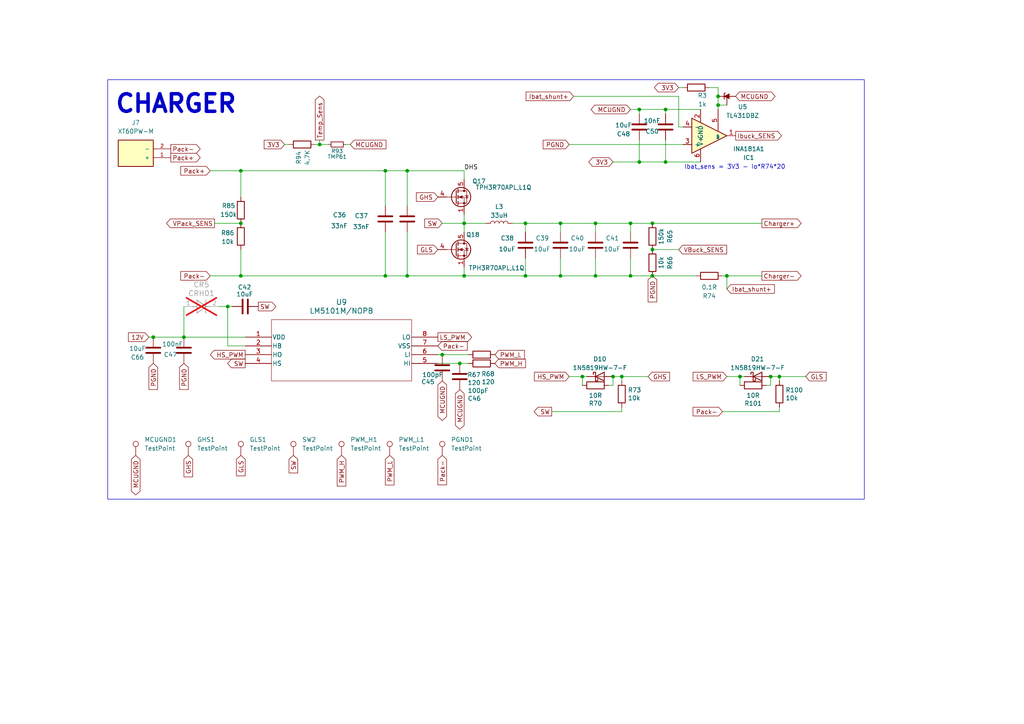
<source format=kicad_sch>
(kicad_sch
	(version 20231120)
	(generator "eeschema")
	(generator_version "8.0")
	(uuid "486f84de-3755-497b-a3a4-dd9355bc3210")
	(paper "A4")
	(lib_symbols
		(symbol "Bi800W:INA181A1QDBVRQ1"
			(pin_names
				(offset 0.762)
			)
			(exclude_from_sim no)
			(in_bom yes)
			(on_board yes)
			(property "Reference" "IC"
				(at 21.59 7.62 0)
				(effects
					(font
						(size 1.27 1.27)
					)
					(justify left)
				)
			)
			(property "Value" "INA181A1QDBVRQ1"
				(at 21.59 5.08 0)
				(effects
					(font
						(size 1.27 1.27)
					)
					(justify left)
				)
			)
			(property "Footprint" "SOT95P280X145-6N"
				(at 21.59 2.54 0)
				(effects
					(font
						(size 1.27 1.27)
					)
					(justify left)
					(hide yes)
				)
			)
			(property "Datasheet" "http://www.ti.com/lit/gpn/INA181-Q1"
				(at 21.59 0 0)
				(effects
					(font
						(size 1.27 1.27)
					)
					(justify left)
					(hide yes)
				)
			)
			(property "Description" "AEC-Q100, 26V, bi-directional, low-/high-side, voltage output current sense amplifier"
				(at 21.59 -2.54 0)
				(effects
					(font
						(size 1.27 1.27)
					)
					(justify left)
					(hide yes)
				)
			)
			(property "Mfr." "Texas Instruments"
				(at 21.59 -7.62 0)
				(effects
					(font
						(size 1.27 1.27)
					)
					(justify left)
					(hide yes)
				)
			)
			(property "Mfr. #" "INA181A1QDBVRQ1"
				(at 21.59 -10.16 0)
				(effects
					(font
						(size 1.27 1.27)
					)
					(justify left)
					(hide yes)
				)
			)
			(property "Stock" "https://www.mouser.co.uk/ProductDetail/Texas-Instruments/INA181A1QDBVRQ1?qs=EBDBlbfErPx7yYU5sEtaJQ%3D%3D"
				(at 21.59 -15.24 0)
				(effects
					(font
						(size 1.27 1.27)
					)
					(justify left)
					(hide yes)
				)
			)
			(property "Price" "0.255"
				(at 0 0 0)
				(effects
					(font
						(size 1.27 1.27)
					)
					(hide yes)
				)
			)
			(symbol "INA181A1QDBVRQ1_0_1"
				(polyline
					(pts
						(xy 10.16 0) (xy 0 5.08) (xy 0 -5.08) (xy 10.16 0)
					)
					(stroke
						(width 0.254)
						(type default)
					)
					(fill
						(type background)
					)
				)
			)
			(symbol "INA181A1QDBVRQ1_1_1"
				(pin output line
					(at 12.7 0 180)
					(length 2.54)
					(name "~"
						(effects
							(font
								(size 1.27 1.27)
							)
						)
					)
					(number "1"
						(effects
							(font
								(size 1.27 1.27)
							)
						)
					)
				)
				(pin power_in line
					(at 2.54 -7.62 90)
					(length 3.81)
					(name "GND"
						(effects
							(font
								(size 1.27 1.27)
							)
						)
					)
					(number "2"
						(effects
							(font
								(size 1.27 1.27)
							)
						)
					)
				)
				(pin input line
					(at -2.54 2.54 0)
					(length 2.54)
					(name "+"
						(effects
							(font
								(size 1.27 1.27)
							)
						)
					)
					(number "3"
						(effects
							(font
								(size 1.27 1.27)
							)
						)
					)
				)
				(pin input line
					(at -2.54 -2.54 0)
					(length 2.54)
					(name "-"
						(effects
							(font
								(size 1.27 1.27)
							)
						)
					)
					(number "4"
						(effects
							(font
								(size 1.27 1.27)
							)
						)
					)
				)
				(pin input line
					(at 7.62 -7.62 90)
					(length 6.35)
					(name "REF"
						(effects
							(font
								(size 0.508 0.508)
							)
						)
					)
					(number "5"
						(effects
							(font
								(size 1.27 1.27)
							)
						)
					)
				)
				(pin power_in line
					(at 2.54 7.62 270)
					(length 3.81)
					(name "V+"
						(effects
							(font
								(size 1.27 1.27)
							)
						)
					)
					(number "6"
						(effects
							(font
								(size 1.27 1.27)
							)
						)
					)
				)
			)
		)
		(symbol "CRH01:CRH01"
			(pin_names
				(offset 0.254)
			)
			(exclude_from_sim no)
			(in_bom yes)
			(on_board yes)
			(property "Reference" "CR"
				(at 5.08 4.445 0)
				(effects
					(font
						(size 1.524 1.524)
					)
				)
			)
			(property "Value" "CRH01"
				(at 5.08 -3.81 0)
				(effects
					(font
						(size 1.524 1.524)
					)
				)
			)
			(property "Footprint" "S-FLAT_TOS"
				(at 0 0 0)
				(effects
					(font
						(size 1.27 1.27)
						(italic yes)
					)
					(hide yes)
				)
			)
			(property "Datasheet" "CRH01"
				(at 0 0 0)
				(effects
					(font
						(size 1.27 1.27)
						(italic yes)
					)
					(hide yes)
				)
			)
			(property "Description" ""
				(at 0 0 0)
				(effects
					(font
						(size 1.27 1.27)
					)
					(hide yes)
				)
			)
			(property "ki_locked" ""
				(at 0 0 0)
				(effects
					(font
						(size 1.27 1.27)
					)
				)
			)
			(property "ki_keywords" "CRH01"
				(at 0 0 0)
				(effects
					(font
						(size 1.27 1.27)
					)
					(hide yes)
				)
			)
			(property "ki_fp_filters" "S-FLAT_TOS S-FLAT_TOS-M S-FLAT_TOS-L"
				(at 0 0 0)
				(effects
					(font
						(size 1.27 1.27)
					)
					(hide yes)
				)
			)
			(symbol "CRH01_1_1"
				(polyline
					(pts
						(xy 2.54 0) (xy 3.4798 0)
					)
					(stroke
						(width 0.2032)
						(type default)
					)
					(fill
						(type none)
					)
				)
				(polyline
					(pts
						(xy 3.175 0) (xy 3.81 0)
					)
					(stroke
						(width 0.2032)
						(type default)
					)
					(fill
						(type none)
					)
				)
				(polyline
					(pts
						(xy 3.81 0) (xy 6.35 -1.905)
					)
					(stroke
						(width 0.2032)
						(type default)
					)
					(fill
						(type none)
					)
				)
				(polyline
					(pts
						(xy 3.81 1.905) (xy 3.81 -1.905)
					)
					(stroke
						(width 0.2032)
						(type default)
					)
					(fill
						(type none)
					)
				)
				(polyline
					(pts
						(xy 6.35 -1.905) (xy 6.35 1.905)
					)
					(stroke
						(width 0.2032)
						(type default)
					)
					(fill
						(type none)
					)
				)
				(polyline
					(pts
						(xy 6.35 0) (xy 7.62 0)
					)
					(stroke
						(width 0.2032)
						(type default)
					)
					(fill
						(type none)
					)
				)
				(polyline
					(pts
						(xy 6.35 1.905) (xy 3.81 0)
					)
					(stroke
						(width 0.2032)
						(type default)
					)
					(fill
						(type none)
					)
				)
				(pin unspecified line
					(at 10.16 0 180)
					(length 2.54)
					(name ""
						(effects
							(font
								(size 1.27 1.27)
							)
						)
					)
					(number "1"
						(effects
							(font
								(size 1.27 1.27)
							)
						)
					)
				)
				(pin unspecified line
					(at 0 0 0)
					(length 2.54)
					(name ""
						(effects
							(font
								(size 1.27 1.27)
							)
						)
					)
					(number "2"
						(effects
							(font
								(size 1.27 1.27)
							)
						)
					)
				)
			)
			(symbol "CRH01_1_2"
				(polyline
					(pts
						(xy -1.905 3.81) (xy 1.905 3.81)
					)
					(stroke
						(width 0.2032)
						(type default)
					)
					(fill
						(type none)
					)
				)
				(polyline
					(pts
						(xy -1.905 6.35) (xy 0 3.81)
					)
					(stroke
						(width 0.2032)
						(type default)
					)
					(fill
						(type none)
					)
				)
				(polyline
					(pts
						(xy 0 2.54) (xy 0 3.4798)
					)
					(stroke
						(width 0.2032)
						(type default)
					)
					(fill
						(type none)
					)
				)
				(polyline
					(pts
						(xy 0 3.175) (xy 0 3.81)
					)
					(stroke
						(width 0.2032)
						(type default)
					)
					(fill
						(type none)
					)
				)
				(polyline
					(pts
						(xy 0 6.35) (xy 0 7.62)
					)
					(stroke
						(width 0.2032)
						(type default)
					)
					(fill
						(type none)
					)
				)
				(polyline
					(pts
						(xy 1.905 6.35) (xy -1.905 6.35)
					)
					(stroke
						(width 0.2032)
						(type default)
					)
					(fill
						(type none)
					)
				)
				(polyline
					(pts
						(xy 1.905 6.35) (xy 0 3.81)
					)
					(stroke
						(width 0.2032)
						(type default)
					)
					(fill
						(type none)
					)
				)
				(pin unspecified line
					(at 0 10.16 270)
					(length 2.54)
					(name ""
						(effects
							(font
								(size 1.27 1.27)
							)
						)
					)
					(number "1"
						(effects
							(font
								(size 1.27 1.27)
							)
						)
					)
				)
				(pin unspecified line
					(at 0 0 90)
					(length 2.54)
					(name ""
						(effects
							(font
								(size 1.27 1.27)
							)
						)
					)
					(number "2"
						(effects
							(font
								(size 1.27 1.27)
							)
						)
					)
				)
			)
		)
		(symbol "Connector:TestPoint"
			(pin_numbers hide)
			(pin_names
				(offset 0.762) hide)
			(exclude_from_sim no)
			(in_bom yes)
			(on_board yes)
			(property "Reference" "TP"
				(at 0 6.858 0)
				(effects
					(font
						(size 1.27 1.27)
					)
				)
			)
			(property "Value" "TestPoint"
				(at 0 5.08 0)
				(effects
					(font
						(size 1.27 1.27)
					)
				)
			)
			(property "Footprint" ""
				(at 5.08 0 0)
				(effects
					(font
						(size 1.27 1.27)
					)
					(hide yes)
				)
			)
			(property "Datasheet" "~"
				(at 5.08 0 0)
				(effects
					(font
						(size 1.27 1.27)
					)
					(hide yes)
				)
			)
			(property "Description" "test point"
				(at 0 0 0)
				(effects
					(font
						(size 1.27 1.27)
					)
					(hide yes)
				)
			)
			(property "ki_keywords" "test point tp"
				(at 0 0 0)
				(effects
					(font
						(size 1.27 1.27)
					)
					(hide yes)
				)
			)
			(property "ki_fp_filters" "Pin* Test*"
				(at 0 0 0)
				(effects
					(font
						(size 1.27 1.27)
					)
					(hide yes)
				)
			)
			(symbol "TestPoint_0_1"
				(circle
					(center 0 3.302)
					(radius 0.762)
					(stroke
						(width 0)
						(type default)
					)
					(fill
						(type none)
					)
				)
			)
			(symbol "TestPoint_1_1"
				(pin passive line
					(at 0 0 90)
					(length 2.54)
					(name "1"
						(effects
							(font
								(size 1.27 1.27)
							)
						)
					)
					(number "1"
						(effects
							(font
								(size 1.27 1.27)
							)
						)
					)
				)
			)
		)
		(symbol "Device:C"
			(pin_numbers hide)
			(pin_names
				(offset 0.254)
			)
			(exclude_from_sim no)
			(in_bom yes)
			(on_board yes)
			(property "Reference" "C"
				(at 0.635 2.54 0)
				(effects
					(font
						(size 1.27 1.27)
					)
					(justify left)
				)
			)
			(property "Value" "C"
				(at 0.635 -2.54 0)
				(effects
					(font
						(size 1.27 1.27)
					)
					(justify left)
				)
			)
			(property "Footprint" ""
				(at 0.9652 -3.81 0)
				(effects
					(font
						(size 1.27 1.27)
					)
					(hide yes)
				)
			)
			(property "Datasheet" "~"
				(at 0 0 0)
				(effects
					(font
						(size 1.27 1.27)
					)
					(hide yes)
				)
			)
			(property "Description" "Unpolarized capacitor"
				(at 0 0 0)
				(effects
					(font
						(size 1.27 1.27)
					)
					(hide yes)
				)
			)
			(property "ki_keywords" "cap capacitor"
				(at 0 0 0)
				(effects
					(font
						(size 1.27 1.27)
					)
					(hide yes)
				)
			)
			(property "ki_fp_filters" "C_*"
				(at 0 0 0)
				(effects
					(font
						(size 1.27 1.27)
					)
					(hide yes)
				)
			)
			(symbol "C_0_1"
				(polyline
					(pts
						(xy -2.032 -0.762) (xy 2.032 -0.762)
					)
					(stroke
						(width 0.508)
						(type default)
					)
					(fill
						(type none)
					)
				)
				(polyline
					(pts
						(xy -2.032 0.762) (xy 2.032 0.762)
					)
					(stroke
						(width 0.508)
						(type default)
					)
					(fill
						(type none)
					)
				)
			)
			(symbol "C_1_1"
				(pin passive line
					(at 0 3.81 270)
					(length 2.794)
					(name "~"
						(effects
							(font
								(size 1.27 1.27)
							)
						)
					)
					(number "1"
						(effects
							(font
								(size 1.27 1.27)
							)
						)
					)
				)
				(pin passive line
					(at 0 -3.81 90)
					(length 2.794)
					(name "~"
						(effects
							(font
								(size 1.27 1.27)
							)
						)
					)
					(number "2"
						(effects
							(font
								(size 1.27 1.27)
							)
						)
					)
				)
			)
		)
		(symbol "Device:D_Schottky"
			(pin_numbers hide)
			(pin_names
				(offset 1.016) hide)
			(exclude_from_sim no)
			(in_bom yes)
			(on_board yes)
			(property "Reference" "D"
				(at 0 2.54 0)
				(effects
					(font
						(size 1.27 1.27)
					)
				)
			)
			(property "Value" "D_Schottky"
				(at 0 -2.54 0)
				(effects
					(font
						(size 1.27 1.27)
					)
				)
			)
			(property "Footprint" ""
				(at 0 0 0)
				(effects
					(font
						(size 1.27 1.27)
					)
					(hide yes)
				)
			)
			(property "Datasheet" "~"
				(at 0 0 0)
				(effects
					(font
						(size 1.27 1.27)
					)
					(hide yes)
				)
			)
			(property "Description" "Schottky diode"
				(at 0 0 0)
				(effects
					(font
						(size 1.27 1.27)
					)
					(hide yes)
				)
			)
			(property "ki_keywords" "diode Schottky"
				(at 0 0 0)
				(effects
					(font
						(size 1.27 1.27)
					)
					(hide yes)
				)
			)
			(property "ki_fp_filters" "TO-???* *_Diode_* *SingleDiode* D_*"
				(at 0 0 0)
				(effects
					(font
						(size 1.27 1.27)
					)
					(hide yes)
				)
			)
			(symbol "D_Schottky_0_1"
				(polyline
					(pts
						(xy 1.27 0) (xy -1.27 0)
					)
					(stroke
						(width 0)
						(type default)
					)
					(fill
						(type none)
					)
				)
				(polyline
					(pts
						(xy 1.27 1.27) (xy 1.27 -1.27) (xy -1.27 0) (xy 1.27 1.27)
					)
					(stroke
						(width 0.254)
						(type default)
					)
					(fill
						(type none)
					)
				)
				(polyline
					(pts
						(xy -1.905 0.635) (xy -1.905 1.27) (xy -1.27 1.27) (xy -1.27 -1.27) (xy -0.635 -1.27) (xy -0.635 -0.635)
					)
					(stroke
						(width 0.254)
						(type default)
					)
					(fill
						(type none)
					)
				)
			)
			(symbol "D_Schottky_1_1"
				(pin passive line
					(at -3.81 0 0)
					(length 2.54)
					(name "K"
						(effects
							(font
								(size 1.27 1.27)
							)
						)
					)
					(number "1"
						(effects
							(font
								(size 1.27 1.27)
							)
						)
					)
				)
				(pin passive line
					(at 3.81 0 180)
					(length 2.54)
					(name "A"
						(effects
							(font
								(size 1.27 1.27)
							)
						)
					)
					(number "2"
						(effects
							(font
								(size 1.27 1.27)
							)
						)
					)
				)
			)
		)
		(symbol "Device:L"
			(pin_numbers hide)
			(pin_names
				(offset 1.016) hide)
			(exclude_from_sim no)
			(in_bom yes)
			(on_board yes)
			(property "Reference" "L"
				(at -1.27 0 90)
				(effects
					(font
						(size 1.27 1.27)
					)
				)
			)
			(property "Value" "L"
				(at 1.905 0 90)
				(effects
					(font
						(size 1.27 1.27)
					)
				)
			)
			(property "Footprint" ""
				(at 0 0 0)
				(effects
					(font
						(size 1.27 1.27)
					)
					(hide yes)
				)
			)
			(property "Datasheet" "~"
				(at 0 0 0)
				(effects
					(font
						(size 1.27 1.27)
					)
					(hide yes)
				)
			)
			(property "Description" "Inductor"
				(at 0 0 0)
				(effects
					(font
						(size 1.27 1.27)
					)
					(hide yes)
				)
			)
			(property "ki_keywords" "inductor choke coil reactor magnetic"
				(at 0 0 0)
				(effects
					(font
						(size 1.27 1.27)
					)
					(hide yes)
				)
			)
			(property "ki_fp_filters" "Choke_* *Coil* Inductor_* L_*"
				(at 0 0 0)
				(effects
					(font
						(size 1.27 1.27)
					)
					(hide yes)
				)
			)
			(symbol "L_0_1"
				(arc
					(start 0 -2.54)
					(mid 0.6323 -1.905)
					(end 0 -1.27)
					(stroke
						(width 0)
						(type default)
					)
					(fill
						(type none)
					)
				)
				(arc
					(start 0 -1.27)
					(mid 0.6323 -0.635)
					(end 0 0)
					(stroke
						(width 0)
						(type default)
					)
					(fill
						(type none)
					)
				)
				(arc
					(start 0 0)
					(mid 0.6323 0.635)
					(end 0 1.27)
					(stroke
						(width 0)
						(type default)
					)
					(fill
						(type none)
					)
				)
				(arc
					(start 0 1.27)
					(mid 0.6323 1.905)
					(end 0 2.54)
					(stroke
						(width 0)
						(type default)
					)
					(fill
						(type none)
					)
				)
			)
			(symbol "L_1_1"
				(pin passive line
					(at 0 3.81 270)
					(length 1.27)
					(name "1"
						(effects
							(font
								(size 1.27 1.27)
							)
						)
					)
					(number "1"
						(effects
							(font
								(size 1.27 1.27)
							)
						)
					)
				)
				(pin passive line
					(at 0 -3.81 90)
					(length 1.27)
					(name "2"
						(effects
							(font
								(size 1.27 1.27)
							)
						)
					)
					(number "2"
						(effects
							(font
								(size 1.27 1.27)
							)
						)
					)
				)
			)
		)
		(symbol "Device:R"
			(pin_numbers hide)
			(pin_names
				(offset 0)
			)
			(exclude_from_sim no)
			(in_bom yes)
			(on_board yes)
			(property "Reference" "R"
				(at 2.032 0 90)
				(effects
					(font
						(size 1.27 1.27)
					)
				)
			)
			(property "Value" "R"
				(at 0 0 90)
				(effects
					(font
						(size 1.27 1.27)
					)
				)
			)
			(property "Footprint" ""
				(at -1.778 0 90)
				(effects
					(font
						(size 1.27 1.27)
					)
					(hide yes)
				)
			)
			(property "Datasheet" "~"
				(at 0 0 0)
				(effects
					(font
						(size 1.27 1.27)
					)
					(hide yes)
				)
			)
			(property "Description" "Resistor"
				(at 0 0 0)
				(effects
					(font
						(size 1.27 1.27)
					)
					(hide yes)
				)
			)
			(property "ki_keywords" "R res resistor"
				(at 0 0 0)
				(effects
					(font
						(size 1.27 1.27)
					)
					(hide yes)
				)
			)
			(property "ki_fp_filters" "R_*"
				(at 0 0 0)
				(effects
					(font
						(size 1.27 1.27)
					)
					(hide yes)
				)
			)
			(symbol "R_0_1"
				(rectangle
					(start -1.016 -2.54)
					(end 1.016 2.54)
					(stroke
						(width 0.254)
						(type default)
					)
					(fill
						(type none)
					)
				)
			)
			(symbol "R_1_1"
				(pin passive line
					(at 0 3.81 270)
					(length 1.27)
					(name "~"
						(effects
							(font
								(size 1.27 1.27)
							)
						)
					)
					(number "1"
						(effects
							(font
								(size 1.27 1.27)
							)
						)
					)
				)
				(pin passive line
					(at 0 -3.81 90)
					(length 1.27)
					(name "~"
						(effects
							(font
								(size 1.27 1.27)
							)
						)
					)
					(number "2"
						(effects
							(font
								(size 1.27 1.27)
							)
						)
					)
				)
			)
		)
		(symbol "Device:R_Small"
			(pin_numbers hide)
			(pin_names
				(offset 0.254) hide)
			(exclude_from_sim no)
			(in_bom yes)
			(on_board yes)
			(property "Reference" "R"
				(at 0.762 0.508 0)
				(effects
					(font
						(size 1.27 1.27)
					)
					(justify left)
				)
			)
			(property "Value" "R_Small"
				(at 0.762 -1.016 0)
				(effects
					(font
						(size 1.27 1.27)
					)
					(justify left)
				)
			)
			(property "Footprint" ""
				(at 0 0 0)
				(effects
					(font
						(size 1.27 1.27)
					)
					(hide yes)
				)
			)
			(property "Datasheet" "~"
				(at 0 0 0)
				(effects
					(font
						(size 1.27 1.27)
					)
					(hide yes)
				)
			)
			(property "Description" "Resistor, small symbol"
				(at 0 0 0)
				(effects
					(font
						(size 1.27 1.27)
					)
					(hide yes)
				)
			)
			(property "ki_keywords" "R resistor"
				(at 0 0 0)
				(effects
					(font
						(size 1.27 1.27)
					)
					(hide yes)
				)
			)
			(property "ki_fp_filters" "R_*"
				(at 0 0 0)
				(effects
					(font
						(size 1.27 1.27)
					)
					(hide yes)
				)
			)
			(symbol "R_Small_0_1"
				(rectangle
					(start -0.762 1.778)
					(end 0.762 -1.778)
					(stroke
						(width 0.2032)
						(type default)
					)
					(fill
						(type none)
					)
				)
			)
			(symbol "R_Small_1_1"
				(pin passive line
					(at 0 2.54 270)
					(length 0.762)
					(name "~"
						(effects
							(font
								(size 1.27 1.27)
							)
						)
					)
					(number "1"
						(effects
							(font
								(size 1.27 1.27)
							)
						)
					)
				)
				(pin passive line
					(at 0 -2.54 90)
					(length 0.762)
					(name "~"
						(effects
							(font
								(size 1.27 1.27)
							)
						)
					)
					(number "2"
						(effects
							(font
								(size 1.27 1.27)
							)
						)
					)
				)
			)
		)
		(symbol "LM5101:LM5101M_NOPB"
			(pin_names
				(offset 0.254)
			)
			(exclude_from_sim no)
			(in_bom yes)
			(on_board yes)
			(property "Reference" "U"
				(at 27.94 10.16 0)
				(effects
					(font
						(size 1.524 1.524)
					)
				)
			)
			(property "Value" "LM5101M/NOPB"
				(at 27.94 7.62 0)
				(effects
					(font
						(size 1.524 1.524)
					)
				)
			)
			(property "Footprint" "M08A"
				(at 0 0 0)
				(effects
					(font
						(size 1.27 1.27)
						(italic yes)
					)
					(hide yes)
				)
			)
			(property "Datasheet" "LM5101M/NOPB"
				(at 0 0 0)
				(effects
					(font
						(size 1.27 1.27)
						(italic yes)
					)
					(hide yes)
				)
			)
			(property "Description" ""
				(at 0 0 0)
				(effects
					(font
						(size 1.27 1.27)
					)
					(hide yes)
				)
			)
			(property "ki_locked" ""
				(at 0 0 0)
				(effects
					(font
						(size 1.27 1.27)
					)
				)
			)
			(property "ki_keywords" "LM5101M/NOPB"
				(at 0 0 0)
				(effects
					(font
						(size 1.27 1.27)
					)
					(hide yes)
				)
			)
			(property "ki_fp_filters" "M08A M08A-M M08A-L"
				(at 0 0 0)
				(effects
					(font
						(size 1.27 1.27)
					)
					(hide yes)
				)
			)
			(symbol "LM5101M_NOPB_0_1"
				(polyline
					(pts
						(xy 7.62 -12.7) (xy 48.26 -12.7)
					)
					(stroke
						(width 0.127)
						(type default)
					)
					(fill
						(type none)
					)
				)
				(polyline
					(pts
						(xy 7.62 5.08) (xy 7.62 -12.7)
					)
					(stroke
						(width 0.127)
						(type default)
					)
					(fill
						(type none)
					)
				)
				(polyline
					(pts
						(xy 48.26 -12.7) (xy 48.26 5.08)
					)
					(stroke
						(width 0.127)
						(type default)
					)
					(fill
						(type none)
					)
				)
				(polyline
					(pts
						(xy 48.26 5.08) (xy 7.62 5.08)
					)
					(stroke
						(width 0.127)
						(type default)
					)
					(fill
						(type none)
					)
				)
				(pin passive line
					(at 0 0 0)
					(length 7.62)
					(name "VDD"
						(effects
							(font
								(size 1.27 1.27)
							)
						)
					)
					(number "1"
						(effects
							(font
								(size 1.27 1.27)
							)
						)
					)
				)
				(pin passive line
					(at 0 -2.54 0)
					(length 7.62)
					(name "HB"
						(effects
							(font
								(size 1.27 1.27)
							)
						)
					)
					(number "2"
						(effects
							(font
								(size 1.27 1.27)
							)
						)
					)
				)
				(pin output line
					(at 0 -5.08 0)
					(length 7.62)
					(name "HO"
						(effects
							(font
								(size 1.27 1.27)
							)
						)
					)
					(number "3"
						(effects
							(font
								(size 1.27 1.27)
							)
						)
					)
				)
				(pin passive line
					(at 0 -7.62 0)
					(length 7.62)
					(name "HS"
						(effects
							(font
								(size 1.27 1.27)
							)
						)
					)
					(number "4"
						(effects
							(font
								(size 1.27 1.27)
							)
						)
					)
				)
				(pin input line
					(at 55.88 -7.62 180)
					(length 7.62)
					(name "HI"
						(effects
							(font
								(size 1.27 1.27)
							)
						)
					)
					(number "5"
						(effects
							(font
								(size 1.27 1.27)
							)
						)
					)
				)
				(pin input line
					(at 55.88 -5.08 180)
					(length 7.62)
					(name "LI"
						(effects
							(font
								(size 1.27 1.27)
							)
						)
					)
					(number "6"
						(effects
							(font
								(size 1.27 1.27)
							)
						)
					)
				)
				(pin passive line
					(at 55.88 -2.54 180)
					(length 7.62)
					(name "VSS"
						(effects
							(font
								(size 1.27 1.27)
							)
						)
					)
					(number "7"
						(effects
							(font
								(size 1.27 1.27)
							)
						)
					)
				)
				(pin output line
					(at 55.88 0 180)
					(length 7.62)
					(name "LO"
						(effects
							(font
								(size 1.27 1.27)
							)
						)
					)
					(number "8"
						(effects
							(font
								(size 1.27 1.27)
							)
						)
					)
				)
			)
		)
		(symbol "Reference_Voltage:TL431DBZ"
			(pin_numbers hide)
			(pin_names hide)
			(exclude_from_sim no)
			(in_bom yes)
			(on_board yes)
			(property "Reference" "U"
				(at -2.54 2.54 0)
				(effects
					(font
						(size 1.27 1.27)
					)
				)
			)
			(property "Value" "TL431DBZ"
				(at 0 -2.54 0)
				(effects
					(font
						(size 1.27 1.27)
					)
				)
			)
			(property "Footprint" "Package_TO_SOT_SMD:SOT-23"
				(at 0 -3.81 0)
				(effects
					(font
						(size 1.27 1.27)
						(italic yes)
					)
					(hide yes)
				)
			)
			(property "Datasheet" "http://www.ti.com/lit/ds/symlink/tl431.pdf"
				(at 0 0 0)
				(effects
					(font
						(size 1.27 1.27)
						(italic yes)
					)
					(hide yes)
				)
			)
			(property "Description" "Shunt Regulator, SOT-23"
				(at 0 0 0)
				(effects
					(font
						(size 1.27 1.27)
					)
					(hide yes)
				)
			)
			(property "ki_keywords" "diode device shunt regulator"
				(at 0 0 0)
				(effects
					(font
						(size 1.27 1.27)
					)
					(hide yes)
				)
			)
			(property "ki_fp_filters" "SOT?23*"
				(at 0 0 0)
				(effects
					(font
						(size 1.27 1.27)
					)
					(hide yes)
				)
			)
			(symbol "TL431DBZ_0_1"
				(polyline
					(pts
						(xy -1.27 0) (xy 0 0) (xy 1.27 0)
					)
					(stroke
						(width 0)
						(type default)
					)
					(fill
						(type none)
					)
				)
				(polyline
					(pts
						(xy -0.762 0.762) (xy 0.762 0) (xy -0.762 -0.762)
					)
					(stroke
						(width 0)
						(type default)
					)
					(fill
						(type outline)
					)
				)
				(polyline
					(pts
						(xy 0.508 -1.016) (xy 0.762 -0.762) (xy 0.762 0.762) (xy 0.762 0.762)
					)
					(stroke
						(width 0.254)
						(type default)
					)
					(fill
						(type none)
					)
				)
			)
			(symbol "TL431DBZ_1_1"
				(pin passive line
					(at 2.54 0 180)
					(length 2.54)
					(name "K"
						(effects
							(font
								(size 1.27 1.27)
							)
						)
					)
					(number "1"
						(effects
							(font
								(size 1.27 1.27)
							)
						)
					)
				)
				(pin passive line
					(at 0 2.54 270)
					(length 2.54)
					(name "REF"
						(effects
							(font
								(size 1.27 1.27)
							)
						)
					)
					(number "2"
						(effects
							(font
								(size 1.27 1.27)
							)
						)
					)
				)
				(pin passive line
					(at -2.54 0 0)
					(length 2.54)
					(name "A"
						(effects
							(font
								(size 1.27 1.27)
							)
						)
					)
					(number "3"
						(effects
							(font
								(size 1.27 1.27)
							)
						)
					)
				)
			)
		)
		(symbol "Transistor_FET:BSC105N10LSFG"
			(pin_names hide)
			(exclude_from_sim no)
			(in_bom yes)
			(on_board yes)
			(property "Reference" "Q"
				(at 5.08 1.905 0)
				(effects
					(font
						(size 1.27 1.27)
					)
					(justify left)
				)
			)
			(property "Value" "BSC105N10LSFG"
				(at 5.08 0 0)
				(effects
					(font
						(size 1.27 1.27)
					)
					(justify left)
				)
			)
			(property "Footprint" "Package_TO_SOT_SMD:TDSON-8-1"
				(at 5.08 -1.905 0)
				(effects
					(font
						(size 1.27 1.27)
						(italic yes)
					)
					(justify left)
					(hide yes)
				)
			)
			(property "Datasheet" "http://www.infineon.com/dgdl/Infineon-BSC105N10LSF-DS-v02_09-en.pdf?fileId=db3a30431b3e89eb011b499b2aa07b26"
				(at 0 0 90)
				(effects
					(font
						(size 1.27 1.27)
					)
					(justify left)
					(hide yes)
				)
			)
			(property "Description" "90A Id, 100V Vds, OptiMOS N-Channel Power MOSFET, 10.5mOhm Ron, Qg (typ) 40.0nC, PG-TDSON-8"
				(at 0 0 0)
				(effects
					(font
						(size 1.27 1.27)
					)
					(hide yes)
				)
			)
			(property "ki_keywords" "OptiMOS Power MOSFET N-MOS"
				(at 0 0 0)
				(effects
					(font
						(size 1.27 1.27)
					)
					(hide yes)
				)
			)
			(property "ki_fp_filters" "TDSON*"
				(at 0 0 0)
				(effects
					(font
						(size 1.27 1.27)
					)
					(hide yes)
				)
			)
			(symbol "BSC105N10LSFG_0_1"
				(polyline
					(pts
						(xy 0.254 0) (xy -2.54 0)
					)
					(stroke
						(width 0)
						(type default)
					)
					(fill
						(type none)
					)
				)
				(polyline
					(pts
						(xy 0.254 1.905) (xy 0.254 -1.905)
					)
					(stroke
						(width 0.254)
						(type default)
					)
					(fill
						(type none)
					)
				)
				(polyline
					(pts
						(xy 0.762 -1.27) (xy 0.762 -2.286)
					)
					(stroke
						(width 0.254)
						(type default)
					)
					(fill
						(type none)
					)
				)
				(polyline
					(pts
						(xy 0.762 0.508) (xy 0.762 -0.508)
					)
					(stroke
						(width 0.254)
						(type default)
					)
					(fill
						(type none)
					)
				)
				(polyline
					(pts
						(xy 0.762 2.286) (xy 0.762 1.27)
					)
					(stroke
						(width 0.254)
						(type default)
					)
					(fill
						(type none)
					)
				)
				(polyline
					(pts
						(xy 2.54 2.54) (xy 2.54 1.778)
					)
					(stroke
						(width 0)
						(type default)
					)
					(fill
						(type none)
					)
				)
				(polyline
					(pts
						(xy 2.54 -2.54) (xy 2.54 0) (xy 0.762 0)
					)
					(stroke
						(width 0)
						(type default)
					)
					(fill
						(type none)
					)
				)
				(polyline
					(pts
						(xy 0.762 -1.778) (xy 3.302 -1.778) (xy 3.302 1.778) (xy 0.762 1.778)
					)
					(stroke
						(width 0)
						(type default)
					)
					(fill
						(type none)
					)
				)
				(polyline
					(pts
						(xy 1.016 0) (xy 2.032 0.381) (xy 2.032 -0.381) (xy 1.016 0)
					)
					(stroke
						(width 0)
						(type default)
					)
					(fill
						(type outline)
					)
				)
				(polyline
					(pts
						(xy 2.794 0.508) (xy 2.921 0.381) (xy 3.683 0.381) (xy 3.81 0.254)
					)
					(stroke
						(width 0)
						(type default)
					)
					(fill
						(type none)
					)
				)
				(polyline
					(pts
						(xy 3.302 0.381) (xy 2.921 -0.254) (xy 3.683 -0.254) (xy 3.302 0.381)
					)
					(stroke
						(width 0)
						(type default)
					)
					(fill
						(type none)
					)
				)
				(circle
					(center 1.651 0)
					(radius 2.794)
					(stroke
						(width 0.254)
						(type default)
					)
					(fill
						(type none)
					)
				)
				(circle
					(center 2.54 -1.778)
					(radius 0.254)
					(stroke
						(width 0)
						(type default)
					)
					(fill
						(type outline)
					)
				)
				(circle
					(center 2.54 1.778)
					(radius 0.254)
					(stroke
						(width 0)
						(type default)
					)
					(fill
						(type outline)
					)
				)
			)
			(symbol "BSC105N10LSFG_1_1"
				(pin passive line
					(at 2.54 -5.08 90)
					(length 2.54)
					(name "S"
						(effects
							(font
								(size 1.27 1.27)
							)
						)
					)
					(number "1"
						(effects
							(font
								(size 1.27 1.27)
							)
						)
					)
				)
				(pin passive line
					(at 2.54 -5.08 90)
					(length 2.54) hide
					(name "S"
						(effects
							(font
								(size 1.27 1.27)
							)
						)
					)
					(number "2"
						(effects
							(font
								(size 1.27 1.27)
							)
						)
					)
				)
				(pin passive line
					(at 2.54 -5.08 90)
					(length 2.54) hide
					(name "S"
						(effects
							(font
								(size 1.27 1.27)
							)
						)
					)
					(number "3"
						(effects
							(font
								(size 1.27 1.27)
							)
						)
					)
				)
				(pin passive line
					(at -5.08 0 0)
					(length 2.54)
					(name "G"
						(effects
							(font
								(size 1.27 1.27)
							)
						)
					)
					(number "4"
						(effects
							(font
								(size 1.27 1.27)
							)
						)
					)
				)
				(pin passive line
					(at 2.54 5.08 270)
					(length 2.54)
					(name "D"
						(effects
							(font
								(size 1.27 1.27)
							)
						)
					)
					(number "5"
						(effects
							(font
								(size 1.27 1.27)
							)
						)
					)
				)
			)
		)
		(symbol "XT60PW-M:XT60PW-M"
			(pin_names
				(offset 1.016)
			)
			(exclude_from_sim no)
			(in_bom yes)
			(on_board yes)
			(property "Reference" "J"
				(at -5.08 5.7234 0)
				(effects
					(font
						(size 1.27 1.27)
					)
					(justify left bottom)
				)
			)
			(property "Value" "XT60PW-M"
				(at -5.08 -5.0923 0)
				(effects
					(font
						(size 1.27 1.27)
					)
					(justify left bottom)
				)
			)
			(property "Footprint" "XT60PW-M:AMASS_XT60PW-M"
				(at 0 0 0)
				(effects
					(font
						(size 1.27 1.27)
					)
					(justify bottom)
					(hide yes)
				)
			)
			(property "Datasheet" ""
				(at 0 0 0)
				(effects
					(font
						(size 1.27 1.27)
					)
					(hide yes)
				)
			)
			(property "Description" ""
				(at 0 0 0)
				(effects
					(font
						(size 1.27 1.27)
					)
					(hide yes)
				)
			)
			(property "MF" "AMASS"
				(at 0 0 0)
				(effects
					(font
						(size 1.27 1.27)
					)
					(justify bottom)
					(hide yes)
				)
			)
			(property "MAXIMUM_PACKAGE_HEIGHT" "8.4 mm"
				(at 0 0 0)
				(effects
					(font
						(size 1.27 1.27)
					)
					(justify bottom)
					(hide yes)
				)
			)
			(property "Package" "Package"
				(at 0 0 0)
				(effects
					(font
						(size 1.27 1.27)
					)
					(justify bottom)
					(hide yes)
				)
			)
			(property "Price" "None"
				(at 0 0 0)
				(effects
					(font
						(size 1.27 1.27)
					)
					(justify bottom)
					(hide yes)
				)
			)
			(property "Check_prices" "https://www.snapeda.com/parts/XT60PW-M/AMASS/view-part/?ref=eda"
				(at 0 0 0)
				(effects
					(font
						(size 1.27 1.27)
					)
					(justify bottom)
					(hide yes)
				)
			)
			(property "STANDARD" "Manufacturer recommendations"
				(at 0 0 0)
				(effects
					(font
						(size 1.27 1.27)
					)
					(justify bottom)
					(hide yes)
				)
			)
			(property "PARTREV" "V1.2"
				(at 0 0 0)
				(effects
					(font
						(size 1.27 1.27)
					)
					(justify bottom)
					(hide yes)
				)
			)
			(property "SnapEDA_Link" "https://www.snapeda.com/parts/XT60PW-M/AMASS/view-part/?ref=snap"
				(at 0 0 0)
				(effects
					(font
						(size 1.27 1.27)
					)
					(justify bottom)
					(hide yes)
				)
			)
			(property "MP" "XT60PW-M"
				(at 0 0 0)
				(effects
					(font
						(size 1.27 1.27)
					)
					(justify bottom)
					(hide yes)
				)
			)
			(property "Description_1" "\n                        \n                            Socket, DC supply, male, PIN: 2\n                        \n"
				(at 0 0 0)
				(effects
					(font
						(size 1.27 1.27)
					)
					(justify bottom)
					(hide yes)
				)
			)
			(property "Availability" "Not in stock"
				(at 0 0 0)
				(effects
					(font
						(size 1.27 1.27)
					)
					(justify bottom)
					(hide yes)
				)
			)
			(property "MANUFACTURER" "AMASS"
				(at 0 0 0)
				(effects
					(font
						(size 1.27 1.27)
					)
					(justify bottom)
					(hide yes)
				)
			)
			(symbol "XT60PW-M_0_0"
				(rectangle
					(start -5.08 -2.54)
					(end 5.08 5.08)
					(stroke
						(width 0.254)
						(type default)
					)
					(fill
						(type background)
					)
				)
				(pin passive line
					(at -10.16 2.54 0)
					(length 5.08)
					(name "+"
						(effects
							(font
								(size 1.016 1.016)
							)
						)
					)
					(number "1"
						(effects
							(font
								(size 1.016 1.016)
							)
						)
					)
				)
				(pin passive line
					(at -10.16 0 0)
					(length 5.08)
					(name "-"
						(effects
							(font
								(size 1.016 1.016)
							)
						)
					)
					(number "2"
						(effects
							(font
								(size 1.016 1.016)
							)
						)
					)
				)
			)
		)
	)
	(junction
		(at 44.45 97.79)
		(diameter 0)
		(color 0 0 0 0)
		(uuid "046ad695-51a9-4c07-9d5b-e2c967fc94d6")
	)
	(junction
		(at 69.85 49.53)
		(diameter 0)
		(color 0 0 0 0)
		(uuid "089323c3-d59b-4189-b9d6-0b56da7ee2e2")
	)
	(junction
		(at 134.62 64.77)
		(diameter 0)
		(color 0 0 0 0)
		(uuid "09ae9702-efbd-4228-95b3-983374d18acf")
	)
	(junction
		(at 223.52 109.22)
		(diameter 0)
		(color 0 0 0 0)
		(uuid "1af80f34-a884-4924-8722-d7dec1b22db1")
	)
	(junction
		(at 226.06 109.22)
		(diameter 0)
		(color 0 0 0 0)
		(uuid "22eff776-a987-404f-983c-6e738a256360")
	)
	(junction
		(at 189.23 72.39)
		(diameter 0)
		(color 0 0 0 0)
		(uuid "25316f27-c26b-472c-9a73-8e6b1b89b935")
	)
	(junction
		(at 118.11 80.01)
		(diameter 0)
		(color 0 0 0 0)
		(uuid "2725ccef-5d17-45b4-a77c-2c8ad52d4ad5")
	)
	(junction
		(at 193.04 46.99)
		(diameter 0)
		(color 0 0 0 0)
		(uuid "32f692f2-c4f9-49ea-8ae1-86d49b334e3a")
	)
	(junction
		(at 185.42 31.75)
		(diameter 0)
		(color 0 0 0 0)
		(uuid "36fda675-da64-494d-b284-295774878cc6")
	)
	(junction
		(at 118.11 49.53)
		(diameter 0)
		(color 0 0 0 0)
		(uuid "3eed3364-3ead-44c7-a4e4-c76b106341de")
	)
	(junction
		(at 185.42 46.99)
		(diameter 0)
		(color 0 0 0 0)
		(uuid "3f56f300-7ec5-4dbc-ae26-d1ecc9423bf6")
	)
	(junction
		(at 162.56 80.01)
		(diameter 0)
		(color 0 0 0 0)
		(uuid "3f8b72a2-92c6-4275-a13c-deed7b3e571e")
	)
	(junction
		(at 111.76 49.53)
		(diameter 0)
		(color 0 0 0 0)
		(uuid "4b19d157-934c-4350-8948-af0c8bba2d0b")
	)
	(junction
		(at 177.8 109.22)
		(diameter 0)
		(color 0 0 0 0)
		(uuid "556972d1-f533-4159-8dd9-2b4e4d50aa1f")
	)
	(junction
		(at 208.28 30.48)
		(diameter 0)
		(color 0 0 0 0)
		(uuid "5b468cc7-8477-42bf-97a9-0cb5b43b7884")
	)
	(junction
		(at 208.28 27.94)
		(diameter 0)
		(color 0 0 0 0)
		(uuid "639846b2-5e15-4777-b033-df0909038db8")
	)
	(junction
		(at 172.72 64.77)
		(diameter 0)
		(color 0 0 0 0)
		(uuid "63b88554-6786-4e66-8475-803f0341bea8")
	)
	(junction
		(at 92.71 41.91)
		(diameter 0)
		(color 0 0 0 0)
		(uuid "6686eae1-02a4-4cff-a94d-88728da45f50")
	)
	(junction
		(at 182.88 64.77)
		(diameter 0)
		(color 0 0 0 0)
		(uuid "934ddbed-a748-46bd-8834-6612a8f6ce04")
	)
	(junction
		(at 134.62 80.01)
		(diameter 0)
		(color 0 0 0 0)
		(uuid "a14ac589-4926-4e8c-8f38-3910c3180287")
	)
	(junction
		(at 180.34 109.22)
		(diameter 0)
		(color 0 0 0 0)
		(uuid "ac5f783d-3a45-482e-b9ac-34a5d4bb0141")
	)
	(junction
		(at 133.35 105.41)
		(diameter 0)
		(color 0 0 0 0)
		(uuid "ad4eec31-c408-40d1-88c2-e0b184975646")
	)
	(junction
		(at 189.23 80.01)
		(diameter 0)
		(color 0 0 0 0)
		(uuid "af959e90-ef67-4440-af07-f6dc8b21af7d")
	)
	(junction
		(at 168.91 109.22)
		(diameter 0)
		(color 0 0 0 0)
		(uuid "b120c931-e44d-4acd-b8c3-63ab645555e1")
	)
	(junction
		(at 152.4 80.01)
		(diameter 0)
		(color 0 0 0 0)
		(uuid "b4b9c4a4-1089-469f-860f-b32825fdc54a")
	)
	(junction
		(at 214.63 109.22)
		(diameter 0)
		(color 0 0 0 0)
		(uuid "bc1eedf2-5a49-4537-a362-682dab49c830")
	)
	(junction
		(at 69.85 64.77)
		(diameter 0)
		(color 0 0 0 0)
		(uuid "bfa3ad19-5758-46a0-b532-ab9e28b55a11")
	)
	(junction
		(at 210.82 80.01)
		(diameter 0)
		(color 0 0 0 0)
		(uuid "c63d2c69-2457-49db-a897-be78d29bef4d")
	)
	(junction
		(at 193.04 31.75)
		(diameter 0)
		(color 0 0 0 0)
		(uuid "cf33e851-5ee2-4b5a-acff-a6ab941265a8")
	)
	(junction
		(at 172.72 80.01)
		(diameter 0)
		(color 0 0 0 0)
		(uuid "d98c0e4c-d7d4-4394-9d05-bd4512ca781a")
	)
	(junction
		(at 128.27 102.87)
		(diameter 0)
		(color 0 0 0 0)
		(uuid "db82ab12-7b21-4b17-bf5c-cbfe1d41e0b2")
	)
	(junction
		(at 182.88 80.01)
		(diameter 0)
		(color 0 0 0 0)
		(uuid "dd0f4f35-06f2-4d80-86ed-f1a68ea7af7a")
	)
	(junction
		(at 53.34 97.79)
		(diameter 0)
		(color 0 0 0 0)
		(uuid "e8b1ba62-9cac-4b85-b38d-28fb7aadc22e")
	)
	(junction
		(at 162.56 64.77)
		(diameter 0)
		(color 0 0 0 0)
		(uuid "e97078e8-9116-407c-8895-f5e0d8b0f40d")
	)
	(junction
		(at 69.85 80.01)
		(diameter 0)
		(color 0 0 0 0)
		(uuid "ed1277f0-b19a-4810-ad6c-fbba159d6ccb")
	)
	(junction
		(at 152.4 64.77)
		(diameter 0)
		(color 0 0 0 0)
		(uuid "f48cf1c6-05fd-41e0-b5bf-a740bd61d925")
	)
	(junction
		(at 66.04 88.9)
		(diameter 0)
		(color 0 0 0 0)
		(uuid "fc7c3b8d-6ac1-48b9-8e0a-8c7af3d4715d")
	)
	(junction
		(at 111.76 80.01)
		(diameter 0)
		(color 0 0 0 0)
		(uuid "fcef1652-4340-4636-b103-654d3fc99a5f")
	)
	(junction
		(at 189.23 64.77)
		(diameter 0)
		(color 0 0 0 0)
		(uuid "ff2c0da5-4a4f-4a52-a861-b9b420681a7d")
	)
	(wire
		(pts
			(xy 69.85 64.77) (xy 62.23 64.77)
		)
		(stroke
			(width 0)
			(type default)
		)
		(uuid "01602e17-f684-4b37-9514-3dbad268320e")
	)
	(wire
		(pts
			(xy 214.63 109.22) (xy 214.63 111.76)
		)
		(stroke
			(width 0)
			(type default)
		)
		(uuid "03b51f91-7292-4e93-a57e-2edd1cb87587")
	)
	(wire
		(pts
			(xy 133.35 105.41) (xy 127 105.41)
		)
		(stroke
			(width 0)
			(type default)
		)
		(uuid "058b2b19-1ce1-443a-a877-7ee34b344b8b")
	)
	(wire
		(pts
			(xy 118.11 80.01) (xy 134.62 80.01)
		)
		(stroke
			(width 0)
			(type default)
		)
		(uuid "082d710a-377e-43d0-9e83-1693495d17fe")
	)
	(wire
		(pts
			(xy 182.88 74.93) (xy 182.88 80.01)
		)
		(stroke
			(width 0)
			(type default)
		)
		(uuid "0997beb8-d749-4f35-ba47-d475c391bf42")
	)
	(wire
		(pts
			(xy 66.04 88.9) (xy 67.31 88.9)
		)
		(stroke
			(width 0)
			(type default)
		)
		(uuid "0b006ac8-46a0-4e55-a83b-97e4973d3683")
	)
	(wire
		(pts
			(xy 215.9 109.22) (xy 214.63 109.22)
		)
		(stroke
			(width 0)
			(type default)
		)
		(uuid "11f7a9f5-01c1-4a93-bf08-ef4bd802d734")
	)
	(wire
		(pts
			(xy 162.56 64.77) (xy 172.72 64.77)
		)
		(stroke
			(width 0)
			(type default)
		)
		(uuid "12b8fec3-179f-4f65-9dc9-20db73a19de3")
	)
	(wire
		(pts
			(xy 189.23 72.39) (xy 196.85 72.39)
		)
		(stroke
			(width 0)
			(type default)
		)
		(uuid "15b4f541-c7c6-41e4-bced-c53e8b3ef805")
	)
	(wire
		(pts
			(xy 148.59 64.77) (xy 152.4 64.77)
		)
		(stroke
			(width 0)
			(type default)
		)
		(uuid "18129d31-2693-4057-83ff-1f8f7f1050b0")
	)
	(wire
		(pts
			(xy 203.2 31.75) (xy 193.04 31.75)
		)
		(stroke
			(width 0)
			(type default)
		)
		(uuid "1a253b8b-0519-4c49-a236-35c0c5a0e3bd")
	)
	(wire
		(pts
			(xy 66.04 100.33) (xy 71.12 100.33)
		)
		(stroke
			(width 0)
			(type default)
		)
		(uuid "2b8bd0cb-d010-4db0-a18b-b4a45c3a94b0")
	)
	(wire
		(pts
			(xy 152.4 74.93) (xy 152.4 80.01)
		)
		(stroke
			(width 0)
			(type default)
		)
		(uuid "2d0d56f2-e430-4217-8c50-6176003c393c")
	)
	(wire
		(pts
			(xy 135.89 105.41) (xy 133.35 105.41)
		)
		(stroke
			(width 0)
			(type default)
		)
		(uuid "2d99f516-9e76-4721-964f-dfe99a4ab33d")
	)
	(wire
		(pts
			(xy 134.62 80.01) (xy 152.4 80.01)
		)
		(stroke
			(width 0)
			(type default)
		)
		(uuid "30d8a102-3167-493c-9868-465cb02a3a58")
	)
	(wire
		(pts
			(xy 165.1 41.91) (xy 198.12 41.91)
		)
		(stroke
			(width 0)
			(type default)
		)
		(uuid "33e20358-512c-42bc-869f-18dadc4a6afc")
	)
	(wire
		(pts
			(xy 162.56 64.77) (xy 162.56 67.31)
		)
		(stroke
			(width 0)
			(type default)
		)
		(uuid "347da0a6-3f5c-4540-806f-412efac9c38f")
	)
	(wire
		(pts
			(xy 185.42 46.99) (xy 193.04 46.99)
		)
		(stroke
			(width 0)
			(type default)
		)
		(uuid "3602bbb1-cb0f-4796-8d2c-07a6c3996597")
	)
	(wire
		(pts
			(xy 111.76 80.01) (xy 118.11 80.01)
		)
		(stroke
			(width 0)
			(type default)
		)
		(uuid "374b4f4f-8478-47f7-a71b-2502ce239a74")
	)
	(wire
		(pts
			(xy 69.85 80.01) (xy 111.76 80.01)
		)
		(stroke
			(width 0)
			(type default)
		)
		(uuid "37a2421e-68a7-44c9-9d73-4807060ed6ff")
	)
	(wire
		(pts
			(xy 177.8 111.76) (xy 177.8 109.22)
		)
		(stroke
			(width 0)
			(type default)
		)
		(uuid "38b60024-c876-40e7-b8d5-08951a054c44")
	)
	(wire
		(pts
			(xy 44.45 97.79) (xy 53.34 97.79)
		)
		(stroke
			(width 0)
			(type default)
		)
		(uuid "3bc0a3dd-888f-4e69-a5ee-397690901143")
	)
	(wire
		(pts
			(xy 189.23 64.77) (xy 220.98 64.77)
		)
		(stroke
			(width 0)
			(type default)
		)
		(uuid "3c1a7ef1-ddb7-448b-9e6a-947e475e55cf")
	)
	(wire
		(pts
			(xy 176.53 111.76) (xy 177.8 111.76)
		)
		(stroke
			(width 0)
			(type default)
		)
		(uuid "3df324e6-aa83-42b2-9482-3c1fb077c203")
	)
	(wire
		(pts
			(xy 134.62 77.47) (xy 134.62 80.01)
		)
		(stroke
			(width 0)
			(type default)
		)
		(uuid "435f3766-0d8a-4109-b319-314fdf9048c3")
	)
	(wire
		(pts
			(xy 118.11 59.69) (xy 118.11 49.53)
		)
		(stroke
			(width 0)
			(type default)
		)
		(uuid "48f355c3-90b5-42b9-911f-4619acbcdffd")
	)
	(wire
		(pts
			(xy 128.27 64.77) (xy 134.62 64.77)
		)
		(stroke
			(width 0)
			(type default)
		)
		(uuid "490fc0f3-412d-481e-bd4f-ca763c56f5cf")
	)
	(wire
		(pts
			(xy 128.27 102.87) (xy 135.89 102.87)
		)
		(stroke
			(width 0)
			(type default)
		)
		(uuid "4936dfe7-a9e0-4e70-9870-2beacda7668c")
	)
	(wire
		(pts
			(xy 168.91 109.22) (xy 168.91 111.76)
		)
		(stroke
			(width 0)
			(type default)
		)
		(uuid "496f6033-3cec-4512-b464-2ca1ae996e7c")
	)
	(wire
		(pts
			(xy 162.56 74.93) (xy 162.56 80.01)
		)
		(stroke
			(width 0)
			(type default)
		)
		(uuid "49726d72-2ade-477b-8f70-95efe1a6e0e6")
	)
	(wire
		(pts
			(xy 134.62 64.77) (xy 134.62 67.31)
		)
		(stroke
			(width 0)
			(type default)
		)
		(uuid "4d203659-f60e-4b9c-89dd-1a592c10808b")
	)
	(wire
		(pts
			(xy 118.11 80.01) (xy 118.11 67.31)
		)
		(stroke
			(width 0)
			(type default)
		)
		(uuid "50961b50-f242-4a54-a1ad-479c2930a0f0")
	)
	(wire
		(pts
			(xy 226.06 119.38) (xy 209.55 119.38)
		)
		(stroke
			(width 0)
			(type default)
		)
		(uuid "5125e033-63e4-4b3d-98b3-5b4b77dcfe0b")
	)
	(wire
		(pts
			(xy 69.85 49.53) (xy 111.76 49.53)
		)
		(stroke
			(width 0)
			(type default)
		)
		(uuid "52274d1c-b9e7-43d4-ba12-b5d0303c8705")
	)
	(wire
		(pts
			(xy 172.72 64.77) (xy 172.72 67.31)
		)
		(stroke
			(width 0)
			(type default)
		)
		(uuid "5407c426-920e-4558-88a3-b79337906b74")
	)
	(wire
		(pts
			(xy 152.4 80.01) (xy 162.56 80.01)
		)
		(stroke
			(width 0)
			(type default)
		)
		(uuid "55761432-b56a-43c2-a6f1-0b1012a9d3d2")
	)
	(wire
		(pts
			(xy 214.63 109.22) (xy 210.82 109.22)
		)
		(stroke
			(width 0)
			(type default)
		)
		(uuid "5613949c-a187-499e-b527-0563ff5c0fc1")
	)
	(wire
		(pts
			(xy 92.71 40.64) (xy 92.71 41.91)
		)
		(stroke
			(width 0)
			(type default)
		)
		(uuid "5a7b890f-fd00-4f4f-bb93-115d7518e136")
	)
	(wire
		(pts
			(xy 91.44 41.91) (xy 92.71 41.91)
		)
		(stroke
			(width 0)
			(type default)
		)
		(uuid "626a4ee8-ac15-4d3a-bb93-ec49068e28af")
	)
	(wire
		(pts
			(xy 172.72 74.93) (xy 172.72 80.01)
		)
		(stroke
			(width 0)
			(type default)
		)
		(uuid "64cd6029-0b3d-4744-af79-4bce757cf418")
	)
	(wire
		(pts
			(xy 208.28 25.4) (xy 208.28 27.94)
		)
		(stroke
			(width 0)
			(type default)
		)
		(uuid "66ecc83d-8379-48ee-bd5b-b8c555d1ad03")
	)
	(wire
		(pts
			(xy 226.06 109.22) (xy 233.68 109.22)
		)
		(stroke
			(width 0)
			(type default)
		)
		(uuid "69693640-b74f-49a1-ac67-5f0ff2669fe7")
	)
	(wire
		(pts
			(xy 182.88 64.77) (xy 172.72 64.77)
		)
		(stroke
			(width 0)
			(type default)
		)
		(uuid "72c8b9bc-cd6b-49fe-9f36-4219c7874ebc")
	)
	(wire
		(pts
			(xy 60.96 49.53) (xy 69.85 49.53)
		)
		(stroke
			(width 0)
			(type default)
		)
		(uuid "74dfdc65-1bb2-4d03-87bd-6882c05d424d")
	)
	(wire
		(pts
			(xy 222.25 111.76) (xy 223.52 111.76)
		)
		(stroke
			(width 0)
			(type default)
		)
		(uuid "75e7695d-dcf0-4581-a7b6-522b26f13adf")
	)
	(wire
		(pts
			(xy 118.11 49.53) (xy 134.62 49.53)
		)
		(stroke
			(width 0)
			(type default)
		)
		(uuid "7ab2f9cd-673e-4690-8fa7-96a37fd78750")
	)
	(wire
		(pts
			(xy 196.85 36.83) (xy 198.12 36.83)
		)
		(stroke
			(width 0)
			(type default)
		)
		(uuid "7b53f197-7559-45fa-8813-fb663dfb58b2")
	)
	(wire
		(pts
			(xy 162.56 80.01) (xy 172.72 80.01)
		)
		(stroke
			(width 0)
			(type default)
		)
		(uuid "7c3da506-097c-4072-b475-3a55a70d39e6")
	)
	(wire
		(pts
			(xy 152.4 64.77) (xy 152.4 67.31)
		)
		(stroke
			(width 0)
			(type default)
		)
		(uuid "7c6ec0fc-3314-4153-bfef-2174990e4c57")
	)
	(wire
		(pts
			(xy 193.04 31.75) (xy 185.42 31.75)
		)
		(stroke
			(width 0)
			(type default)
		)
		(uuid "7ecfe639-6900-481b-ac9f-2a03222c3944")
	)
	(wire
		(pts
			(xy 208.28 30.48) (xy 210.82 30.48)
		)
		(stroke
			(width 0)
			(type default)
		)
		(uuid "800c02a2-ab8d-4d39-acc9-aac2ef7d9be4")
	)
	(wire
		(pts
			(xy 66.04 88.9) (xy 63.5 88.9)
		)
		(stroke
			(width 0)
			(type default)
		)
		(uuid "8154f8ec-3fea-4f94-888a-299efa728ea7")
	)
	(wire
		(pts
			(xy 43.18 97.79) (xy 44.45 97.79)
		)
		(stroke
			(width 0)
			(type default)
		)
		(uuid "87e7ff79-fc00-4a14-9ee4-56a4296031ff")
	)
	(wire
		(pts
			(xy 223.52 111.76) (xy 223.52 109.22)
		)
		(stroke
			(width 0)
			(type default)
		)
		(uuid "8c7b1549-69c9-4f4b-8b56-b4969515a621")
	)
	(wire
		(pts
			(xy 66.04 88.9) (xy 66.04 100.33)
		)
		(stroke
			(width 0)
			(type default)
		)
		(uuid "8f6a67d0-9f1b-4426-939f-7a330d1ebed3")
	)
	(wire
		(pts
			(xy 134.62 49.53) (xy 134.62 52.07)
		)
		(stroke
			(width 0)
			(type default)
		)
		(uuid "9dbde569-2ca6-4785-80f8-c08d4b8c1721")
	)
	(wire
		(pts
			(xy 193.04 46.99) (xy 193.04 40.64)
		)
		(stroke
			(width 0)
			(type default)
		)
		(uuid "a034f0ae-9f1a-47d1-9af7-169ec4444500")
	)
	(wire
		(pts
			(xy 182.88 80.01) (xy 189.23 80.01)
		)
		(stroke
			(width 0)
			(type default)
		)
		(uuid "a2eb161c-9a71-4d9b-98be-3da227ae8b6e")
	)
	(wire
		(pts
			(xy 92.71 41.91) (xy 95.25 41.91)
		)
		(stroke
			(width 0)
			(type default)
		)
		(uuid "a9df2b5b-eb14-406e-9791-d2900ce71fa1")
	)
	(wire
		(pts
			(xy 101.6 41.91) (xy 100.33 41.91)
		)
		(stroke
			(width 0)
			(type default)
		)
		(uuid "ae571cac-7b6b-4cae-adb1-41b3a12d4f74")
	)
	(wire
		(pts
			(xy 185.42 33.02) (xy 185.42 31.75)
		)
		(stroke
			(width 0)
			(type default)
		)
		(uuid "b05d4867-8739-4253-8a7e-1c20dda4a796")
	)
	(wire
		(pts
			(xy 185.42 31.75) (xy 182.88 31.75)
		)
		(stroke
			(width 0)
			(type default)
		)
		(uuid "b4e6a4e1-5e3d-4069-a214-4d47a473f725")
	)
	(wire
		(pts
			(xy 210.82 83.82) (xy 210.82 80.01)
		)
		(stroke
			(width 0)
			(type default)
		)
		(uuid "b5e0834a-2f99-4d6d-b635-91794b6e3da7")
	)
	(wire
		(pts
			(xy 69.85 49.53) (xy 69.85 57.15)
		)
		(stroke
			(width 0)
			(type default)
		)
		(uuid "b7607143-523e-4e2c-959e-0e0d8da69dc4")
	)
	(wire
		(pts
			(xy 172.72 80.01) (xy 182.88 80.01)
		)
		(stroke
			(width 0)
			(type default)
		)
		(uuid "b806f486-567f-4a81-9d05-2a666a19b5e1")
	)
	(wire
		(pts
			(xy 205.74 25.4) (xy 208.28 25.4)
		)
		(stroke
			(width 0)
			(type default)
		)
		(uuid "ba79b241-7cd7-4576-bd43-ca7372573375")
	)
	(wire
		(pts
			(xy 53.34 88.9) (xy 53.34 97.79)
		)
		(stroke
			(width 0)
			(type default)
		)
		(uuid "bba13ed0-9e1b-450b-ad55-87e46cba9d29")
	)
	(wire
		(pts
			(xy 168.91 109.22) (xy 165.1 109.22)
		)
		(stroke
			(width 0)
			(type default)
		)
		(uuid "c8d2505e-a9f5-4e2c-8a01-c1bbbf36b092")
	)
	(wire
		(pts
			(xy 182.88 64.77) (xy 189.23 64.77)
		)
		(stroke
			(width 0)
			(type default)
		)
		(uuid "c93c7144-62c0-4bb7-9c4e-b05427886ed4")
	)
	(wire
		(pts
			(xy 189.23 80.01) (xy 201.93 80.01)
		)
		(stroke
			(width 0)
			(type default)
		)
		(uuid "c9d7e5b5-59b2-46c4-9800-ee66e8c99b46")
	)
	(wire
		(pts
			(xy 226.06 109.22) (xy 226.06 110.49)
		)
		(stroke
			(width 0)
			(type default)
		)
		(uuid "ca94bbeb-9b63-4979-8613-e0f0c3af4a89")
	)
	(wire
		(pts
			(xy 210.82 80.01) (xy 220.98 80.01)
		)
		(stroke
			(width 0)
			(type default)
		)
		(uuid "cbd87aa8-6c2b-4ad0-a673-6b131a5f3d72")
	)
	(wire
		(pts
			(xy 180.34 109.22) (xy 187.96 109.22)
		)
		(stroke
			(width 0)
			(type default)
		)
		(uuid "cccd7f23-da8b-42be-8422-d6fd5f1dd1c0")
	)
	(wire
		(pts
			(xy 134.62 62.23) (xy 134.62 64.77)
		)
		(stroke
			(width 0)
			(type default)
		)
		(uuid "cf686ed0-d390-4827-96db-ed7beed32890")
	)
	(wire
		(pts
			(xy 166.37 27.94) (xy 196.85 27.94)
		)
		(stroke
			(width 0)
			(type default)
		)
		(uuid "cf783686-2de0-40aa-af8f-34d1de368382")
	)
	(wire
		(pts
			(xy 111.76 49.53) (xy 118.11 49.53)
		)
		(stroke
			(width 0)
			(type default)
		)
		(uuid "cfd7e9dd-f71a-4724-a7e3-683594c25ec0")
	)
	(wire
		(pts
			(xy 53.34 97.79) (xy 71.12 97.79)
		)
		(stroke
			(width 0)
			(type default)
		)
		(uuid "d2257592-64c7-4497-92bd-0228b1852288")
	)
	(wire
		(pts
			(xy 180.34 109.22) (xy 180.34 110.49)
		)
		(stroke
			(width 0)
			(type default)
		)
		(uuid "d226d177-eaf5-4583-a853-9dc0ffca828d")
	)
	(wire
		(pts
			(xy 193.04 46.99) (xy 203.2 46.99)
		)
		(stroke
			(width 0)
			(type default)
		)
		(uuid "d24b4325-61df-42bf-84bd-c0c8123e8c60")
	)
	(wire
		(pts
			(xy 127 102.87) (xy 128.27 102.87)
		)
		(stroke
			(width 0)
			(type default)
		)
		(uuid "d2b08916-c7eb-4bba-bf93-c149031b8393")
	)
	(wire
		(pts
			(xy 193.04 33.02) (xy 193.04 31.75)
		)
		(stroke
			(width 0)
			(type default)
		)
		(uuid "da0d4652-3ef9-4f9b-90b5-f4033a1f5357")
	)
	(wire
		(pts
			(xy 177.8 109.22) (xy 180.34 109.22)
		)
		(stroke
			(width 0)
			(type default)
		)
		(uuid "dc732d75-49db-4845-bf73-d136048be8df")
	)
	(wire
		(pts
			(xy 111.76 59.69) (xy 111.76 49.53)
		)
		(stroke
			(width 0)
			(type default)
		)
		(uuid "df1f3abc-0535-43d5-8f64-b1fa69418791")
	)
	(wire
		(pts
			(xy 180.34 119.38) (xy 160.02 119.38)
		)
		(stroke
			(width 0)
			(type default)
		)
		(uuid "e0a41258-1166-4af3-a38f-5311dab51810")
	)
	(wire
		(pts
			(xy 210.82 80.01) (xy 209.55 80.01)
		)
		(stroke
			(width 0)
			(type default)
		)
		(uuid "e52afbfa-6f44-4371-8b0f-31e30f9f79ee")
	)
	(wire
		(pts
			(xy 226.06 118.11) (xy 226.06 119.38)
		)
		(stroke
			(width 0)
			(type default)
		)
		(uuid "e7dae698-170b-4626-88fc-f36efb3b3810")
	)
	(wire
		(pts
			(xy 60.96 80.01) (xy 69.85 80.01)
		)
		(stroke
			(width 0)
			(type default)
		)
		(uuid "ec69d379-74e5-4775-a25a-3a18e4b90f2a")
	)
	(wire
		(pts
			(xy 111.76 80.01) (xy 111.76 67.31)
		)
		(stroke
			(width 0)
			(type default)
		)
		(uuid "ee6a19a4-213a-46a3-bcc7-854c994a9f07")
	)
	(wire
		(pts
			(xy 82.55 41.91) (xy 83.82 41.91)
		)
		(stroke
			(width 0)
			(type default)
		)
		(uuid "eeda19b7-1405-42e4-932f-0d441d628508")
	)
	(wire
		(pts
			(xy 196.85 27.94) (xy 196.85 36.83)
		)
		(stroke
			(width 0)
			(type default)
		)
		(uuid "ef5f4fc9-40dc-4217-9747-f00c40440f06")
	)
	(wire
		(pts
			(xy 185.42 46.99) (xy 177.8 46.99)
		)
		(stroke
			(width 0)
			(type default)
		)
		(uuid "f08124bc-a98d-41a9-b94a-efd73a9aa463")
	)
	(wire
		(pts
			(xy 152.4 64.77) (xy 162.56 64.77)
		)
		(stroke
			(width 0)
			(type default)
		)
		(uuid "f09357ad-cf9f-4931-8f56-d5327ef9f3ea")
	)
	(wire
		(pts
			(xy 180.34 118.11) (xy 180.34 119.38)
		)
		(stroke
			(width 0)
			(type default)
		)
		(uuid "f1f7039f-1f3a-4d2d-871d-cae2e49fdedd")
	)
	(wire
		(pts
			(xy 208.28 30.48) (xy 208.28 31.75)
		)
		(stroke
			(width 0)
			(type default)
		)
		(uuid "f415b22c-0e0e-4bd6-b0ff-62fe03ce86f8")
	)
	(wire
		(pts
			(xy 208.28 27.94) (xy 208.28 30.48)
		)
		(stroke
			(width 0)
			(type default)
		)
		(uuid "f46e6ec2-167a-4b2f-9e5a-e68717605bbd")
	)
	(wire
		(pts
			(xy 196.85 25.4) (xy 198.12 25.4)
		)
		(stroke
			(width 0)
			(type default)
		)
		(uuid "f68cca0d-c750-44fa-84db-009c7286e273")
	)
	(wire
		(pts
			(xy 134.62 64.77) (xy 140.97 64.77)
		)
		(stroke
			(width 0)
			(type default)
		)
		(uuid "f69cbc74-5aef-4fb5-9393-6e0644d8df3e")
	)
	(wire
		(pts
			(xy 69.85 72.39) (xy 69.85 80.01)
		)
		(stroke
			(width 0)
			(type default)
		)
		(uuid "f9edcdd2-c2a8-4812-bdac-c02a746c5f15")
	)
	(wire
		(pts
			(xy 223.52 109.22) (xy 226.06 109.22)
		)
		(stroke
			(width 0)
			(type default)
		)
		(uuid "fb3a0eee-29e3-4b2a-aa04-c453b8d3b082")
	)
	(wire
		(pts
			(xy 170.18 109.22) (xy 168.91 109.22)
		)
		(stroke
			(width 0)
			(type default)
		)
		(uuid "fd718758-f2ac-4c15-b8c0-8a3b465e1bf4")
	)
	(wire
		(pts
			(xy 185.42 46.99) (xy 185.42 40.64)
		)
		(stroke
			(width 0)
			(type default)
		)
		(uuid "fdb43f17-8209-426d-a0d6-2d13e8305d59")
	)
	(wire
		(pts
			(xy 182.88 67.31) (xy 182.88 64.77)
		)
		(stroke
			(width 0)
			(type default)
		)
		(uuid "fff27613-ba3d-4c2d-b3e7-8627eb48299d")
	)
	(rectangle
		(start 31.242 23.114)
		(end 250.698 144.78)
		(stroke
			(width 0)
			(type default)
		)
		(fill
			(type none)
		)
		(uuid 8a738091-a595-4144-aab1-8558f95ee2ed)
	)
	(text "Ibat_sens = 3V3 - Io*R74*20"
		(exclude_from_sim no)
		(at 227.838 49.276 0)
		(effects
			(font
				(size 1.27 1.27)
			)
			(justify right bottom)
		)
		(uuid "bbb88728-4682-44b5-9c0e-5ba5f77cc7c0")
	)
	(text "CHARGER"
		(exclude_from_sim no)
		(at 51.054 30.226 0)
		(effects
			(font
				(size 5.08 5.08)
				(thickness 1.016)
				(bold yes)
			)
		)
		(uuid "f90c51d6-c4e8-49fa-b6d9-a5a95fa842eb")
	)
	(label "DHS"
		(at 134.62 49.53 0)
		(fields_autoplaced yes)
		(effects
			(font
				(size 1.27 1.27)
			)
			(justify left bottom)
		)
		(uuid "2c04f946-dab0-46a4-8b01-0b122dc33c17")
	)
	(global_label "Pack-"
		(shape input)
		(at 209.55 119.38 180)
		(fields_autoplaced yes)
		(effects
			(font
				(size 1.27 1.27)
			)
			(justify right)
		)
		(uuid "01f55f5b-4b7e-4eef-ab27-337f5b822f07")
		(property "Intersheetrefs" "${INTERSHEET_REFS}"
			(at 200.4567 119.38 0)
			(effects
				(font
					(size 1.27 1.27)
				)
				(justify right)
				(hide yes)
			)
		)
	)
	(global_label "PWM_H"
		(shape input)
		(at 143.51 105.41 0)
		(fields_autoplaced yes)
		(effects
			(font
				(size 1.27 1.27)
			)
			(justify left)
		)
		(uuid "04812979-ec6d-408e-8f9c-a5216726699e")
		(property "Intersheetrefs" "${INTERSHEET_REFS}"
			(at 152.9661 105.41 0)
			(effects
				(font
					(size 1.27 1.27)
				)
				(justify left)
				(hide yes)
			)
		)
	)
	(global_label "Ibat_shunt+"
		(shape input)
		(at 166.37 27.94 180)
		(fields_autoplaced yes)
		(effects
			(font
				(size 1.27 1.27)
			)
			(justify right)
		)
		(uuid "0b2f8a98-871a-4706-8df5-523023746392")
		(property "Intersheetrefs" "${INTERSHEET_REFS}"
			(at 152.0155 27.94 0)
			(effects
				(font
					(size 1.27 1.27)
				)
				(justify right)
				(hide yes)
			)
		)
	)
	(global_label "PWM_H"
		(shape input)
		(at 99.06 132.08 270)
		(fields_autoplaced yes)
		(effects
			(font
				(size 1.27 1.27)
			)
			(justify right)
		)
		(uuid "0c2ec78b-791f-40ef-8b1c-931a89e035c8")
		(property "Intersheetrefs" "${INTERSHEET_REFS}"
			(at 99.06 141.5361 90)
			(effects
				(font
					(size 1.27 1.27)
				)
				(justify right)
				(hide yes)
			)
		)
	)
	(global_label "Ibat_shunt+"
		(shape input)
		(at 210.82 83.82 0)
		(fields_autoplaced yes)
		(effects
			(font
				(size 1.27 1.27)
			)
			(justify left)
		)
		(uuid "0ecd7e16-e0a9-4813-b059-d17195007717")
		(property "Intersheetrefs" "${INTERSHEET_REFS}"
			(at 225.1745 83.82 0)
			(effects
				(font
					(size 1.27 1.27)
				)
				(justify left)
				(hide yes)
			)
		)
	)
	(global_label "GLS"
		(shape input)
		(at 127 72.39 180)
		(fields_autoplaced yes)
		(effects
			(font
				(size 1.27 1.27)
			)
			(justify right)
		)
		(uuid "10212c1c-2c68-46c1-ac47-2fa66721d402")
		(property "Intersheetrefs" "${INTERSHEET_REFS}"
			(at 120.5072 72.39 0)
			(effects
				(font
					(size 1.27 1.27)
				)
				(justify right)
				(hide yes)
			)
		)
	)
	(global_label "SW"
		(shape output)
		(at 160.02 119.38 180)
		(fields_autoplaced yes)
		(effects
			(font
				(size 1.27 1.27)
			)
			(justify right)
		)
		(uuid "1caf2afc-d9eb-4746-80c0-d38855f0f114")
		(property "Intersheetrefs" "${INTERSHEET_REFS}"
			(at 154.3739 119.38 0)
			(effects
				(font
					(size 1.27 1.27)
				)
				(justify right)
				(hide yes)
			)
		)
	)
	(global_label "GLS"
		(shape input)
		(at 69.85 132.08 270)
		(fields_autoplaced yes)
		(effects
			(font
				(size 1.27 1.27)
			)
			(justify right)
		)
		(uuid "1dcc0522-d6c8-40a1-8bac-2d1d91d88f51")
		(property "Intersheetrefs" "${INTERSHEET_REFS}"
			(at 69.85 138.5728 90)
			(effects
				(font
					(size 1.27 1.27)
				)
				(justify right)
				(hide yes)
			)
		)
	)
	(global_label "SW"
		(shape output)
		(at 74.93 88.9 0)
		(fields_autoplaced yes)
		(effects
			(font
				(size 1.27 1.27)
			)
			(justify left)
		)
		(uuid "21e899ed-3a9e-4a15-8189-19c8eae42e9d")
		(property "Intersheetrefs" "${INTERSHEET_REFS}"
			(at 80.5761 88.9 0)
			(effects
				(font
					(size 1.27 1.27)
				)
				(justify left)
				(hide yes)
			)
		)
	)
	(global_label "VPack_SENS"
		(shape output)
		(at 62.23 64.77 180)
		(fields_autoplaced yes)
		(effects
			(font
				(size 1.27 1.27)
			)
			(justify right)
		)
		(uuid "25a2d515-8f11-445f-a8ac-e7e48a57ce75")
		(property "Intersheetrefs" "${INTERSHEET_REFS}"
			(at 47.7544 64.77 0)
			(effects
				(font
					(size 1.27 1.27)
				)
				(justify right)
				(hide yes)
			)
		)
	)
	(global_label "3V3"
		(shape bidirectional)
		(at 196.85 25.4 180)
		(fields_autoplaced yes)
		(effects
			(font
				(size 1.27 1.27)
			)
			(justify right)
		)
		(uuid "28b81bdc-479b-4387-b5ec-6f2dfae67aad")
		(property "Intersheetrefs" "${INTERSHEET_REFS}"
			(at 189.2459 25.4 0)
			(effects
				(font
					(size 1.27 1.27)
				)
				(justify right)
				(hide yes)
			)
		)
	)
	(global_label "LS_PWM"
		(shape input)
		(at 210.82 109.22 180)
		(fields_autoplaced yes)
		(effects
			(font
				(size 1.27 1.27)
			)
			(justify right)
		)
		(uuid "3be42f56-75b9-4c75-a447-408495cac2c5")
		(property "Intersheetrefs" "${INTERSHEET_REFS}"
			(at 200.4568 109.22 0)
			(effects
				(font
					(size 1.27 1.27)
				)
				(justify right)
				(hide yes)
			)
		)
	)
	(global_label "Pack-"
		(shape input)
		(at 127 100.33 0)
		(fields_autoplaced yes)
		(effects
			(font
				(size 1.27 1.27)
			)
			(justify left)
		)
		(uuid "3e0505a1-cc4f-4e68-a049-9c8869e8d74b")
		(property "Intersheetrefs" "${INTERSHEET_REFS}"
			(at 136.0933 100.33 0)
			(effects
				(font
					(size 1.27 1.27)
				)
				(justify left)
				(hide yes)
			)
		)
	)
	(global_label "GHS"
		(shape input)
		(at 127 57.15 180)
		(fields_autoplaced yes)
		(effects
			(font
				(size 1.27 1.27)
			)
			(justify right)
		)
		(uuid "4b3f5c5b-6856-49c0-bf4c-6da8e3c5a9db")
		(property "Intersheetrefs" "${INTERSHEET_REFS}"
			(at 120.2048 57.15 0)
			(effects
				(font
					(size 1.27 1.27)
				)
				(justify right)
				(hide yes)
			)
		)
	)
	(global_label "3V3"
		(shape bidirectional)
		(at 177.8 46.99 180)
		(fields_autoplaced yes)
		(effects
			(font
				(size 1.27 1.27)
			)
			(justify right)
		)
		(uuid "4bd9f878-0f6a-4478-b8c4-500bc7ab35b1")
		(property "Intersheetrefs" "${INTERSHEET_REFS}"
			(at 170.1959 46.99 0)
			(effects
				(font
					(size 1.27 1.27)
				)
				(justify right)
				(hide yes)
			)
		)
	)
	(global_label "VBuck_SENS"
		(shape input)
		(at 196.85 72.39 0)
		(fields_autoplaced yes)
		(effects
			(font
				(size 1.27 1.27)
			)
			(justify left)
		)
		(uuid "4db63013-f697-4a1e-8ea4-ed2297a0275a")
		(property "Intersheetrefs" "${INTERSHEET_REFS}"
			(at 211.3256 72.39 0)
			(effects
				(font
					(size 1.27 1.27)
				)
				(justify left)
				(hide yes)
			)
		)
	)
	(global_label "GHS"
		(shape input)
		(at 187.96 109.22 0)
		(fields_autoplaced yes)
		(effects
			(font
				(size 1.27 1.27)
			)
			(justify left)
		)
		(uuid "6302de36-ba97-491b-8b15-db2bba6a47cd")
		(property "Intersheetrefs" "${INTERSHEET_REFS}"
			(at 194.7552 109.22 0)
			(effects
				(font
					(size 1.27 1.27)
				)
				(justify left)
				(hide yes)
			)
		)
	)
	(global_label "MCUGND"
		(shape input)
		(at 101.6 41.91 0)
		(fields_autoplaced yes)
		(effects
			(font
				(size 1.27 1.27)
			)
			(justify left)
		)
		(uuid "663ce878-138a-47ef-bace-f66910aefbbd")
		(property "Intersheetrefs" "${INTERSHEET_REFS}"
			(at 112.5076 41.91 0)
			(effects
				(font
					(size 1.27 1.27)
				)
				(justify left)
				(hide yes)
			)
		)
	)
	(global_label "MCUGND"
		(shape bidirectional)
		(at 39.37 132.08 270)
		(fields_autoplaced yes)
		(effects
			(font
				(size 1.27 1.27)
			)
			(justify right)
		)
		(uuid "72221f4c-d18c-4499-8609-8724f027aaf1")
		(property "Intersheetrefs" "${INTERSHEET_REFS}"
			(at 39.37 144.0989 90)
			(effects
				(font
					(size 1.27 1.27)
				)
				(justify right)
				(hide yes)
			)
		)
	)
	(global_label "PWM_L"
		(shape input)
		(at 143.51 102.87 0)
		(fields_autoplaced yes)
		(effects
			(font
				(size 1.27 1.27)
			)
			(justify left)
		)
		(uuid "7b1ac253-c337-40da-8c61-4b128a2d80c5")
		(property "Intersheetrefs" "${INTERSHEET_REFS}"
			(at 152.6637 102.87 0)
			(effects
				(font
					(size 1.27 1.27)
				)
				(justify left)
				(hide yes)
			)
		)
	)
	(global_label "Pack-"
		(shape input)
		(at 128.27 132.08 270)
		(fields_autoplaced yes)
		(effects
			(font
				(size 1.27 1.27)
			)
			(justify right)
		)
		(uuid "7ceb9aeb-9448-43e9-a648-8a5b5a7a21ea")
		(property "Intersheetrefs" "${INTERSHEET_REFS}"
			(at 128.27 141.1733 90)
			(effects
				(font
					(size 1.27 1.27)
				)
				(justify right)
				(hide yes)
			)
		)
	)
	(global_label "Charger+"
		(shape output)
		(at 220.98 64.77 0)
		(fields_autoplaced yes)
		(effects
			(font
				(size 1.27 1.27)
			)
			(justify left)
		)
		(uuid "82afa515-6ad6-40e5-9344-dba15e05d56a")
		(property "Intersheetrefs" "${INTERSHEET_REFS}"
			(at 232.9156 64.77 0)
			(effects
				(font
					(size 1.27 1.27)
				)
				(justify left)
				(hide yes)
			)
		)
	)
	(global_label "12V"
		(shape input)
		(at 43.18 97.79 180)
		(fields_autoplaced yes)
		(effects
			(font
				(size 1.27 1.27)
			)
			(justify right)
		)
		(uuid "895874c7-e8d9-4d02-bf61-682bf22ec037")
		(property "Intersheetrefs" "${INTERSHEET_REFS}"
			(at 36.6872 97.79 0)
			(effects
				(font
					(size 1.27 1.27)
				)
				(justify right)
				(hide yes)
			)
		)
	)
	(global_label "Pack+"
		(shape output)
		(at 49.53 45.72 0)
		(fields_autoplaced yes)
		(effects
			(font
				(size 1.27 1.27)
			)
			(justify left)
		)
		(uuid "8d82b986-e7e3-43e2-8ad7-eb152fc22ec8")
		(property "Intersheetrefs" "${INTERSHEET_REFS}"
			(at 58.6233 45.72 0)
			(effects
				(font
					(size 1.27 1.27)
				)
				(justify left)
				(hide yes)
			)
		)
	)
	(global_label "3V3"
		(shape input)
		(at 82.55 41.91 180)
		(fields_autoplaced yes)
		(effects
			(font
				(size 1.27 1.27)
			)
			(justify right)
		)
		(uuid "9108021d-e2f9-49b4-8809-e36fa57b6f9e")
		(property "Intersheetrefs" "${INTERSHEET_REFS}"
			(at 76.0572 41.91 0)
			(effects
				(font
					(size 1.27 1.27)
				)
				(justify right)
				(hide yes)
			)
		)
	)
	(global_label "HS_PWM"
		(shape input)
		(at 165.1 109.22 180)
		(fields_autoplaced yes)
		(effects
			(font
				(size 1.27 1.27)
			)
			(justify right)
		)
		(uuid "918e8d59-b324-4f41-bfd9-f5c4a67eef04")
		(property "Intersheetrefs" "${INTERSHEET_REFS}"
			(at 154.4344 109.22 0)
			(effects
				(font
					(size 1.27 1.27)
				)
				(justify right)
				(hide yes)
			)
		)
	)
	(global_label "PWM_L"
		(shape input)
		(at 113.03 132.08 270)
		(fields_autoplaced yes)
		(effects
			(font
				(size 1.27 1.27)
			)
			(justify right)
		)
		(uuid "9c8f1465-4355-4f74-8e24-625d32d5886d")
		(property "Intersheetrefs" "${INTERSHEET_REFS}"
			(at 113.03 141.2337 90)
			(effects
				(font
					(size 1.27 1.27)
				)
				(justify right)
				(hide yes)
			)
		)
	)
	(global_label "MCUGND"
		(shape bidirectional)
		(at 128.27 110.49 270)
		(fields_autoplaced yes)
		(effects
			(font
				(size 1.27 1.27)
			)
			(justify right)
		)
		(uuid "a84ec320-57d2-485d-b52b-344f3ebb4f3f")
		(property "Intersheetrefs" "${INTERSHEET_REFS}"
			(at 128.27 122.5089 90)
			(effects
				(font
					(size 1.27 1.27)
				)
				(justify right)
				(hide yes)
			)
		)
	)
	(global_label "GHS"
		(shape input)
		(at 54.61 132.08 270)
		(fields_autoplaced yes)
		(effects
			(font
				(size 1.27 1.27)
			)
			(justify right)
		)
		(uuid "baca4a3f-5f0d-4d63-8c39-343d95eccd08")
		(property "Intersheetrefs" "${INTERSHEET_REFS}"
			(at 54.61 138.8752 90)
			(effects
				(font
					(size 1.27 1.27)
				)
				(justify right)
				(hide yes)
			)
		)
	)
	(global_label "MCUGND"
		(shape bidirectional)
		(at 133.35 113.03 270)
		(fields_autoplaced yes)
		(effects
			(font
				(size 1.27 1.27)
			)
			(justify right)
		)
		(uuid "bb2ab105-9323-4212-85f0-c4ac31a71539")
		(property "Intersheetrefs" "${INTERSHEET_REFS}"
			(at 133.35 125.0489 90)
			(effects
				(font
					(size 1.27 1.27)
				)
				(justify right)
				(hide yes)
			)
		)
	)
	(global_label "LS_PWM"
		(shape output)
		(at 127 97.79 0)
		(fields_autoplaced yes)
		(effects
			(font
				(size 1.27 1.27)
			)
			(justify left)
		)
		(uuid "bc0701ba-9415-4be1-9d60-f38505b247f5")
		(property "Intersheetrefs" "${INTERSHEET_REFS}"
			(at 137.3632 97.79 0)
			(effects
				(font
					(size 1.27 1.27)
				)
				(justify left)
				(hide yes)
			)
		)
	)
	(global_label "PGND"
		(shape input)
		(at 165.1 41.91 180)
		(fields_autoplaced yes)
		(effects
			(font
				(size 1.27 1.27)
			)
			(justify right)
		)
		(uuid "bd46a253-eb84-4cb2-821b-df083e83f88a")
		(property "Intersheetrefs" "${INTERSHEET_REFS}"
			(at 156.9743 41.91 0)
			(effects
				(font
					(size 1.27 1.27)
				)
				(justify right)
				(hide yes)
			)
		)
	)
	(global_label "Pack+"
		(shape input)
		(at 60.96 49.53 180)
		(fields_autoplaced yes)
		(effects
			(font
				(size 1.27 1.27)
			)
			(justify right)
		)
		(uuid "c069bc2d-d4a2-42fe-a3e7-ba86646af541")
		(property "Intersheetrefs" "${INTERSHEET_REFS}"
			(at 51.8667 49.53 0)
			(effects
				(font
					(size 1.27 1.27)
				)
				(justify right)
				(hide yes)
			)
		)
	)
	(global_label "Pack-"
		(shape output)
		(at 49.53 43.18 0)
		(fields_autoplaced yes)
		(effects
			(font
				(size 1.27 1.27)
			)
			(justify left)
		)
		(uuid "c10737ee-b158-4412-a7be-ecda247c4163")
		(property "Intersheetrefs" "${INTERSHEET_REFS}"
			(at 58.6233 43.18 0)
			(effects
				(font
					(size 1.27 1.27)
				)
				(justify left)
				(hide yes)
			)
		)
	)
	(global_label "SW"
		(shape input)
		(at 85.09 132.08 270)
		(fields_autoplaced yes)
		(effects
			(font
				(size 1.27 1.27)
			)
			(justify right)
		)
		(uuid "c35f0ca2-13cd-4ccd-8cb8-7d2ec13bf1cb")
		(property "Intersheetrefs" "${INTERSHEET_REFS}"
			(at 85.09 137.7261 90)
			(effects
				(font
					(size 1.27 1.27)
				)
				(justify right)
				(hide yes)
			)
		)
	)
	(global_label "Pack-"
		(shape input)
		(at 60.96 80.01 180)
		(fields_autoplaced yes)
		(effects
			(font
				(size 1.27 1.27)
			)
			(justify right)
		)
		(uuid "c492615a-6434-4e6d-b66d-faf54be791f9")
		(property "Intersheetrefs" "${INTERSHEET_REFS}"
			(at 51.8667 80.01 0)
			(effects
				(font
					(size 1.27 1.27)
				)
				(justify right)
				(hide yes)
			)
		)
	)
	(global_label "PGND"
		(shape input)
		(at 53.34 105.41 270)
		(fields_autoplaced yes)
		(effects
			(font
				(size 1.27 1.27)
			)
			(justify right)
		)
		(uuid "c4ef4362-d94f-4fee-bfa9-beb81aee26a8")
		(property "Intersheetrefs" "${INTERSHEET_REFS}"
			(at 53.34 113.5357 90)
			(effects
				(font
					(size 1.27 1.27)
				)
				(justify right)
				(hide yes)
			)
		)
	)
	(global_label "HS_PWM"
		(shape output)
		(at 71.12 102.87 180)
		(fields_autoplaced yes)
		(effects
			(font
				(size 1.27 1.27)
			)
			(justify right)
		)
		(uuid "c9144c30-f2e9-4ba4-8900-ab29cc10f6e2")
		(property "Intersheetrefs" "${INTERSHEET_REFS}"
			(at 60.4544 102.87 0)
			(effects
				(font
					(size 1.27 1.27)
				)
				(justify right)
				(hide yes)
			)
		)
	)
	(global_label "SW"
		(shape input)
		(at 128.27 64.77 180)
		(fields_autoplaced yes)
		(effects
			(font
				(size 1.27 1.27)
			)
			(justify right)
		)
		(uuid "cc439fdd-0c89-4f0e-9dde-f5a812cc07db")
		(property "Intersheetrefs" "${INTERSHEET_REFS}"
			(at 122.6239 64.77 0)
			(effects
				(font
					(size 1.27 1.27)
				)
				(justify right)
				(hide yes)
			)
		)
	)
	(global_label "MCUGND"
		(shape bidirectional)
		(at 182.88 31.75 180)
		(fields_autoplaced yes)
		(effects
			(font
				(size 1.27 1.27)
			)
			(justify right)
		)
		(uuid "cce79ed3-a65e-45ca-88e8-97c7be438816")
		(property "Intersheetrefs" "${INTERSHEET_REFS}"
			(at 170.8611 31.75 0)
			(effects
				(font
					(size 1.27 1.27)
				)
				(justify right)
				(hide yes)
			)
		)
	)
	(global_label "Ibuck_SENS"
		(shape output)
		(at 213.36 39.37 0)
		(fields_autoplaced yes)
		(effects
			(font
				(size 1.27 1.27)
			)
			(justify left)
		)
		(uuid "cd1de10f-d53d-47a9-90bb-bdab835dc3f8")
		(property "Intersheetrefs" "${INTERSHEET_REFS}"
			(at 227.2308 39.37 0)
			(effects
				(font
					(size 1.27 1.27)
				)
				(justify left)
				(hide yes)
			)
		)
	)
	(global_label "PGND"
		(shape input)
		(at 189.23 80.01 270)
		(fields_autoplaced yes)
		(effects
			(font
				(size 1.27 1.27)
			)
			(justify right)
		)
		(uuid "cf919935-f47b-456e-b061-92b7323d18dc")
		(property "Intersheetrefs" "${INTERSHEET_REFS}"
			(at 189.23 88.1357 90)
			(effects
				(font
					(size 1.27 1.27)
				)
				(justify right)
				(hide yes)
			)
		)
	)
	(global_label "Charger-"
		(shape output)
		(at 220.98 80.01 0)
		(fields_autoplaced yes)
		(effects
			(font
				(size 1.27 1.27)
			)
			(justify left)
		)
		(uuid "d1e8fc80-6a24-4bd6-a172-16a59550f7d5")
		(property "Intersheetrefs" "${INTERSHEET_REFS}"
			(at 232.9156 80.01 0)
			(effects
				(font
					(size 1.27 1.27)
				)
				(justify left)
				(hide yes)
			)
		)
	)
	(global_label "MCUGND"
		(shape bidirectional)
		(at 213.36 27.94 0)
		(fields_autoplaced yes)
		(effects
			(font
				(size 1.27 1.27)
			)
			(justify left)
		)
		(uuid "dae639a4-a299-4500-bc1d-c053f054b6b9")
		(property "Intersheetrefs" "${INTERSHEET_REFS}"
			(at 225.3789 27.94 0)
			(effects
				(font
					(size 1.27 1.27)
				)
				(justify left)
				(hide yes)
			)
		)
	)
	(global_label "Temp_Sens"
		(shape output)
		(at 92.71 40.64 90)
		(fields_autoplaced yes)
		(effects
			(font
				(size 1.27 1.27)
			)
			(justify left)
		)
		(uuid "db66c38b-2fb4-4a12-8e6a-628d8b229424")
		(property "Intersheetrefs" "${INTERSHEET_REFS}"
			(at 92.71 27.3135 90)
			(effects
				(font
					(size 1.27 1.27)
				)
				(justify left)
				(hide yes)
			)
		)
	)
	(global_label "PGND"
		(shape input)
		(at 44.45 105.41 270)
		(fields_autoplaced yes)
		(effects
			(font
				(size 1.27 1.27)
			)
			(justify right)
		)
		(uuid "de6ca32e-1f63-4b6c-890a-45f5d95715fe")
		(property "Intersheetrefs" "${INTERSHEET_REFS}"
			(at 44.45 113.5357 90)
			(effects
				(font
					(size 1.27 1.27)
				)
				(justify right)
				(hide yes)
			)
		)
	)
	(global_label "GLS"
		(shape input)
		(at 233.68 109.22 0)
		(fields_autoplaced yes)
		(effects
			(font
				(size 1.27 1.27)
			)
			(justify left)
		)
		(uuid "e493ca66-129f-4729-ae32-71b5359de6c6")
		(property "Intersheetrefs" "${INTERSHEET_REFS}"
			(at 240.1728 109.22 0)
			(effects
				(font
					(size 1.27 1.27)
				)
				(justify left)
				(hide yes)
			)
		)
	)
	(global_label "SW"
		(shape output)
		(at 71.12 105.41 180)
		(fields_autoplaced yes)
		(effects
			(font
				(size 1.27 1.27)
			)
			(justify right)
		)
		(uuid "feaf5909-1be8-44b4-b5e0-6c9da32f5f82")
		(property "Intersheetrefs" "${INTERSHEET_REFS}"
			(at 65.4739 105.41 0)
			(effects
				(font
					(size 1.27 1.27)
				)
				(justify right)
				(hide yes)
			)
		)
	)
	(symbol
		(lib_id "Device:C")
		(at 162.56 71.12 0)
		(mirror x)
		(unit 1)
		(exclude_from_sim no)
		(in_bom yes)
		(on_board yes)
		(dnp no)
		(uuid "020e87db-39a0-466a-89ab-eefee54bf7d5")
		(property "Reference" "C39"
			(at 159.258 69.088 0)
			(effects
				(font
					(size 1.27 1.27)
				)
				(justify right)
			)
		)
		(property "Value" "10uF"
			(at 159.6644 72.263 0)
			(effects
				(font
					(size 1.27 1.27)
				)
				(justify right)
			)
		)
		(property "Footprint" "Capacitor_SMD:C_1206_3216Metric"
			(at 163.5252 67.31 0)
			(effects
				(font
					(size 1.27 1.27)
				)
				(hide yes)
			)
		)
		(property "Datasheet" "https://www.mouser.vn/datasheet/2/585/Samsung_10_17_2024_SpecSheet_CL31B106KBK6PJ_202410-3517072.pdf"
			(at 162.56 71.12 0)
			(effects
				(font
					(size 1.27 1.27)
				)
				(hide yes)
			)
		)
		(property "Description" "SMD/SMT 1206/3216,10uF,X7R,50Vdc,+/-10%"
			(at 162.56 71.12 0)
			(effects
				(font
					(size 1.27 1.27)
				)
				(hide yes)
			)
		)
		(property "Mfr." "Samsung Electro-Mechanics "
			(at 162.56 71.12 0)
			(effects
				(font
					(size 1.27 1.27)
				)
				(hide yes)
			)
		)
		(property "Mfr. #" "C1206B104K500NT"
			(at 162.56 71.12 0)
			(effects
				(font
					(size 1.27 1.27)
				)
				(hide yes)
			)
		)
		(property "Stock" "~"
			(at 162.56 71.12 0)
			(effects
				(font
					(size 1.27 1.27)
				)
				(hide yes)
			)
		)
		(property "Price" "0.0023"
			(at 162.56 71.12 90)
			(effects
				(font
					(size 1.27 1.27)
				)
				(hide yes)
			)
		)
		(property "_1_3rdParty" "EPI"
			(at 162.56 71.12 0)
			(effects
				(font
					(size 1.27 1.27)
				)
				(hide yes)
			)
		)
		(property "_2_IsFixed?" "Fixed"
			(at 162.56 71.12 0)
			(effects
				(font
					(size 1.27 1.27)
				)
				(hide yes)
			)
		)
		(property "_3_Notes" ""
			(at 162.56 71.12 0)
			(effects
				(font
					(size 1.27 1.27)
				)
				(hide yes)
			)
		)
		(property "Part Number" "CL31B106KBK6PJE"
			(at 162.56 71.12 0)
			(effects
				(font
					(size 1.27 1.27)
				)
				(hide yes)
			)
		)
		(pin "1"
			(uuid "b8d9eca5-ba1e-4848-b2b5-6e095af44989")
		)
		(pin "2"
			(uuid "882dfffc-5982-4ea1-908e-873120a85881")
		)
		(instances
			(project "v241218_Octopus_VerA1"
				(path "/ff2097b9-18f0-4f1b-b5ae-e544c933f457/2d2ea07a-5a04-42b7-81bf-161e4b2ced6d"
					(reference "C39")
					(unit 1)
				)
			)
		)
	)
	(symbol
		(lib_id "Device:C")
		(at 172.72 71.12 0)
		(mirror x)
		(unit 1)
		(exclude_from_sim no)
		(in_bom yes)
		(on_board yes)
		(dnp no)
		(uuid "04d4b795-78b4-4452-acd4-3aab701b570e")
		(property "Reference" "C40"
			(at 169.418 69.088 0)
			(effects
				(font
					(size 1.27 1.27)
				)
				(justify right)
			)
		)
		(property "Value" "10uF"
			(at 169.8244 72.263 0)
			(effects
				(font
					(size 1.27 1.27)
				)
				(justify right)
			)
		)
		(property "Footprint" "Capacitor_SMD:C_1206_3216Metric"
			(at 173.6852 67.31 0)
			(effects
				(font
					(size 1.27 1.27)
				)
				(hide yes)
			)
		)
		(property "Datasheet" "https://www.mouser.vn/datasheet/2/585/Samsung_10_17_2024_SpecSheet_CL31B106KBK6PJ_202410-3517072.pdf"
			(at 172.72 71.12 0)
			(effects
				(font
					(size 1.27 1.27)
				)
				(hide yes)
			)
		)
		(property "Description" "SMD/SMT 1206/3216,10uF,X7R,50Vdc,+/-10%"
			(at 172.72 71.12 0)
			(effects
				(font
					(size 1.27 1.27)
				)
				(hide yes)
			)
		)
		(property "Mfr." "Samsung Electro-Mechanics "
			(at 172.72 71.12 0)
			(effects
				(font
					(size 1.27 1.27)
				)
				(hide yes)
			)
		)
		(property "Mfr. #" "C1206B104K500NT"
			(at 172.72 71.12 0)
			(effects
				(font
					(size 1.27 1.27)
				)
				(hide yes)
			)
		)
		(property "Stock" "~"
			(at 172.72 71.12 0)
			(effects
				(font
					(size 1.27 1.27)
				)
				(hide yes)
			)
		)
		(property "Price" "0.0023"
			(at 172.72 71.12 90)
			(effects
				(font
					(size 1.27 1.27)
				)
				(hide yes)
			)
		)
		(property "_1_3rdParty" "EPI"
			(at 172.72 71.12 0)
			(effects
				(font
					(size 1.27 1.27)
				)
				(hide yes)
			)
		)
		(property "_2_IsFixed?" "Fixed"
			(at 172.72 71.12 0)
			(effects
				(font
					(size 1.27 1.27)
				)
				(hide yes)
			)
		)
		(property "_3_Notes" ""
			(at 172.72 71.12 0)
			(effects
				(font
					(size 1.27 1.27)
				)
				(hide yes)
			)
		)
		(property "Part Number" "CL31B106KBK6PJE"
			(at 172.72 71.12 0)
			(effects
				(font
					(size 1.27 1.27)
				)
				(hide yes)
			)
		)
		(pin "1"
			(uuid "7292c2ee-3be2-48c0-a48e-3c75fb56e2bc")
		)
		(pin "2"
			(uuid "b8f6c69d-72e1-4118-b6a8-26760e157768")
		)
		(instances
			(project "v241218_Octopus_VerA1"
				(path "/ff2097b9-18f0-4f1b-b5ae-e544c933f457/2d2ea07a-5a04-42b7-81bf-161e4b2ced6d"
					(reference "C40")
					(unit 1)
				)
			)
		)
	)
	(symbol
		(lib_id "Device:R")
		(at 201.93 25.4 90)
		(unit 1)
		(exclude_from_sim no)
		(in_bom yes)
		(on_board yes)
		(dnp no)
		(uuid "08e0e191-54f7-41d9-8663-390f18f40ceb")
		(property "Reference" "R3"
			(at 203.708 27.686 90)
			(effects
				(font
					(size 1.27 1.27)
				)
			)
		)
		(property "Value" "1k"
			(at 203.708 30.226 90)
			(effects
				(font
					(size 1.27 1.27)
				)
			)
		)
		(property "Footprint" "Resistor_SMD:R_0603_1608Metric"
			(at 201.93 27.178 90)
			(effects
				(font
					(size 1.27 1.27)
				)
				(hide yes)
			)
		)
		(property "Datasheet" "https://www.lcsc.com/datasheet/lcsc_datasheet_2411121005_FH--Guangdong-Fenghua-Advanced-Tech-RS-03K1001FT_C115325.pdf"
			(at 201.93 25.4 0)
			(effects
				(font
					(size 1.27 1.27)
				)
				(hide yes)
			)
		)
		(property "Description" "TFR - 1K 1% 0603"
			(at 201.93 25.4 0)
			(effects
				(font
					(size 1.27 1.27)
				)
				(hide yes)
			)
		)
		(property "Mfr." "FH/风华"
			(at 201.93 25.4 0)
			(effects
				(font
					(size 1.27 1.27)
				)
				(hide yes)
			)
		)
		(property "Mfr. #" "CR0805-FX-1003ELF"
			(at 201.93 25.4 0)
			(effects
				(font
					(size 1.27 1.27)
				)
				(hide yes)
			)
		)
		(property "Stock" "https://www.mouser.jp/ProductDetail/Bourns/CR0805-FX-3302ELF?qs=sGAEpiMZZMvdGkrng054t%2Fh5BnJxeWSzYJ5hD45rKBk%3D"
			(at 201.93 25.4 0)
			(effects
				(font
					(size 1.27 1.27)
				)
				(hide yes)
			)
		)
		(property "Price" "0.00067"
			(at 201.93 25.4 90)
			(effects
				(font
					(size 1.27 1.27)
				)
				(hide yes)
			)
		)
		(property "_1_3rdParty" "HLT"
			(at 201.93 25.4 0)
			(effects
				(font
					(size 1.27 1.27)
				)
				(hide yes)
			)
		)
		(property "_2_IsFixed?" "Sampling"
			(at 201.93 25.4 0)
			(effects
				(font
					(size 1.27 1.27)
				)
				(hide yes)
			)
		)
		(property "_3_Notes" ""
			(at 201.93 25.4 0)
			(effects
				(font
					(size 1.27 1.27)
				)
				(hide yes)
			)
		)
		(property "Part Number" "RS-03K1001FT"
			(at 201.93 25.4 0)
			(effects
				(font
					(size 1.27 1.27)
				)
				(hide yes)
			)
		)
		(pin "1"
			(uuid "f2adb8a8-0b75-46f0-aa4e-bbec4cfed6b6")
		)
		(pin "2"
			(uuid "162e0605-4eeb-4e85-b448-9d04aa029c0d")
		)
		(instances
			(project "v241218_Octopus_VerA1"
				(path "/ff2097b9-18f0-4f1b-b5ae-e544c933f457/2d2ea07a-5a04-42b7-81bf-161e4b2ced6d"
					(reference "R3")
					(unit 1)
				)
			)
		)
	)
	(symbol
		(lib_id "Transistor_FET:BSC105N10LSFG")
		(at 132.08 72.39 0)
		(unit 1)
		(exclude_from_sim no)
		(in_bom yes)
		(on_board yes)
		(dnp no)
		(uuid "0e8db142-1794-4cff-a108-ab6791b64fcf")
		(property "Reference" "Q18"
			(at 137.16 68.072 0)
			(effects
				(font
					(size 1.27 1.27)
				)
			)
		)
		(property "Value" "TPH3R70APL,L1Q"
			(at 144.018 77.724 0)
			(effects
				(font
					(size 1.27 1.27)
				)
			)
		)
		(property "Footprint" "Package_DFN_QFN:AO_DFN-8-1EP_5.55x5.2mm_P1.27mm_EP4.12x4.6mm"
			(at 137.16 74.295 0)
			(effects
				(font
					(size 1.27 1.27)
					(italic yes)
				)
				(justify left)
				(hide yes)
			)
		)
		(property "Datasheet" "https://www.digikey.at/en/products/detail/toshiba-semiconductor-and-storage/TPH3R70APL-L1Q/10447109"
			(at 132.08 72.39 90)
			(effects
				(font
					(size 1.27 1.27)
				)
				(justify left)
				(hide yes)
			)
		)
		(property "Description" "Trans MOSFET N-CH 100V 85A 8-Pin DFN EP"
			(at 153.67 74.93 0)
			(effects
				(font
					(size 1.27 1.27)
				)
				(justify left)
				(hide yes)
			)
		)
		(property "Manufacturer" "Toshiba Semiconductor and Storage"
			(at 132.08 72.39 0)
			(effects
				(font
					(size 1.27 1.27)
				)
				(hide yes)
			)
		)
		(property "Part Number" "TPH3R70APL,L1Q"
			(at 132.08 72.39 0)
			(effects
				(font
					(size 1.27 1.27)
				)
				(hide yes)
			)
		)
		(property "Price (ku)" ""
			(at 132.08 72.39 0)
			(effects
				(font
					(size 1.27 1.27)
				)
				(hide yes)
			)
		)
		(property "State" "OK"
			(at 132.08 72.39 0)
			(effects
				(font
					(size 1.27 1.27)
				)
				(hide yes)
			)
		)
		(property "Untitled Field" ""
			(at 132.08 72.39 0)
			(effects
				(font
					(size 1.27 1.27)
				)
				(hide yes)
			)
		)
		(property "Price" "0.66"
			(at 132.08 72.39 0)
			(effects
				(font
					(size 1.27 1.27)
				)
				(hide yes)
			)
		)
		(property "Mfr." "TOSHIBA"
			(at 132.08 72.39 0)
			(effects
				(font
					(size 1.27 1.27)
				)
				(hide yes)
			)
		)
		(pin "1"
			(uuid "9cc45bab-3f9c-40ff-84d3-d7c85e657f72")
		)
		(pin "2"
			(uuid "e616d383-6245-4928-b534-73a361d46360")
		)
		(pin "3"
			(uuid "08cc951b-ec71-4a51-87fb-2c9fd3d37a11")
		)
		(pin "4"
			(uuid "27ca36fd-4d6e-4515-a364-cd70905a4680")
		)
		(pin "5"
			(uuid "6c01821c-b01d-4ee2-9fbc-d01c0e2bc3d2")
		)
		(instances
			(project "v241218_Octopus_VerA1"
				(path "/ff2097b9-18f0-4f1b-b5ae-e544c933f457/2d2ea07a-5a04-42b7-81bf-161e4b2ced6d"
					(reference "Q18")
					(unit 1)
				)
			)
		)
	)
	(symbol
		(lib_id "XT60PW-M:XT60PW-M")
		(at 39.37 43.18 180)
		(unit 1)
		(exclude_from_sim no)
		(in_bom yes)
		(on_board yes)
		(dnp no)
		(fields_autoplaced yes)
		(uuid "0f635829-45b4-41bd-88f6-c2d15ac247ae")
		(property "Reference" "J7"
			(at 39.37 35.56 0)
			(effects
				(font
					(size 1.27 1.27)
				)
			)
		)
		(property "Value" "XT60PW-M"
			(at 39.37 38.1 0)
			(effects
				(font
					(size 1.27 1.27)
				)
			)
		)
		(property "Footprint" "My_Library:AMASS_XT60PW-M"
			(at 39.37 43.18 0)
			(effects
				(font
					(size 1.27 1.27)
				)
				(justify bottom)
				(hide yes)
			)
		)
		(property "Datasheet" "https://www.tme.com/Document/b13629717d44ae038681dba08d18c0b6/XT60PW-M.pdf"
			(at 39.37 43.18 0)
			(effects
				(font
					(size 1.27 1.27)
				)
				(hide yes)
			)
		)
		(property "Description" "Charger Input"
			(at 39.37 43.18 0)
			(effects
				(font
					(size 1.27 1.27)
				)
				(hide yes)
			)
		)
		(property "MF" "AMASS"
			(at 39.37 43.18 0)
			(effects
				(font
					(size 1.27 1.27)
				)
				(justify bottom)
				(hide yes)
			)
		)
		(property "MAXIMUM_PACKAGE_HEIGHT" "8.4 mm"
			(at 39.37 43.18 0)
			(effects
				(font
					(size 1.27 1.27)
				)
				(justify bottom)
				(hide yes)
			)
		)
		(property "Package" "Package"
			(at 39.37 43.18 0)
			(effects
				(font
					(size 1.27 1.27)
				)
				(justify bottom)
				(hide yes)
			)
		)
		(property "Price" "~"
			(at 39.37 43.18 0)
			(effects
				(font
					(size 1.27 1.27)
				)
				(justify bottom)
				(hide yes)
			)
		)
		(property "Check_prices" "https://www.snapeda.com/parts/XT60PW-M/AMASS/view-part/?ref=eda"
			(at 39.37 43.18 0)
			(effects
				(font
					(size 1.27 1.27)
				)
				(justify bottom)
				(hide yes)
			)
		)
		(property "STANDARD" "Manufacturer recommendations"
			(at 39.37 43.18 0)
			(effects
				(font
					(size 1.27 1.27)
				)
				(justify bottom)
				(hide yes)
			)
		)
		(property "PARTREV" "V1.2"
			(at 39.37 43.18 0)
			(effects
				(font
					(size 1.27 1.27)
				)
				(justify bottom)
				(hide yes)
			)
		)
		(property "SnapEDA_Link" "https://www.snapeda.com/parts/XT60PW-M/AMASS/view-part/?ref=snap"
			(at 39.37 43.18 0)
			(effects
				(font
					(size 1.27 1.27)
				)
				(justify bottom)
				(hide yes)
			)
		)
		(property "MP" "XT60PW-M"
			(at 39.37 43.18 0)
			(effects
				(font
					(size 1.27 1.27)
				)
				(justify bottom)
				(hide yes)
			)
		)
		(property "Description_1" "\n                        \n                            Socket, DC supply, male, PIN: 2\n                        \n"
			(at 39.37 43.18 0)
			(effects
				(font
					(size 1.27 1.27)
				)
				(justify bottom)
				(hide yes)
			)
		)
		(property "Availability" "Not in stock"
			(at 39.37 43.18 0)
			(effects
				(font
					(size 1.27 1.27)
				)
				(justify bottom)
				(hide yes)
			)
		)
		(property "MANUFACTURER" "AMASS"
			(at 39.37 43.18 0)
			(effects
				(font
					(size 1.27 1.27)
				)
				(justify bottom)
				(hide yes)
			)
		)
		(property "Mfr." "Changzhou Amass Elec"
			(at 39.37 43.18 0)
			(effects
				(font
					(size 1.27 1.27)
				)
				(hide yes)
			)
		)
		(property "Part Number" "XT60PW-M"
			(at 39.37 43.18 0)
			(effects
				(font
					(size 1.27 1.27)
				)
				(hide yes)
			)
		)
		(pin "1"
			(uuid "9ebf1ef6-7a0c-4628-9ec1-d0a156071e81")
		)
		(pin "2"
			(uuid "d368532d-2e19-466b-b785-d5e3292872e9")
		)
		(instances
			(project "v241218_Octopus_VerA1"
				(path "/ff2097b9-18f0-4f1b-b5ae-e544c933f457/2d2ea07a-5a04-42b7-81bf-161e4b2ced6d"
					(reference "J7")
					(unit 1)
				)
			)
		)
	)
	(symbol
		(lib_id "Device:L")
		(at 144.78 64.77 90)
		(unit 1)
		(exclude_from_sim no)
		(in_bom yes)
		(on_board yes)
		(dnp no)
		(fields_autoplaced yes)
		(uuid "1031be56-e1ea-41f7-90dc-037bd560d45c")
		(property "Reference" "L3"
			(at 144.78 59.944 90)
			(effects
				(font
					(size 1.27 1.27)
				)
			)
		)
		(property "Value" "33uH"
			(at 144.78 62.484 90)
			(effects
				(font
					(size 1.27 1.27)
				)
			)
		)
		(property "Footprint" "Inductor_SMD:L_Sunlord_MWSA1204S-2R2"
			(at 144.78 64.77 0)
			(effects
				(font
					(size 1.27 1.27)
				)
				(hide yes)
			)
		)
		(property "Datasheet" "https://www.thegioiic.com/cuon-cam-dan-smd-cdrh127-1280-270-27uh-5-7a"
			(at 144.78 64.77 0)
			(effects
				(font
					(size 1.27 1.27)
				)
				(hide yes)
			)
		)
		(property "Description" "FIXED IND 33UH 3.5A 57 MOHM SMD"
			(at 144.78 64.77 0)
			(effects
				(font
					(size 1.27 1.27)
				)
				(hide yes)
			)
		)
		(property "Price" "0.1"
			(at 144.78 64.77 90)
			(effects
				(font
					(size 1.27 1.27)
				)
				(hide yes)
			)
		)
		(property "Stock" "Thegioiic"
			(at 144.78 64.77 90)
			(effects
				(font
					(size 1.27 1.27)
				)
				(hide yes)
			)
		)
		(property "Mfr." "Bourns Inc."
			(at 144.78 64.77 0)
			(effects
				(font
					(size 1.27 1.27)
				)
				(hide yes)
			)
		)
		(property "Part Number" "SRR1280-330M"
			(at 144.78 64.77 0)
			(effects
				(font
					(size 1.27 1.27)
				)
				(hide yes)
			)
		)
		(pin "2"
			(uuid "0c6d5070-0776-4195-bc56-216dbabca9bd")
		)
		(pin "1"
			(uuid "f098c25d-dce7-4dd8-bc2d-2728f6c01e15")
		)
		(instances
			(project "v241218_Octopus_VerA1"
				(path "/ff2097b9-18f0-4f1b-b5ae-e544c933f457/2d2ea07a-5a04-42b7-81bf-161e4b2ced6d"
					(reference "L3")
					(unit 1)
				)
			)
		)
	)
	(symbol
		(lib_id "Connector:TestPoint")
		(at 85.09 132.08 0)
		(unit 1)
		(exclude_from_sim no)
		(in_bom yes)
		(on_board yes)
		(dnp no)
		(fields_autoplaced yes)
		(uuid "134fd1eb-e61b-46bf-91a3-540a9269ae5c")
		(property "Reference" "SW2"
			(at 87.63 127.5079 0)
			(effects
				(font
					(size 1.27 1.27)
				)
				(justify left)
			)
		)
		(property "Value" "TestPoint"
			(at 87.63 130.0479 0)
			(effects
				(font
					(size 1.27 1.27)
				)
				(justify left)
			)
		)
		(property "Footprint" "TestPoint:TestPoint_Pad_D1.5mm"
			(at 90.17 132.08 0)
			(effects
				(font
					(size 1.27 1.27)
				)
				(hide yes)
			)
		)
		(property "Datasheet" "TestPoint:TestPoint_Pad_D1.5mm"
			(at 90.17 132.08 0)
			(effects
				(font
					(size 1.27 1.27)
				)
				(hide yes)
			)
		)
		(property "Description" "test point"
			(at 85.09 132.08 0)
			(effects
				(font
					(size 1.27 1.27)
				)
				(hide yes)
			)
		)
		(pin "1"
			(uuid "3f9d2726-4d9f-4a76-94e6-d39a90b93fde")
		)
		(instances
			(project "v241218_Octopus_VerA1"
				(path "/ff2097b9-18f0-4f1b-b5ae-e544c933f457/2d2ea07a-5a04-42b7-81bf-161e4b2ced6d"
					(reference "SW2")
					(unit 1)
				)
			)
		)
	)
	(symbol
		(lib_id "Device:C")
		(at 118.11 63.5 0)
		(mirror x)
		(unit 1)
		(exclude_from_sim no)
		(in_bom yes)
		(on_board yes)
		(dnp no)
		(uuid "13b4f048-75e6-44f8-9ca9-d44b3734e441")
		(property "Reference" "C36"
			(at 100.4316 62.357 0)
			(effects
				(font
					(size 1.27 1.27)
				)
				(justify right)
			)
		)
		(property "Value" "33nF"
			(at 100.838 65.532 0)
			(effects
				(font
					(size 1.27 1.27)
				)
				(justify right)
			)
		)
		(property "Footprint" "Capacitor_SMD:C_1206_3216Metric"
			(at 119.0752 59.69 0)
			(effects
				(font
					(size 1.27 1.27)
				)
				(hide yes)
			)
		)
		(property "Datasheet" "https://weblib.samsungsem.com/mlcc/mlcc-ec-data-sheet.do?partNumber=CL05Y105KP6VPN"
			(at 118.11 63.5 0)
			(effects
				(font
					(size 1.27 1.27)
				)
				(hide yes)
			)
		)
		(property "Description" "MLCC - SMD/SMT 50V 0.033uF C0G 1206 5% "
			(at 118.11 63.5 0)
			(effects
				(font
					(size 1.27 1.27)
				)
				(hide yes)
			)
		)
		(property "Mfr." "Samsung Electro-Mechanics"
			(at 118.11 63.5 0)
			(effects
				(font
					(size 1.27 1.27)
				)
				(hide yes)
			)
		)
		(property "Mfr. #" "C1206B104K500NT"
			(at 118.11 63.5 0)
			(effects
				(font
					(size 1.27 1.27)
				)
				(hide yes)
			)
		)
		(property "Stock" "~"
			(at 118.11 63.5 0)
			(effects
				(font
					(size 1.27 1.27)
				)
				(hide yes)
			)
		)
		(property "Price" "0.0023"
			(at 118.11 63.5 90)
			(effects
				(font
					(size 1.27 1.27)
				)
				(hide yes)
			)
		)
		(property "_1_3rdParty" "EPI"
			(at 118.11 63.5 0)
			(effects
				(font
					(size 1.27 1.27)
				)
				(hide yes)
			)
		)
		(property "_2_IsFixed?" "Fixed"
			(at 118.11 63.5 0)
			(effects
				(font
					(size 1.27 1.27)
				)
				(hide yes)
			)
		)
		(property "_3_Notes" ""
			(at 118.11 63.5 0)
			(effects
				(font
					(size 1.27 1.27)
				)
				(hide yes)
			)
		)
		(property "Part Number" "CL31B333KEHNNNE "
			(at 118.11 63.5 0)
			(effects
				(font
					(size 1.27 1.27)
				)
				(hide yes)
			)
		)
		(pin "1"
			(uuid "2f5be20b-93a3-4a32-a50a-7e35c3e15e68")
		)
		(pin "2"
			(uuid "4f031834-9f7a-41c9-a2e5-a5e9dcdda22c")
		)
		(instances
			(project "v241218_Octopus_VerA1"
				(path "/ff2097b9-18f0-4f1b-b5ae-e544c933f457/2d2ea07a-5a04-42b7-81bf-161e4b2ced6d"
					(reference "C36")
					(unit 1)
				)
			)
		)
	)
	(symbol
		(lib_id "Device:R")
		(at 69.85 68.58 0)
		(unit 1)
		(exclude_from_sim no)
		(in_bom yes)
		(on_board yes)
		(dnp no)
		(uuid "21fd46b6-ebd2-4b0c-a3d9-afcef03dfef2")
		(property "Reference" "R86"
			(at 66.04 67.564 0)
			(effects
				(font
					(size 1.27 1.27)
				)
			)
		)
		(property "Value" "10k"
			(at 66.04 70.104 0)
			(effects
				(font
					(size 1.27 1.27)
				)
			)
		)
		(property "Footprint" "Resistor_SMD:R_0805_2012Metric"
			(at 68.072 68.58 90)
			(effects
				(font
					(size 1.27 1.27)
				)
				(hide yes)
			)
		)
		(property "Datasheet" "https://www.lcsc.com/datasheet/lcsc_datasheet_2411121005_FH--Guangdong-Fenghua-Advanced-Tech-RS-05K1001FT_C115316.pdf"
			(at 69.85 68.58 0)
			(effects
				(font
					(size 1.27 1.27)
				)
				(hide yes)
			)
		)
		(property "Description" "Thin Film Resistors - SMD 1/8watts 10K 1%"
			(at 69.85 68.58 0)
			(effects
				(font
					(size 1.27 1.27)
				)
				(hide yes)
			)
		)
		(property "Mfr." "Bourns"
			(at 69.85 68.58 0)
			(effects
				(font
					(size 1.27 1.27)
				)
				(hide yes)
			)
		)
		(property "Mfr. #" "CR0805-FX-1003ELF"
			(at 69.85 68.58 0)
			(effects
				(font
					(size 1.27 1.27)
				)
				(hide yes)
			)
		)
		(property "Stock" "https://www.mouser.jp/ProductDetail/Bourns/CR0805-FX-3302ELF?qs=sGAEpiMZZMvdGkrng054t%2Fh5BnJxeWSzYJ5hD45rKBk%3D"
			(at 69.85 68.58 0)
			(effects
				(font
					(size 1.27 1.27)
				)
				(hide yes)
			)
		)
		(property "Price" "0.00067"
			(at 69.85 68.58 90)
			(effects
				(font
					(size 1.27 1.27)
				)
				(hide yes)
			)
		)
		(property "_1_3rdParty" "HLT"
			(at 69.85 68.58 0)
			(effects
				(font
					(size 1.27 1.27)
				)
				(hide yes)
			)
		)
		(property "_2_IsFixed?" "Sampling"
			(at 69.85 68.58 0)
			(effects
				(font
					(size 1.27 1.27)
				)
				(hide yes)
			)
		)
		(property "_3_Notes" ""
			(at 69.85 68.58 0)
			(effects
				(font
					(size 1.27 1.27)
				)
				(hide yes)
			)
		)
		(property "Part Number" "CRT0805-FZ-1002ELF"
			(at 69.85 68.58 0)
			(effects
				(font
					(size 1.27 1.27)
				)
				(hide yes)
			)
		)
		(pin "1"
			(uuid "ce6902d4-c4d9-4a21-be2d-ffa163385330")
		)
		(pin "2"
			(uuid "bd7e5c07-c952-4cf6-b318-1e8c18efc53d")
		)
		(instances
			(project "v241218_Octopus_VerA1"
				(path "/ff2097b9-18f0-4f1b-b5ae-e544c933f457/2d2ea07a-5a04-42b7-81bf-161e4b2ced6d"
					(reference "R86")
					(unit 1)
				)
			)
		)
	)
	(symbol
		(lib_id "Connector:TestPoint")
		(at 39.37 132.08 0)
		(unit 1)
		(exclude_from_sim no)
		(in_bom yes)
		(on_board yes)
		(dnp no)
		(fields_autoplaced yes)
		(uuid "2c3c615c-579e-49f8-a09e-6326324ebfa9")
		(property "Reference" "MCUGND1"
			(at 41.91 127.5079 0)
			(effects
				(font
					(size 1.27 1.27)
				)
				(justify left)
			)
		)
		(property "Value" "TestPoint"
			(at 41.91 130.0479 0)
			(effects
				(font
					(size 1.27 1.27)
				)
				(justify left)
			)
		)
		(property "Footprint" "TestPoint:TestPoint_Pad_D1.5mm"
			(at 44.45 132.08 0)
			(effects
				(font
					(size 1.27 1.27)
				)
				(hide yes)
			)
		)
		(property "Datasheet" "TestPoint:TestPoint_Pad_D1.5mm"
			(at 44.45 132.08 0)
			(effects
				(font
					(size 1.27 1.27)
				)
				(hide yes)
			)
		)
		(property "Description" "test point"
			(at 39.37 132.08 0)
			(effects
				(font
					(size 1.27 1.27)
				)
				(hide yes)
			)
		)
		(pin "1"
			(uuid "554fb1b6-6217-40dc-b217-de04e015f3f1")
		)
		(instances
			(project "v241218_Octopus_VerA1"
				(path "/ff2097b9-18f0-4f1b-b5ae-e544c933f457/2d2ea07a-5a04-42b7-81bf-161e4b2ced6d"
					(reference "MCUGND1")
					(unit 1)
				)
			)
		)
	)
	(symbol
		(lib_id "Device:R")
		(at 87.63 41.91 90)
		(unit 1)
		(exclude_from_sim no)
		(in_bom yes)
		(on_board yes)
		(dnp no)
		(uuid "2fba414b-7cd1-495c-86aa-a4fb4384a673")
		(property "Reference" "R94"
			(at 86.614 45.72 0)
			(effects
				(font
					(size 1.27 1.27)
				)
			)
		)
		(property "Value" "4.7K"
			(at 89.154 45.72 0)
			(effects
				(font
					(size 1.27 1.27)
				)
			)
		)
		(property "Footprint" "Resistor_SMD:R_0603_1608Metric"
			(at 87.63 43.688 90)
			(effects
				(font
					(size 1.27 1.27)
				)
				(hide yes)
			)
		)
		(property "Datasheet" "https://www.bourns.com/docs/product-datasheets/cr.pdf?sfvrsn=574d41f6_14"
			(at 87.63 41.91 0)
			(effects
				(font
					(size 1.27 1.27)
				)
				(hide yes)
			)
		)
		(property "Description" "TFR - 1k 1% 0603"
			(at 87.63 41.91 0)
			(effects
				(font
					(size 1.27 1.27)
				)
				(hide yes)
			)
		)
		(property "Mfr." "Bourns"
			(at 87.63 41.91 0)
			(effects
				(font
					(size 1.27 1.27)
				)
				(hide yes)
			)
		)
		(property "Mfr. #" "CR0805-FX-1003ELF"
			(at 87.63 41.91 0)
			(effects
				(font
					(size 1.27 1.27)
				)
				(hide yes)
			)
		)
		(property "Stock" "https://www.mouser.jp/ProductDetail/Bourns/CR0805-FX-3302ELF?qs=sGAEpiMZZMvdGkrng054t%2Fh5BnJxeWSzYJ5hD45rKBk%3D"
			(at 87.63 41.91 0)
			(effects
				(font
					(size 1.27 1.27)
				)
				(hide yes)
			)
		)
		(property "Price" "0.00067"
			(at 87.63 41.91 90)
			(effects
				(font
					(size 1.27 1.27)
				)
				(hide yes)
			)
		)
		(property "_1_3rdParty" "HLT"
			(at 87.63 41.91 0)
			(effects
				(font
					(size 1.27 1.27)
				)
				(hide yes)
			)
		)
		(property "_2_IsFixed?" "Sampling"
			(at 87.63 41.91 0)
			(effects
				(font
					(size 1.27 1.27)
				)
				(hide yes)
			)
		)
		(property "_3_Notes" ""
			(at 87.63 41.91 0)
			(effects
				(font
					(size 1.27 1.27)
				)
				(hide yes)
			)
		)
		(property "Part Number" "CR0603-JW-472ELF"
			(at 87.63 41.91 0)
			(effects
				(font
					(size 1.27 1.27)
				)
				(hide yes)
			)
		)
		(pin "1"
			(uuid "02c90f1b-d0ec-423f-ae29-f0fd0f1403df")
		)
		(pin "2"
			(uuid "a857a4ec-1de0-47bd-8ed8-b865c4e10701")
		)
		(instances
			(project "v241218_Octopus_VerA1"
				(path "/ff2097b9-18f0-4f1b-b5ae-e544c933f457/2d2ea07a-5a04-42b7-81bf-161e4b2ced6d"
					(reference "R94")
					(unit 1)
				)
			)
		)
	)
	(symbol
		(lib_id "Connector:TestPoint")
		(at 69.85 132.08 0)
		(unit 1)
		(exclude_from_sim no)
		(in_bom yes)
		(on_board yes)
		(dnp no)
		(fields_autoplaced yes)
		(uuid "30276bee-2e2c-4e3b-a3bc-0311dc11c9e5")
		(property "Reference" "GLS1"
			(at 72.39 127.5079 0)
			(effects
				(font
					(size 1.27 1.27)
				)
				(justify left)
			)
		)
		(property "Value" "TestPoint"
			(at 72.39 130.0479 0)
			(effects
				(font
					(size 1.27 1.27)
				)
				(justify left)
			)
		)
		(property "Footprint" "TestPoint:TestPoint_Pad_D1.5mm"
			(at 74.93 132.08 0)
			(effects
				(font
					(size 1.27 1.27)
				)
				(hide yes)
			)
		)
		(property "Datasheet" "TestPoint:TestPoint_Pad_D1.5mm"
			(at 74.93 132.08 0)
			(effects
				(font
					(size 1.27 1.27)
				)
				(hide yes)
			)
		)
		(property "Description" "test point"
			(at 69.85 132.08 0)
			(effects
				(font
					(size 1.27 1.27)
				)
				(hide yes)
			)
		)
		(pin "1"
			(uuid "2b402bb8-45c9-4f40-8ba6-adaccfe36e86")
		)
		(instances
			(project "v241218_Octopus_VerA1"
				(path "/ff2097b9-18f0-4f1b-b5ae-e544c933f457/2d2ea07a-5a04-42b7-81bf-161e4b2ced6d"
					(reference "GLS1")
					(unit 1)
				)
			)
		)
	)
	(symbol
		(lib_id "Device:R")
		(at 172.72 111.76 270)
		(mirror x)
		(unit 1)
		(exclude_from_sim no)
		(in_bom yes)
		(on_board yes)
		(dnp no)
		(uuid "314feb45-28f5-4cf9-8b8c-c1f5e8927324")
		(property "Reference" "R70"
			(at 172.72 117.0178 90)
			(effects
				(font
					(size 1.27 1.27)
				)
			)
		)
		(property "Value" "10R"
			(at 172.72 114.7064 90)
			(effects
				(font
					(size 1.27 1.27)
				)
			)
		)
		(property "Footprint" "Resistor_SMD:R_0603_1608Metric"
			(at 172.72 113.538 90)
			(effects
				(font
					(size 1.27 1.27)
				)
				(hide yes)
			)
		)
		(property "Datasheet" "https://www.lcsc.com/datasheet/lcsc_datasheet_2411121005_FH--Guangdong-Fenghua-Advanced-Tech-RS-05K10R0FT_C136598.pdf"
			(at 172.72 111.76 0)
			(effects
				(font
					(size 1.27 1.27)
				)
				(hide yes)
			)
		)
		(property "Description" "TFR - 10R 1% 0603"
			(at 172.72 111.76 0)
			(effects
				(font
					(size 1.27 1.27)
				)
				(hide yes)
			)
		)
		(property "Price (ku)" ""
			(at 172.72 111.76 0)
			(effects
				(font
					(size 1.27 1.27)
				)
				(hide yes)
			)
		)
		(property "Part Number" "RS-05F10R0FT"
			(at 172.72 111.76 0)
			(effects
				(font
					(size 1.27 1.27)
				)
				(hide yes)
			)
		)
		(property "Manufacturer" "YAGEO"
			(at 172.72 111.76 0)
			(effects
				(font
					(size 1.27 1.27)
				)
				(hide yes)
			)
		)
		(property "Untitled Field" ""
			(at 172.72 111.76 0)
			(effects
				(font
					(size 1.27 1.27)
				)
				(hide yes)
			)
		)
		(property "State" "OK"
			(at 172.72 111.76 0)
			(effects
				(font
					(size 1.27 1.27)
				)
				(hide yes)
			)
		)
		(property "Price" "0.00067"
			(at 172.72 111.76 0)
			(effects
				(font
					(size 1.27 1.27)
				)
				(hide yes)
			)
		)
		(property "Mfr." "FH/风华"
			(at 172.72 111.76 0)
			(effects
				(font
					(size 1.27 1.27)
				)
				(hide yes)
			)
		)
		(pin "1"
			(uuid "3096ded9-1a8f-4246-90e5-334c1f509b3c")
		)
		(pin "2"
			(uuid "5770aa96-4bfd-4925-9461-2cfea3021c1a")
		)
		(instances
			(project "v241218_Octopus_VerA1"
				(path "/ff2097b9-18f0-4f1b-b5ae-e544c933f457/2d2ea07a-5a04-42b7-81bf-161e4b2ced6d"
					(reference "R70")
					(unit 1)
				)
			)
		)
	)
	(symbol
		(lib_id "LM5101:LM5101M_NOPB")
		(at 71.12 97.79 0)
		(unit 1)
		(exclude_from_sim no)
		(in_bom yes)
		(on_board yes)
		(dnp no)
		(uuid "38aaca25-451f-4ed0-917d-22708a76b25c")
		(property "Reference" "U9"
			(at 99.06 87.63 0)
			(effects
				(font
					(size 1.524 1.524)
				)
			)
		)
		(property "Value" "LM5101M/NOPB"
			(at 99.06 90.17 0)
			(effects
				(font
					(size 1.524 1.524)
				)
			)
		)
		(property "Footprint" "LM5101:M08A"
			(at 71.12 97.79 0)
			(effects
				(font
					(size 1.27 1.27)
					(italic yes)
				)
				(hide yes)
			)
		)
		(property "Datasheet" "https://www.ti.com/lit/ds/symlink/lm5101a.pdf?HQS=dis-dk-null-digikeymode-dsf-pf-null-wwe&ts=1721765367825"
			(at 71.12 97.79 0)
			(effects
				(font
					(size 1.27 1.27)
					(italic yes)
				)
				(hide yes)
			)
		)
		(property "Description" "3-A, 100-V half bridge gate driver with 8-V UVLO and TTL inputs"
			(at 71.12 97.79 0)
			(effects
				(font
					(size 1.27 1.27)
				)
				(hide yes)
			)
		)
		(property "Price" "1.7"
			(at 71.12 97.79 0)
			(effects
				(font
					(size 1.27 1.27)
				)
				(hide yes)
			)
		)
		(property "Mfr." "TI"
			(at 71.12 97.79 0)
			(effects
				(font
					(size 1.27 1.27)
				)
				(hide yes)
			)
		)
		(property "Part Number" "LM5101AM/NOPB"
			(at 71.12 97.79 0)
			(effects
				(font
					(size 1.27 1.27)
				)
				(hide yes)
			)
		)
		(pin "4"
			(uuid "a5c50301-0386-4964-9bb3-60b4f5cb0d49")
		)
		(pin "3"
			(uuid "56cf6b8c-590a-44a1-9de7-c88412602b14")
		)
		(pin "6"
			(uuid "89383b69-80a9-4ef8-a4d5-3862f2aaf267")
		)
		(pin "8"
			(uuid "96f31131-882f-4039-9518-a1710ca716c2")
		)
		(pin "5"
			(uuid "08eae0f5-de46-45a5-8c29-f037d27e7eb3")
		)
		(pin "7"
			(uuid "41830d23-c1d2-474e-bf58-3fdb86264a31")
		)
		(pin "1"
			(uuid "c767ce80-9e56-4824-8e63-4f80a919fa3e")
		)
		(pin "2"
			(uuid "2020dd4b-76f6-4c5f-ae3b-4ca77feec1f4")
		)
		(instances
			(project "v241218_Octopus_VerA1"
				(path "/ff2097b9-18f0-4f1b-b5ae-e544c933f457/2d2ea07a-5a04-42b7-81bf-161e4b2ced6d"
					(reference "U9")
					(unit 1)
				)
			)
		)
	)
	(symbol
		(lib_id "Device:R_Small")
		(at 97.79 41.91 270)
		(unit 1)
		(exclude_from_sim no)
		(in_bom yes)
		(on_board yes)
		(dnp no)
		(uuid "3af1a5e1-e33c-486e-9d27-613acfac66b1")
		(property "Reference" "R93"
			(at 97.79 43.815 90)
			(effects
				(font
					(size 1.143 1.143)
				)
			)
		)
		(property "Value" "TMP61"
			(at 97.79 45.466 90)
			(effects
				(font
					(size 1.143 1.143)
				)
			)
		)
		(property "Footprint" "Resistor_SMD:R_0603_1608Metric"
			(at 97.79 41.91 0)
			(effects
				(font
					(size 1.27 1.27)
				)
				(hide yes)
			)
		)
		(property "Datasheet" "https://www.ti.com/lit/gpn/tmp61"
			(at 97.79 41.91 0)
			(effects
				(font
					(size 1.27 1.27)
				)
				(hide yes)
			)
		)
		(property "Description" "PTC Thermistors 1%, 10-kohm linear thermistor in 0402, 0603/0805 and through hole packages 2-X1SON -40 to 125"
			(at 97.79 41.91 0)
			(effects
				(font
					(size 1.27 1.27)
				)
				(hide yes)
			)
		)
		(property "Link" "https://www.mouser.com/ProductDetail/Texas-Instruments/TMP6131DECR?qs=l7cgNqFNU1jnXQehRCOLwA%3D%3D"
			(at 97.79 41.91 0)
			(effects
				(font
					(size 1.27 1.27)
				)
				(hide yes)
			)
		)
		(property "MFN" "Texas Instruments"
			(at 97.79 41.91 0)
			(effects
				(font
					(size 1.27 1.27)
				)
				(hide yes)
			)
		)
		(property "Mouser Part Number" "595-TMP6131DECR"
			(at 97.79 41.91 0)
			(effects
				(font
					(size 1.27 1.27)
				)
				(hide yes)
			)
		)
		(property "Mouser Price/Stock" "0.066"
			(at 97.79 41.91 0)
			(effects
				(font
					(size 1.27 1.27)
				)
				(hide yes)
			)
		)
		(property "MFP" "TMP6131DECR"
			(at 97.79 41.91 0)
			(effects
				(font
					(size 1.27 1.27)
				)
				(hide yes)
			)
		)
		(property "Mfr.#" ""
			(at 97.79 41.91 0)
			(effects
				(font
					(size 1.27 1.27)
				)
				(hide yes)
			)
		)
		(property "Mfr.:" ""
			(at 97.79 41.91 0)
			(effects
				(font
					(size 1.27 1.27)
				)
				(hide yes)
			)
		)
		(property "Price" "0.038"
			(at 97.79 41.91 0)
			(effects
				(font
					(size 1.27 1.27)
				)
				(hide yes)
			)
		)
		(property "Mfr." "Texas Instruments"
			(at 97.79 41.91 0)
			(effects
				(font
					(size 1.27 1.27)
				)
				(hide yes)
			)
		)
		(property "Part Number" "TMP61"
			(at 97.79 41.91 0)
			(effects
				(font
					(size 1.27 1.27)
				)
				(hide yes)
			)
		)
		(pin "1"
			(uuid "79402355-98b7-4f99-8e97-27eb701a4ddc")
		)
		(pin "2"
			(uuid "d558c52f-e132-45fa-8e57-bf7a55196681")
		)
		(instances
			(project "v241218_Octopus_VerA1"
				(path "/ff2097b9-18f0-4f1b-b5ae-e544c933f457/2d2ea07a-5a04-42b7-81bf-161e4b2ced6d"
					(reference "R93")
					(unit 1)
				)
			)
		)
	)
	(symbol
		(lib_id "Device:C")
		(at 71.12 88.9 270)
		(mirror x)
		(unit 1)
		(exclude_from_sim no)
		(in_bom yes)
		(on_board yes)
		(dnp no)
		(uuid "499009d9-f8d9-4cff-b48a-43ea23bdaaa0")
		(property "Reference" "C42"
			(at 72.898 83.312 90)
			(effects
				(font
					(size 1.27 1.27)
				)
				(justify right)
			)
		)
		(property "Value" "10uF"
			(at 73.406 85.344 90)
			(effects
				(font
					(size 1.27 1.27)
				)
				(justify right)
			)
		)
		(property "Footprint" "Capacitor_SMD:C_1206_3216Metric"
			(at 67.31 87.9348 0)
			(effects
				(font
					(size 1.27 1.27)
				)
				(hide yes)
			)
		)
		(property "Datasheet" "https://www.mouser.vn/datasheet/2/585/Samsung_10_17_2024_SpecSheet_CL31B106KBK6PJ_202410-3517072.pdf"
			(at 71.12 88.9 0)
			(effects
				(font
					(size 1.27 1.27)
				)
				(hide yes)
			)
		)
		(property "Description" "SMD/SMT 1206/3216,10uF,X7R,50Vdc,+/-10%"
			(at 71.12 88.9 0)
			(effects
				(font
					(size 1.27 1.27)
				)
				(hide yes)
			)
		)
		(property "Mfr." "Samsung Electro-Mechanics "
			(at 71.12 88.9 0)
			(effects
				(font
					(size 1.27 1.27)
				)
				(hide yes)
			)
		)
		(property "Mfr. #" "C1206B104K500NT"
			(at 71.12 88.9 0)
			(effects
				(font
					(size 1.27 1.27)
				)
				(hide yes)
			)
		)
		(property "Stock" "~"
			(at 71.12 88.9 0)
			(effects
				(font
					(size 1.27 1.27)
				)
				(hide yes)
			)
		)
		(property "Price" "0.0023"
			(at 71.12 88.9 90)
			(effects
				(font
					(size 1.27 1.27)
				)
				(hide yes)
			)
		)
		(property "_1_3rdParty" "EPI"
			(at 71.12 88.9 0)
			(effects
				(font
					(size 1.27 1.27)
				)
				(hide yes)
			)
		)
		(property "_2_IsFixed?" "Fixed"
			(at 71.12 88.9 0)
			(effects
				(font
					(size 1.27 1.27)
				)
				(hide yes)
			)
		)
		(property "_3_Notes" ""
			(at 71.12 88.9 0)
			(effects
				(font
					(size 1.27 1.27)
				)
				(hide yes)
			)
		)
		(property "Part Number" "CL31B106KBK6PJE"
			(at 71.12 88.9 0)
			(effects
				(font
					(size 1.27 1.27)
				)
				(hide yes)
			)
		)
		(pin "1"
			(uuid "ba7d82e1-723b-483d-8c8e-8e5805f00b17")
		)
		(pin "2"
			(uuid "79258a1d-44c1-4098-b4e6-eb75198372ab")
		)
		(instances
			(project "v241218_Octopus_VerA1"
				(path "/ff2097b9-18f0-4f1b-b5ae-e544c933f457/2d2ea07a-5a04-42b7-81bf-161e4b2ced6d"
					(reference "C42")
					(unit 1)
				)
			)
		)
	)
	(symbol
		(lib_id "Reference_Voltage:TL431DBZ")
		(at 210.82 27.94 180)
		(unit 1)
		(exclude_from_sim no)
		(in_bom yes)
		(on_board yes)
		(dnp no)
		(uuid "4b85be35-1465-4c33-8677-1d9b895a5d2d")
		(property "Reference" "U5"
			(at 215.392 30.988 0)
			(effects
				(font
					(size 1.27 1.27)
				)
			)
		)
		(property "Value" "TL431DBZ"
			(at 215.392 33.528 0)
			(effects
				(font
					(size 1.27 1.27)
				)
			)
		)
		(property "Footprint" "Package_TO_SOT_SMD:SOT-23"
			(at 210.82 24.13 0)
			(effects
				(font
					(size 1.27 1.27)
					(italic yes)
				)
				(hide yes)
			)
		)
		(property "Datasheet" "https://www.ti.com/lit/gpn/tl431"
			(at 210.82 27.94 0)
			(effects
				(font
					(size 1.27 1.27)
					(italic yes)
				)
				(hide yes)
			)
		)
		(property "Description" "Adjustable precision shunt regulator"
			(at 210.82 27.94 0)
			(effects
				(font
					(size 1.27 1.27)
				)
				(hide yes)
			)
		)
		(property "Mfr." "TI"
			(at 210.82 27.94 0)
			(effects
				(font
					(size 1.27 1.27)
				)
				(hide yes)
			)
		)
		(property "Part Number" "TL431BIDBZR"
			(at 210.82 27.94 0)
			(effects
				(font
					(size 1.27 1.27)
				)
				(hide yes)
			)
		)
		(pin "2"
			(uuid "45b3551f-a0a4-47f0-a870-fa42304378ce")
		)
		(pin "1"
			(uuid "58a97314-88ad-4509-8ab2-6b65ab01f48f")
		)
		(pin "3"
			(uuid "ff3b3f7a-1347-45f1-b184-f1f10ce633db")
		)
		(instances
			(project "v241218_Octopus_VerA1"
				(path "/ff2097b9-18f0-4f1b-b5ae-e544c933f457/2d2ea07a-5a04-42b7-81bf-161e4b2ced6d"
					(reference "U5")
					(unit 1)
				)
			)
		)
	)
	(symbol
		(lib_id "Device:R")
		(at 189.23 76.2 0)
		(unit 1)
		(exclude_from_sim no)
		(in_bom yes)
		(on_board yes)
		(dnp no)
		(uuid "4eb8a07b-87b4-42e5-a8f2-132b11ad889d")
		(property "Reference" "R66"
			(at 194.31 76.2 90)
			(effects
				(font
					(size 1.27 1.27)
				)
			)
		)
		(property "Value" "10k"
			(at 191.77 76.2 90)
			(effects
				(font
					(size 1.27 1.27)
				)
			)
		)
		(property "Footprint" "Resistor_SMD:R_0805_2012Metric"
			(at 187.452 76.2 90)
			(effects
				(font
					(size 1.27 1.27)
				)
				(hide yes)
			)
		)
		(property "Datasheet" "https://www.lcsc.com/datasheet/lcsc_datasheet_2411121005_FH--Guangdong-Fenghua-Advanced-Tech-RS-05K1001FT_C115316.pdf"
			(at 189.23 76.2 0)
			(effects
				(font
					(size 1.27 1.27)
				)
				(hide yes)
			)
		)
		(property "Description" "Thin Film Resistors - SMD 1/8watts 10K 1%"
			(at 189.23 76.2 0)
			(effects
				(font
					(size 1.27 1.27)
				)
				(hide yes)
			)
		)
		(property "Mfr." "Bourns"
			(at 189.23 76.2 0)
			(effects
				(font
					(size 1.27 1.27)
				)
				(hide yes)
			)
		)
		(property "Mfr. #" "CR0805-FX-1003ELF"
			(at 189.23 76.2 0)
			(effects
				(font
					(size 1.27 1.27)
				)
				(hide yes)
			)
		)
		(property "Stock" "https://www.mouser.jp/ProductDetail/Bourns/CR0805-FX-3302ELF?qs=sGAEpiMZZMvdGkrng054t%2Fh5BnJxeWSzYJ5hD45rKBk%3D"
			(at 189.23 76.2 0)
			(effects
				(font
					(size 1.27 1.27)
				)
				(hide yes)
			)
		)
		(property "Price" "0.00067"
			(at 189.23 76.2 90)
			(effects
				(font
					(size 1.27 1.27)
				)
				(hide yes)
			)
		)
		(property "_1_3rdParty" "HLT"
			(at 189.23 76.2 0)
			(effects
				(font
					(size 1.27 1.27)
				)
				(hide yes)
			)
		)
		(property "_2_IsFixed?" "Sampling"
			(at 189.23 76.2 0)
			(effects
				(font
					(size 1.27 1.27)
				)
				(hide yes)
			)
		)
		(property "_3_Notes" ""
			(at 189.23 76.2 0)
			(effects
				(font
					(size 1.27 1.27)
				)
				(hide yes)
			)
		)
		(property "Part Number" "CRT0805-FZ-1002ELF"
			(at 189.23 76.2 0)
			(effects
				(font
					(size 1.27 1.27)
				)
				(hide yes)
			)
		)
		(pin "1"
			(uuid "8f0e5ec0-3d18-4005-82f5-1691a0444de2")
		)
		(pin "2"
			(uuid "57dd1593-51cb-44b4-8551-d91d00f16770")
		)
		(instances
			(project "v241218_Octopus_VerA1"
				(path "/ff2097b9-18f0-4f1b-b5ae-e544c933f457/2d2ea07a-5a04-42b7-81bf-161e4b2ced6d"
					(reference "R66")
					(unit 1)
				)
			)
		)
	)
	(symbol
		(lib_id "Device:R")
		(at 189.23 68.58 0)
		(unit 1)
		(exclude_from_sim no)
		(in_bom yes)
		(on_board yes)
		(dnp no)
		(uuid "5a657423-7a54-4cbd-b6f3-d3f7d971cfaa")
		(property "Reference" "R65"
			(at 194.31 68.58 90)
			(effects
				(font
					(size 1.27 1.27)
				)
			)
		)
		(property "Value" "150k"
			(at 191.77 68.58 90)
			(effects
				(font
					(size 1.27 1.27)
				)
			)
		)
		(property "Footprint" "Resistor_SMD:R_0805_2012Metric"
			(at 187.452 68.58 90)
			(effects
				(font
					(size 1.27 1.27)
				)
				(hide yes)
			)
		)
		(property "Datasheet" "https://www.bourns.com/docs/product-datasheets/cr.pdf?sfvrsn=574d41f6_14"
			(at 189.23 68.58 0)
			(effects
				(font
					(size 1.27 1.27)
				)
				(hide yes)
			)
		)
		(property "Description" "TFR - 150k 1% 0805"
			(at 189.23 68.58 0)
			(effects
				(font
					(size 1.27 1.27)
				)
				(hide yes)
			)
		)
		(property "Mfr." "Bourns"
			(at 189.23 68.58 0)
			(effects
				(font
					(size 1.27 1.27)
				)
				(hide yes)
			)
		)
		(property "Mfr. #" "CR0805-FX-1003ELF"
			(at 189.23 68.58 0)
			(effects
				(font
					(size 1.27 1.27)
				)
				(hide yes)
			)
		)
		(property "Stock" "https://www.mouser.jp/ProductDetail/Bourns/CR0805-FX-3302ELF?qs=sGAEpiMZZMvdGkrng054t%2Fh5BnJxeWSzYJ5hD45rKBk%3D"
			(at 189.23 68.58 0)
			(effects
				(font
					(size 1.27 1.27)
				)
				(hide yes)
			)
		)
		(property "Price" "0.00067"
			(at 189.23 68.58 90)
			(effects
				(font
					(size 1.27 1.27)
				)
				(hide yes)
			)
		)
		(property "_1_3rdParty" "HLT"
			(at 189.23 68.58 0)
			(effects
				(font
					(size 1.27 1.27)
				)
				(hide yes)
			)
		)
		(property "_2_IsFixed?" "Sampling"
			(at 189.23 68.58 0)
			(effects
				(font
					(size 1.27 1.27)
				)
				(hide yes)
			)
		)
		(property "_3_Notes" ""
			(at 189.23 68.58 0)
			(effects
				(font
					(size 1.27 1.27)
				)
				(hide yes)
			)
		)
		(property "Part Number" "CR0805-FX-1503ELF"
			(at 189.23 68.58 0)
			(effects
				(font
					(size 1.27 1.27)
				)
				(hide yes)
			)
		)
		(pin "1"
			(uuid "04bc325b-f914-4d30-9004-95810d58402e")
		)
		(pin "2"
			(uuid "60bb86bd-27ea-4f8f-a154-d4702b0913c3")
		)
		(instances
			(project "v241218_Octopus_VerA1"
				(path "/ff2097b9-18f0-4f1b-b5ae-e544c933f457/2d2ea07a-5a04-42b7-81bf-161e4b2ced6d"
					(reference "R65")
					(unit 1)
				)
			)
		)
	)
	(symbol
		(lib_id "Device:C")
		(at 152.4 71.12 0)
		(mirror x)
		(unit 1)
		(exclude_from_sim no)
		(in_bom yes)
		(on_board yes)
		(dnp no)
		(uuid "6f83cc5d-543b-4c15-94e0-5b1848e6ceb0")
		(property "Reference" "C38"
			(at 149.098 69.088 0)
			(effects
				(font
					(size 1.27 1.27)
				)
				(justify right)
			)
		)
		(property "Value" "10uF"
			(at 149.5044 72.263 0)
			(effects
				(font
					(size 1.27 1.27)
				)
				(justify right)
			)
		)
		(property "Footprint" "Capacitor_SMD:C_1206_3216Metric"
			(at 153.3652 67.31 0)
			(effects
				(font
					(size 1.27 1.27)
				)
				(hide yes)
			)
		)
		(property "Datasheet" "https://www.mouser.vn/datasheet/2/585/Samsung_10_17_2024_SpecSheet_CL31B106KBK6PJ_202410-3517072.pdf"
			(at 152.4 71.12 0)
			(effects
				(font
					(size 1.27 1.27)
				)
				(hide yes)
			)
		)
		(property "Description" "SMD/SMT 1206/3216,10uF,X7R,50Vdc,+/-10%"
			(at 152.4 71.12 0)
			(effects
				(font
					(size 1.27 1.27)
				)
				(hide yes)
			)
		)
		(property "Mfr." "Samsung Electro-Mechanics "
			(at 152.4 71.12 0)
			(effects
				(font
					(size 1.27 1.27)
				)
				(hide yes)
			)
		)
		(property "Mfr. #" "C1206B104K500NT"
			(at 152.4 71.12 0)
			(effects
				(font
					(size 1.27 1.27)
				)
				(hide yes)
			)
		)
		(property "Stock" "~"
			(at 152.4 71.12 0)
			(effects
				(font
					(size 1.27 1.27)
				)
				(hide yes)
			)
		)
		(property "Price" "0.0023"
			(at 152.4 71.12 90)
			(effects
				(font
					(size 1.27 1.27)
				)
				(hide yes)
			)
		)
		(property "_1_3rdParty" "EPI"
			(at 152.4 71.12 0)
			(effects
				(font
					(size 1.27 1.27)
				)
				(hide yes)
			)
		)
		(property "_2_IsFixed?" "Fixed"
			(at 152.4 71.12 0)
			(effects
				(font
					(size 1.27 1.27)
				)
				(hide yes)
			)
		)
		(property "_3_Notes" ""
			(at 152.4 71.12 0)
			(effects
				(font
					(size 1.27 1.27)
				)
				(hide yes)
			)
		)
		(property "Part Number" "CL31B106KBK6PJE"
			(at 152.4 71.12 0)
			(effects
				(font
					(size 1.27 1.27)
				)
				(hide yes)
			)
		)
		(pin "1"
			(uuid "bd68c1ac-b3ad-4912-b8c3-60608a162950")
		)
		(pin "2"
			(uuid "2c75b9e5-0e8a-40da-b4e7-5bf8b7cc7b4d")
		)
		(instances
			(project "v241218_Octopus_VerA1"
				(path "/ff2097b9-18f0-4f1b-b5ae-e544c933f457/2d2ea07a-5a04-42b7-81bf-161e4b2ced6d"
					(reference "C38")
					(unit 1)
				)
			)
		)
	)
	(symbol
		(lib_id "Connector:TestPoint")
		(at 128.27 132.08 0)
		(unit 1)
		(exclude_from_sim no)
		(in_bom yes)
		(on_board yes)
		(dnp no)
		(fields_autoplaced yes)
		(uuid "6fa6486d-e29f-422f-88be-76ee6964965c")
		(property "Reference" "PGND1"
			(at 130.81 127.5079 0)
			(effects
				(font
					(size 1.27 1.27)
				)
				(justify left)
			)
		)
		(property "Value" "TestPoint"
			(at 130.81 130.0479 0)
			(effects
				(font
					(size 1.27 1.27)
				)
				(justify left)
			)
		)
		(property "Footprint" "TestPoint:TestPoint_Pad_D1.5mm"
			(at 133.35 132.08 0)
			(effects
				(font
					(size 1.27 1.27)
				)
				(hide yes)
			)
		)
		(property "Datasheet" "TestPoint:TestPoint_Pad_D1.5mm"
			(at 133.35 132.08 0)
			(effects
				(font
					(size 1.27 1.27)
				)
				(hide yes)
			)
		)
		(property "Description" "test point"
			(at 128.27 132.08 0)
			(effects
				(font
					(size 1.27 1.27)
				)
				(hide yes)
			)
		)
		(pin "1"
			(uuid "8e4157a5-34ca-41c3-9ce3-ea61c7c08b85")
		)
		(instances
			(project "v241218_Octopus_VerA1"
				(path "/ff2097b9-18f0-4f1b-b5ae-e544c933f457/2d2ea07a-5a04-42b7-81bf-161e4b2ced6d"
					(reference "PGND1")
					(unit 1)
				)
			)
		)
	)
	(symbol
		(lib_id "Device:R")
		(at 139.7 102.87 270)
		(unit 1)
		(exclude_from_sim no)
		(in_bom yes)
		(on_board yes)
		(dnp no)
		(uuid "706afb3f-28c9-4054-94ef-c8d6639ceeb2")
		(property "Reference" "R67"
			(at 139.446 108.712 90)
			(effects
				(font
					(size 1.27 1.27)
				)
				(justify right)
			)
		)
		(property "Value" "120"
			(at 139.446 111.0234 90)
			(effects
				(font
					(size 1.27 1.27)
				)
				(justify right)
			)
		)
		(property "Footprint" "Resistor_SMD:R_0603_1608Metric"
			(at 139.7 101.092 90)
			(effects
				(font
					(size 1.27 1.27)
				)
				(hide yes)
			)
		)
		(property "Datasheet" "https://www.lcsc.com/datasheet/lcsc_datasheet_2304140030_FH--Guangdong-Fenghua-Advanced-Tech-RS-03K1200FT_C310266.pdf"
			(at 139.7 102.87 0)
			(effects
				(font
					(size 1.27 1.27)
				)
				(hide yes)
			)
		)
		(property "Description" "TFR - 120R 10% 0603"
			(at 139.7 102.87 0)
			(effects
				(font
					(size 1.27 1.27)
				)
				(hide yes)
			)
		)
		(property "Mfr." "FH/风华"
			(at 139.7 102.87 0)
			(effects
				(font
					(size 1.27 1.27)
				)
				(hide yes)
			)
		)
		(property "Mfr. #" "CR0603-FX-1002ELF"
			(at 139.7 102.87 0)
			(effects
				(font
					(size 1.27 1.27)
				)
				(hide yes)
			)
		)
		(property "Stock" "https://www.mouser.jp/ProductDetail/Bourns/CR0805-FX-1002ELF?qs=sGAEpiMZZMvdGkrng054t%2Fh5BnJxeWSzUt69whPDzMg%3D"
			(at 139.7 102.87 0)
			(effects
				(font
					(size 1.27 1.27)
				)
				(hide yes)
			)
		)
		(property "Price" "0.00067"
			(at 139.7 102.87 90)
			(effects
				(font
					(size 1.27 1.27)
				)
				(hide yes)
			)
		)
		(property "_1_3rdParty" "HLT"
			(at 139.7 102.87 0)
			(effects
				(font
					(size 1.27 1.27)
				)
				(hide yes)
			)
		)
		(property "_2_IsFixed?" "Sampling"
			(at 139.7 102.87 0)
			(effects
				(font
					(size 1.27 1.27)
				)
				(hide yes)
			)
		)
		(property "_3_Notes" ""
			(at 139.7 102.87 0)
			(effects
				(font
					(size 1.27 1.27)
				)
				(hide yes)
			)
		)
		(property "Part Number" "RS-03K1200FT"
			(at 139.7 102.87 0)
			(effects
				(font
					(size 1.27 1.27)
				)
				(hide yes)
			)
		)
		(pin "1"
			(uuid "8443c10d-7e9d-4bf7-8e2d-071b7cc43fdc")
		)
		(pin "2"
			(uuid "dcb6eacf-e2de-4d14-9c55-b7e1910a11f0")
		)
		(instances
			(project "v241218_Octopus_VerA1"
				(path "/ff2097b9-18f0-4f1b-b5ae-e544c933f457/2d2ea07a-5a04-42b7-81bf-161e4b2ced6d"
					(reference "R67")
					(unit 1)
				)
			)
		)
	)
	(symbol
		(lib_id "Device:C")
		(at 111.76 63.5 0)
		(mirror x)
		(unit 1)
		(exclude_from_sim no)
		(in_bom yes)
		(on_board yes)
		(dnp no)
		(uuid "72eea89d-385c-4c84-8ff3-e56159c50610")
		(property "Reference" "C37"
			(at 106.7816 62.611 0)
			(effects
				(font
					(size 1.27 1.27)
				)
				(justify right)
			)
		)
		(property "Value" "33nF"
			(at 107.188 65.786 0)
			(effects
				(font
					(size 1.27 1.27)
				)
				(justify right)
			)
		)
		(property "Footprint" "Capacitor_SMD:C_1206_3216Metric"
			(at 112.7252 59.69 0)
			(effects
				(font
					(size 1.27 1.27)
				)
				(hide yes)
			)
		)
		(property "Datasheet" "https://weblib.samsungsem.com/mlcc/mlcc-ec-data-sheet.do?partNumber=CL05Y105KP6VPN"
			(at 111.76 63.5 0)
			(effects
				(font
					(size 1.27 1.27)
				)
				(hide yes)
			)
		)
		(property "Description" "MLCC - SMD/SMT 50V 0.033uF C0G 1206 5% "
			(at 111.76 63.5 0)
			(effects
				(font
					(size 1.27 1.27)
				)
				(hide yes)
			)
		)
		(property "Mfr." "Samsung Electro-Mechanics"
			(at 111.76 63.5 0)
			(effects
				(font
					(size 1.27 1.27)
				)
				(hide yes)
			)
		)
		(property "Mfr. #" "C1206B104K500NT"
			(at 111.76 63.5 0)
			(effects
				(font
					(size 1.27 1.27)
				)
				(hide yes)
			)
		)
		(property "Stock" "~"
			(at 111.76 63.5 0)
			(effects
				(font
					(size 1.27 1.27)
				)
				(hide yes)
			)
		)
		(property "Price" "0.0023"
			(at 111.76 63.5 90)
			(effects
				(font
					(size 1.27 1.27)
				)
				(hide yes)
			)
		)
		(property "_1_3rdParty" "EPI"
			(at 111.76 63.5 0)
			(effects
				(font
					(size 1.27 1.27)
				)
				(hide yes)
			)
		)
		(property "_2_IsFixed?" "Fixed"
			(at 111.76 63.5 0)
			(effects
				(font
					(size 1.27 1.27)
				)
				(hide yes)
			)
		)
		(property "_3_Notes" ""
			(at 111.76 63.5 0)
			(effects
				(font
					(size 1.27 1.27)
				)
				(hide yes)
			)
		)
		(property "Part Number" "CL31B333KEHNNNE "
			(at 111.76 63.5 0)
			(effects
				(font
					(size 1.27 1.27)
				)
				(hide yes)
			)
		)
		(pin "1"
			(uuid "e109ae56-063e-42c9-bfc5-4ee9b54fde51")
		)
		(pin "2"
			(uuid "e3a54986-2534-4748-967a-8040c9a45867")
		)
		(instances
			(project "v241218_Octopus_VerA1"
				(path "/ff2097b9-18f0-4f1b-b5ae-e544c933f457/2d2ea07a-5a04-42b7-81bf-161e4b2ced6d"
					(reference "C37")
					(unit 1)
				)
			)
		)
	)
	(symbol
		(lib_id "Device:C")
		(at 44.45 101.6 0)
		(mirror y)
		(unit 1)
		(exclude_from_sim no)
		(in_bom yes)
		(on_board yes)
		(dnp no)
		(uuid "7a856b8c-7010-47dc-8e4d-c2236d7fd8de")
		(property "Reference" "C66"
			(at 39.878 103.632 0)
			(effects
				(font
					(size 1.27 1.27)
				)
			)
		)
		(property "Value" "10uF"
			(at 39.878 101.092 0)
			(effects
				(font
					(size 1.27 1.27)
				)
			)
		)
		(property "Footprint" "Capacitor_SMD:C_0603_1608Metric"
			(at 43.4848 105.41 0)
			(effects
				(font
					(size 1.27 1.27)
				)
				(hide yes)
			)
		)
		(property "Datasheet" "https://www.mouser.vn/datasheet/2/40/cx5r_KGM-3223198.pdf"
			(at 44.45 101.6 0)
			(effects
				(font
					(size 1.27 1.27)
				)
				(hide yes)
			)
		)
		(property "Description" "Multilayer Ceramic Capacitors MLCC - SMD/SMT 25V 10uF X5R 0603 20 %"
			(at 44.45 101.6 0)
			(effects
				(font
					(size 1.27 1.27)
				)
				(hide yes)
			)
		)
		(property "Mfr." "KYOCERA AVX"
			(at 44.45 101.6 0)
			(effects
				(font
					(size 1.27 1.27)
				)
				(hide yes)
			)
		)
		(property "Mfr. #" "MCF05KTX160106"
			(at 44.45 101.6 0)
			(effects
				(font
					(size 1.27 1.27)
				)
				(hide yes)
			)
		)
		(property "Stock" "~"
			(at 44.45 101.6 0)
			(effects
				(font
					(size 1.27 1.27)
				)
				(hide yes)
			)
		)
		(property "Price" "0.0072"
			(at 44.45 101.6 0)
			(effects
				(font
					(size 1.27 1.27)
				)
				(hide yes)
			)
		)
		(property "_1_3rdParty" "EPI"
			(at 44.45 101.6 0)
			(effects
				(font
					(size 1.27 1.27)
				)
				(hide yes)
			)
		)
		(property "_2_IsFixed?" "Fixed"
			(at 44.45 101.6 0)
			(effects
				(font
					(size 1.27 1.27)
				)
				(hide yes)
			)
		)
		(property "_3_Notes" ""
			(at 44.45 101.6 0)
			(effects
				(font
					(size 1.27 1.27)
				)
				(hide yes)
			)
		)
		(property "Part Number" "KGM15CR51E106MT"
			(at 44.45 101.6 0)
			(effects
				(font
					(size 1.27 1.27)
				)
				(hide yes)
			)
		)
		(pin "1"
			(uuid "d0ea9d5c-1901-4321-bf27-94bb59fcd8eb")
		)
		(pin "2"
			(uuid "d7d0ba82-d415-40f4-b802-ac5c46adef8a")
		)
		(instances
			(project "v241218_Octopus_VerA1"
				(path "/ff2097b9-18f0-4f1b-b5ae-e544c933f457/2d2ea07a-5a04-42b7-81bf-161e4b2ced6d"
					(reference "C66")
					(unit 1)
				)
			)
		)
	)
	(symbol
		(lib_id "CRH01:CRH01")
		(at 63.5 88.9 180)
		(unit 1)
		(exclude_from_sim no)
		(in_bom yes)
		(on_board yes)
		(dnp yes)
		(fields_autoplaced yes)
		(uuid "7e9b128f-a304-481b-835f-1773c4a31c12")
		(property "Reference" "CR5"
			(at 58.42 82.55 0)
			(effects
				(font
					(size 1.524 1.524)
				)
			)
		)
		(property "Value" "CRH01"
			(at 58.42 85.09 0)
			(effects
				(font
					(size 1.524 1.524)
				)
			)
		)
		(property "Footprint" "CRH01:S-FLAT_TOS"
			(at 63.5 88.9 0)
			(effects
				(font
					(size 1.27 1.27)
					(italic yes)
				)
				(hide yes)
			)
		)
		(property "Datasheet" "https://toshiba.semicon-storage.com/info/CRH01_datasheet_en_20180404.pdf?did=3154&prodName=CRH01"
			(at 63.5 88.9 0)
			(effects
				(font
					(size 1.27 1.27)
					(italic yes)
				)
				(hide yes)
			)
		)
		(property "Description" "Rectifier Diode, 1 Phase, 1 Element, 1A, 200V V(RRM), Silicon"
			(at 63.5 88.9 0)
			(effects
				(font
					(size 1.27 1.27)
				)
				(hide yes)
			)
		)
		(property "Price" "0.16835"
			(at 63.5 88.9 0)
			(effects
				(font
					(size 1.27 1.27)
				)
				(hide yes)
			)
		)
		(property "Mfr." "TOSHIBA"
			(at 63.5 88.9 0)
			(effects
				(font
					(size 1.27 1.27)
				)
				(hide yes)
			)
		)
		(property "Part Number" "CRH01(TE85L,Q,M)"
			(at 63.5 88.9 0)
			(effects
				(font
					(size 1.27 1.27)
				)
				(hide yes)
			)
		)
		(pin "1"
			(uuid "156f217e-75f1-407a-a4fc-4fc47e0c3b24")
		)
		(pin "2"
			(uuid "91241b15-b080-4574-951e-32a15c10f718")
		)
		(instances
			(project "v241218_Octopus_VerA1"
				(path "/ff2097b9-18f0-4f1b-b5ae-e544c933f457/2d2ea07a-5a04-42b7-81bf-161e4b2ced6d"
					(reference "CR5")
					(unit 1)
				)
			)
		)
	)
	(symbol
		(lib_id "Device:R")
		(at 218.44 111.76 270)
		(mirror x)
		(unit 1)
		(exclude_from_sim no)
		(in_bom yes)
		(on_board yes)
		(dnp no)
		(uuid "830c9075-3a58-4406-9d85-d2d387d5180d")
		(property "Reference" "R101"
			(at 218.44 117.0178 90)
			(effects
				(font
					(size 1.27 1.27)
				)
			)
		)
		(property "Value" "10R"
			(at 218.44 114.7064 90)
			(effects
				(font
					(size 1.27 1.27)
				)
			)
		)
		(property "Footprint" "Resistor_SMD:R_0603_1608Metric"
			(at 218.44 113.538 90)
			(effects
				(font
					(size 1.27 1.27)
				)
				(hide yes)
			)
		)
		(property "Datasheet" "https://www.lcsc.com/datasheet/lcsc_datasheet_2411121005_FH--Guangdong-Fenghua-Advanced-Tech-RS-05K10R0FT_C136598.pdf"
			(at 218.44 111.76 0)
			(effects
				(font
					(size 1.27 1.27)
				)
				(hide yes)
			)
		)
		(property "Description" "TFR - 10R 1% 0603"
			(at 218.44 111.76 0)
			(effects
				(font
					(size 1.27 1.27)
				)
				(hide yes)
			)
		)
		(property "Price (ku)" ""
			(at 218.44 111.76 0)
			(effects
				(font
					(size 1.27 1.27)
				)
				(hide yes)
			)
		)
		(property "Part Number" "RS-05F10R0FT"
			(at 218.44 111.76 0)
			(effects
				(font
					(size 1.27 1.27)
				)
				(hide yes)
			)
		)
		(property "Manufacturer" "YAGEO"
			(at 218.44 111.76 0)
			(effects
				(font
					(size 1.27 1.27)
				)
				(hide yes)
			)
		)
		(property "Untitled Field" ""
			(at 218.44 111.76 0)
			(effects
				(font
					(size 1.27 1.27)
				)
				(hide yes)
			)
		)
		(property "State" "OK"
			(at 218.44 111.76 0)
			(effects
				(font
					(size 1.27 1.27)
				)
				(hide yes)
			)
		)
		(property "Price" "0.00707"
			(at 218.44 111.76 0)
			(effects
				(font
					(size 1.27 1.27)
				)
				(hide yes)
			)
		)
		(property "Mfr." "FH/风华"
			(at 218.44 111.76 0)
			(effects
				(font
					(size 1.27 1.27)
				)
				(hide yes)
			)
		)
		(pin "1"
			(uuid "b76082c0-40d9-4f31-b916-2c88f711e861")
		)
		(pin "2"
			(uuid "247ae42a-ca76-4778-b0fe-3c1a1a273f56")
		)
		(instances
			(project "v241218_Octopus_VerA1"
				(path "/ff2097b9-18f0-4f1b-b5ae-e544c933f457/2d2ea07a-5a04-42b7-81bf-161e4b2ced6d"
					(reference "R101")
					(unit 1)
				)
			)
		)
	)
	(symbol
		(lib_id "Device:R")
		(at 226.06 114.3 180)
		(unit 1)
		(exclude_from_sim no)
		(in_bom yes)
		(on_board yes)
		(dnp no)
		(uuid "87f2067f-b76b-429b-b342-78190c8b8ba1")
		(property "Reference" "R100"
			(at 227.8126 113.1316 0)
			(effects
				(font
					(size 1.27 1.27)
				)
				(justify right)
			)
		)
		(property "Value" "10k"
			(at 227.8126 115.443 0)
			(effects
				(font
					(size 1.27 1.27)
				)
				(justify right)
			)
		)
		(property "Footprint" "Resistor_SMD:R_0603_1608Metric"
			(at 227.838 114.3 90)
			(effects
				(font
					(size 1.27 1.27)
				)
				(hide yes)
			)
		)
		(property "Datasheet" "https://www.lcsc.com/datasheet/lcsc_datasheet_2304140030_FH--Guangdong-Fenghua-Advanced-Tech-RS-03K1002FT_C115324.pdf"
			(at 226.06 114.3 0)
			(effects
				(font
					(size 1.27 1.27)
				)
				(hide yes)
			)
		)
		(property "Description" "TFR - 10K 1% 0603"
			(at 226.06 114.3 0)
			(effects
				(font
					(size 1.27 1.27)
				)
				(hide yes)
			)
		)
		(property "Price (ku)" ""
			(at 226.06 114.3 0)
			(effects
				(font
					(size 1.27 1.27)
				)
				(hide yes)
			)
		)
		(property "Part Number" "RS-03K1002FT"
			(at 226.06 114.3 0)
			(effects
				(font
					(size 1.27 1.27)
				)
				(hide yes)
			)
		)
		(property "Manufacturer" "YAGEO"
			(at 226.06 114.3 0)
			(effects
				(font
					(size 1.27 1.27)
				)
				(hide yes)
			)
		)
		(property "Untitled Field" ""
			(at 226.06 114.3 0)
			(effects
				(font
					(size 1.27 1.27)
				)
				(hide yes)
			)
		)
		(property "State" "OK"
			(at 226.06 114.3 0)
			(effects
				(font
					(size 1.27 1.27)
				)
				(hide yes)
			)
		)
		(property "Price" "0.006"
			(at 226.06 114.3 0)
			(effects
				(font
					(size 1.27 1.27)
				)
				(hide yes)
			)
		)
		(property "Mfr." "FH/风华"
			(at 226.06 114.3 0)
			(effects
				(font
					(size 1.27 1.27)
				)
				(hide yes)
			)
		)
		(pin "1"
			(uuid "097da727-4ce9-4cac-aeff-8c5088bf59de")
		)
		(pin "2"
			(uuid "e46fffc3-635b-4b1e-b7b7-ba34bb3466a4")
		)
		(instances
			(project "v241218_Octopus_VerA1"
				(path "/ff2097b9-18f0-4f1b-b5ae-e544c933f457/2d2ea07a-5a04-42b7-81bf-161e4b2ced6d"
					(reference "R100")
					(unit 1)
				)
			)
		)
	)
	(symbol
		(lib_id "Device:C")
		(at 193.04 36.83 0)
		(mirror y)
		(unit 1)
		(exclude_from_sim no)
		(in_bom yes)
		(on_board yes)
		(dnp no)
		(uuid "99a83413-6351-4ac7-8e29-36408acf02bf")
		(property "Reference" "C50"
			(at 187.198 38.1 0)
			(effects
				(font
					(size 1.27 1.27)
				)
				(justify right)
			)
		)
		(property "Value" "10nF"
			(at 186.69 35.052 0)
			(effects
				(font
					(size 1.27 1.27)
				)
				(justify right)
			)
		)
		(property "Footprint" "Capacitor_SMD:C_0603_1608Metric"
			(at 192.0748 40.64 0)
			(effects
				(font
					(size 1.27 1.27)
				)
				(hide yes)
			)
		)
		(property "Datasheet" "https://www.mouser.vn/datasheet/2/40/AutoMLCCKAM-3216307.pdf"
			(at 193.04 36.83 0)
			(effects
				(font
					(size 1.27 1.27)
				)
				(hide yes)
			)
		)
		(property "Description" "MLCC - SMD/SMT 50V 10 000pF X7R 060 3 20% AEC-Q200"
			(at 193.04 36.83 0)
			(effects
				(font
					(size 1.27 1.27)
				)
				(hide yes)
			)
		)
		(property "Price (ku)" ""
			(at 193.04 36.83 0)
			(effects
				(font
					(size 1.27 1.27)
				)
				(hide yes)
			)
		)
		(property "Manufacturer" "Samsung Electro-Mechanics"
			(at 193.04 36.83 0)
			(effects
				(font
					(size 1.27 1.27)
				)
				(hide yes)
			)
		)
		(property "Part Number" "KAM15AR71H103MT"
			(at 193.04 36.83 0)
			(effects
				(font
					(size 1.27 1.27)
				)
				(hide yes)
			)
		)
		(property "Untitled Field" ""
			(at 193.04 36.83 0)
			(effects
				(font
					(size 1.27 1.27)
				)
				(hide yes)
			)
		)
		(property "State" "OK"
			(at 193.04 36.83 0)
			(effects
				(font
					(size 1.27 1.27)
				)
				(hide yes)
			)
		)
		(property "Price" "0.002"
			(at 193.04 36.83 0)
			(effects
				(font
					(size 1.27 1.27)
				)
				(hide yes)
			)
		)
		(property "Mfr." "KYOCERA AVX"
			(at 193.04 36.83 0)
			(effects
				(font
					(size 1.27 1.27)
				)
				(hide yes)
			)
		)
		(pin "1"
			(uuid "a00c55e4-edff-4a49-ac42-514d3d2ac7ce")
		)
		(pin "2"
			(uuid "2531af36-4872-4ee2-8f06-3e49e1bc4a52")
		)
		(instances
			(project "v241218_Octopus_VerA1"
				(path "/ff2097b9-18f0-4f1b-b5ae-e544c933f457/2d2ea07a-5a04-42b7-81bf-161e4b2ced6d"
					(reference "C50")
					(unit 1)
				)
			)
		)
	)
	(symbol
		(lib_id "Device:R")
		(at 180.34 114.3 180)
		(unit 1)
		(exclude_from_sim no)
		(in_bom yes)
		(on_board yes)
		(dnp no)
		(uuid "a0baef3f-d009-4628-a68e-ad919c397ac1")
		(property "Reference" "R73"
			(at 182.0926 113.1316 0)
			(effects
				(font
					(size 1.27 1.27)
				)
				(justify right)
			)
		)
		(property "Value" "10k"
			(at 182.0926 115.443 0)
			(effects
				(font
					(size 1.27 1.27)
				)
				(justify right)
			)
		)
		(property "Footprint" "Resistor_SMD:R_0603_1608Metric"
			(at 182.118 114.3 90)
			(effects
				(font
					(size 1.27 1.27)
				)
				(hide yes)
			)
		)
		(property "Datasheet" "https://www.lcsc.com/datasheet/lcsc_datasheet_2304140030_FH--Guangdong-Fenghua-Advanced-Tech-RS-03K1002FT_C115324.pdf"
			(at 180.34 114.3 0)
			(effects
				(font
					(size 1.27 1.27)
				)
				(hide yes)
			)
		)
		(property "Description" "TFR - 10K 1% 0603"
			(at 180.34 114.3 0)
			(effects
				(font
					(size 1.27 1.27)
				)
				(hide yes)
			)
		)
		(property "Price (ku)" ""
			(at 180.34 114.3 0)
			(effects
				(font
					(size 1.27 1.27)
				)
				(hide yes)
			)
		)
		(property "Part Number" "RS-03K1002FT"
			(at 180.34 114.3 0)
			(effects
				(font
					(size 1.27 1.27)
				)
				(hide yes)
			)
		)
		(property "Manufacturer" "YAGEO"
			(at 180.34 114.3 0)
			(effects
				(font
					(size 1.27 1.27)
				)
				(hide yes)
			)
		)
		(property "Untitled Field" ""
			(at 180.34 114.3 0)
			(effects
				(font
					(size 1.27 1.27)
				)
				(hide yes)
			)
		)
		(property "State" "OK"
			(at 180.34 114.3 0)
			(effects
				(font
					(size 1.27 1.27)
				)
				(hide yes)
			)
		)
		(property "Price" "0.00067"
			(at 180.34 114.3 0)
			(effects
				(font
					(size 1.27 1.27)
				)
				(hide yes)
			)
		)
		(property "Mfr." "FH/风华"
			(at 180.34 114.3 0)
			(effects
				(font
					(size 1.27 1.27)
				)
				(hide yes)
			)
		)
		(pin "1"
			(uuid "9f778b61-73e2-4cb3-a433-84210b89e30f")
		)
		(pin "2"
			(uuid "eaf529c0-46fe-4c3c-8198-0364d8a451a5")
		)
		(instances
			(project "v241218_Octopus_VerA1"
				(path "/ff2097b9-18f0-4f1b-b5ae-e544c933f457/2d2ea07a-5a04-42b7-81bf-161e4b2ced6d"
					(reference "R73")
					(unit 1)
				)
			)
		)
	)
	(symbol
		(lib_id "Connector:TestPoint")
		(at 99.06 132.08 0)
		(unit 1)
		(exclude_from_sim no)
		(in_bom yes)
		(on_board yes)
		(dnp no)
		(fields_autoplaced yes)
		(uuid "a69cc385-56d4-4181-8f41-8cf721829eea")
		(property "Reference" "PWM_H1"
			(at 101.6 127.5079 0)
			(effects
				(font
					(size 1.27 1.27)
				)
				(justify left)
			)
		)
		(property "Value" "TestPoint"
			(at 101.6 130.0479 0)
			(effects
				(font
					(size 1.27 1.27)
				)
				(justify left)
			)
		)
		(property "Footprint" "TestPoint:TestPoint_Pad_D1.5mm"
			(at 104.14 132.08 0)
			(effects
				(font
					(size 1.27 1.27)
				)
				(hide yes)
			)
		)
		(property "Datasheet" "TestPoint:TestPoint_Pad_D1.5mm"
			(at 104.14 132.08 0)
			(effects
				(font
					(size 1.27 1.27)
				)
				(hide yes)
			)
		)
		(property "Description" "test point"
			(at 99.06 132.08 0)
			(effects
				(font
					(size 1.27 1.27)
				)
				(hide yes)
			)
		)
		(pin "1"
			(uuid "81a8e845-6e02-4a03-bb1c-7b2a68391223")
		)
		(instances
			(project "v241218_Octopus_VerA1"
				(path "/ff2097b9-18f0-4f1b-b5ae-e544c933f457/2d2ea07a-5a04-42b7-81bf-161e4b2ced6d"
					(reference "PWM_H1")
					(unit 1)
				)
			)
		)
	)
	(symbol
		(lib_id "Device:C")
		(at 182.88 71.12 0)
		(mirror x)
		(unit 1)
		(exclude_from_sim no)
		(in_bom yes)
		(on_board yes)
		(dnp no)
		(uuid "aecdde7b-b16e-4cd8-a274-e18cc1133024")
		(property "Reference" "C41"
			(at 179.578 69.088 0)
			(effects
				(font
					(size 1.27 1.27)
				)
				(justify right)
			)
		)
		(property "Value" "10uF"
			(at 179.9844 72.263 0)
			(effects
				(font
					(size 1.27 1.27)
				)
				(justify right)
			)
		)
		(property "Footprint" "Capacitor_SMD:C_1206_3216Metric"
			(at 183.8452 67.31 0)
			(effects
				(font
					(size 1.27 1.27)
				)
				(hide yes)
			)
		)
		(property "Datasheet" "https://www.mouser.vn/datasheet/2/585/Samsung_10_17_2024_SpecSheet_CL31B106KBK6PJ_202410-3517072.pdf"
			(at 182.88 71.12 0)
			(effects
				(font
					(size 1.27 1.27)
				)
				(hide yes)
			)
		)
		(property "Description" "SMD/SMT 1206/3216,10uF,X7R,50Vdc,+/-10%"
			(at 182.88 71.12 0)
			(effects
				(font
					(size 1.27 1.27)
				)
				(hide yes)
			)
		)
		(property "Mfr." "Samsung Electro-Mechanics "
			(at 182.88 71.12 0)
			(effects
				(font
					(size 1.27 1.27)
				)
				(hide yes)
			)
		)
		(property "Mfr. #" "C1206B104K500NT"
			(at 182.88 71.12 0)
			(effects
				(font
					(size 1.27 1.27)
				)
				(hide yes)
			)
		)
		(property "Stock" "~"
			(at 182.88 71.12 0)
			(effects
				(font
					(size 1.27 1.27)
				)
				(hide yes)
			)
		)
		(property "Price" "0.0023"
			(at 182.88 71.12 90)
			(effects
				(font
					(size 1.27 1.27)
				)
				(hide yes)
			)
		)
		(property "_1_3rdParty" "EPI"
			(at 182.88 71.12 0)
			(effects
				(font
					(size 1.27 1.27)
				)
				(hide yes)
			)
		)
		(property "_2_IsFixed?" "Fixed"
			(at 182.88 71.12 0)
			(effects
				(font
					(size 1.27 1.27)
				)
				(hide yes)
			)
		)
		(property "_3_Notes" ""
			(at 182.88 71.12 0)
			(effects
				(font
					(size 1.27 1.27)
				)
				(hide yes)
			)
		)
		(property "Part Number" "CL31B106KBK6PJE"
			(at 182.88 71.12 0)
			(effects
				(font
					(size 1.27 1.27)
				)
				(hide yes)
			)
		)
		(pin "1"
			(uuid "795251aa-68b3-4f84-ab42-73cdad467d46")
		)
		(pin "2"
			(uuid "5e3ed0e5-30d7-4e1c-be09-34626bcc1c36")
		)
		(instances
			(project "v241218_Octopus_VerA1"
				(path "/ff2097b9-18f0-4f1b-b5ae-e544c933f457/2d2ea07a-5a04-42b7-81bf-161e4b2ced6d"
					(reference "C41")
					(unit 1)
				)
			)
		)
	)
	(symbol
		(lib_id "Device:D_Schottky")
		(at 173.99 109.22 0)
		(unit 1)
		(exclude_from_sim no)
		(in_bom yes)
		(on_board yes)
		(dnp no)
		(uuid "aefda4fa-0a9c-4a56-ad30-dc04325fdd9d")
		(property "Reference" "D10"
			(at 173.99 104.14 0)
			(effects
				(font
					(size 1.27 1.27)
				)
			)
		)
		(property "Value" "1N5819HW-7-F"
			(at 173.99 106.68 0)
			(effects
				(font
					(size 1.27 1.27)
				)
			)
		)
		(property "Footprint" "Diode_SMD:D_SOD-123"
			(at 173.99 109.22 0)
			(effects
				(font
					(size 1.27 1.27)
				)
				(hide yes)
			)
		)
		(property "Datasheet" "https://www.digikey.com/en/products/detail/diodes-incorporated/1N5819HW-7-F/814970"
			(at 173.99 109.22 0)
			(effects
				(font
					(size 1.27 1.27)
				)
				(hide yes)
			)
		)
		(property "Description" "SBD - 1A 40V SOD-123"
			(at 173.99 109.22 0)
			(effects
				(font
					(size 1.27 1.27)
				)
				(hide yes)
			)
		)
		(property "Part Number" "1N5819HW-7-F"
			(at 173.99 109.22 0)
			(effects
				(font
					(size 1.27 1.27)
				)
				(hide yes)
			)
		)
		(property "Manufacturer" "Diodes Incorporated"
			(at 173.99 109.22 0)
			(effects
				(font
					(size 1.27 1.27)
				)
				(hide yes)
			)
		)
		(property "Price (ku)" ""
			(at 173.99 109.22 0)
			(effects
				(font
					(size 1.27 1.27)
				)
				(hide yes)
			)
		)
		(property "Untitled Field" ""
			(at 173.99 109.22 0)
			(effects
				(font
					(size 1.27 1.27)
				)
				(hide yes)
			)
		)
		(property "State" "OK"
			(at 173.99 109.22 0)
			(effects
				(font
					(size 1.27 1.27)
				)
				(hide yes)
			)
		)
		(property "Price" "0.014"
			(at 173.99 109.22 0)
			(effects
				(font
					(size 1.27 1.27)
				)
				(hide yes)
			)
		)
		(property "Mfr." "Diodes Incorporated"
			(at 173.99 109.22 0)
			(effects
				(font
					(size 1.27 1.27)
				)
				(hide yes)
			)
		)
		(pin "1"
			(uuid "1771e852-07a4-439d-b317-45d418ad3158")
		)
		(pin "2"
			(uuid "ff4f2ba1-3057-44d8-ad90-17ee8a889cb3")
		)
		(instances
			(project "v241218_Octopus_VerA1"
				(path "/ff2097b9-18f0-4f1b-b5ae-e544c933f457/2d2ea07a-5a04-42b7-81bf-161e4b2ced6d"
					(reference "D10")
					(unit 1)
				)
			)
		)
	)
	(symbol
		(lib_id "Device:C")
		(at 128.27 106.68 0)
		(mirror y)
		(unit 1)
		(exclude_from_sim no)
		(in_bom yes)
		(on_board yes)
		(dnp no)
		(uuid "b1173c0d-71ea-4855-8c3a-982dbd60ad0c")
		(property "Reference" "C45"
			(at 122.174 110.744 0)
			(effects
				(font
					(size 1.27 1.27)
				)
				(justify right)
			)
		)
		(property "Value" "100pF"
			(at 122.428 108.712 0)
			(effects
				(font
					(size 1.27 1.27)
				)
				(justify right)
			)
		)
		(property "Footprint" "Capacitor_SMD:C_0603_1608Metric"
			(at 127.3048 110.49 0)
			(effects
				(font
					(size 1.27 1.27)
				)
				(hide yes)
			)
		)
		(property "Datasheet" "https://www.mouser.vn/datasheet/2/40/KGQ_Series-3223578.pdf"
			(at 128.27 106.68 0)
			(effects
				(font
					(size 1.27 1.27)
				)
				(hide yes)
			)
		)
		(property "Description" "MLCC - SMD/SMT 100PF 50V 5% 0603 "
			(at 128.27 106.68 0)
			(effects
				(font
					(size 1.27 1.27)
				)
				(hide yes)
			)
		)
		(property "Price (ku)" ""
			(at 128.27 106.68 0)
			(effects
				(font
					(size 1.27 1.27)
				)
				(hide yes)
			)
		)
		(property "Manufacturer" "Samsung Electro-Mechanics"
			(at 128.27 106.68 0)
			(effects
				(font
					(size 1.27 1.27)
				)
				(hide yes)
			)
		)
		(property "Part Number" "KGQ15ACG1H101JT"
			(at 128.27 106.68 0)
			(effects
				(font
					(size 1.27 1.27)
				)
				(hide yes)
			)
		)
		(property "Untitled Field" ""
			(at 128.27 106.68 0)
			(effects
				(font
					(size 1.27 1.27)
				)
				(hide yes)
			)
		)
		(property "State" "OK"
			(at 128.27 106.68 0)
			(effects
				(font
					(size 1.27 1.27)
				)
				(hide yes)
			)
		)
		(property "Price" "0.002"
			(at 128.27 106.68 0)
			(effects
				(font
					(size 1.27 1.27)
				)
				(hide yes)
			)
		)
		(property "Mfr." "KYOCERA AVX"
			(at 128.27 106.68 0)
			(effects
				(font
					(size 1.27 1.27)
				)
				(hide yes)
			)
		)
		(pin "1"
			(uuid "c6919e40-3956-4b9f-a9c0-b052f4a4a2c2")
		)
		(pin "2"
			(uuid "b5654097-3fee-471e-a541-6d0d436199da")
		)
		(instances
			(project "v241218_Octopus_VerA1"
				(path "/ff2097b9-18f0-4f1b-b5ae-e544c933f457/2d2ea07a-5a04-42b7-81bf-161e4b2ced6d"
					(reference "C45")
					(unit 1)
				)
			)
		)
	)
	(symbol
		(lib_id "Device:C")
		(at 53.34 101.6 0)
		(mirror y)
		(unit 1)
		(exclude_from_sim no)
		(in_bom yes)
		(on_board yes)
		(dnp no)
		(uuid "b538d883-199b-4341-9c9e-37b4ae910021")
		(property "Reference" "C47"
			(at 47.498 102.87 0)
			(effects
				(font
					(size 1.27 1.27)
				)
				(justify right)
			)
		)
		(property "Value" "100nF"
			(at 46.99 99.822 0)
			(effects
				(font
					(size 1.27 1.27)
				)
				(justify right)
			)
		)
		(property "Footprint" "Capacitor_SMD:C_0603_1608Metric"
			(at 52.3748 105.41 0)
			(effects
				(font
					(size 1.27 1.27)
				)
				(hide yes)
			)
		)
		(property "Datasheet" "https://content.kemet.com/datasheets/KEM_C1002_X7R_SMD.pdf"
			(at 53.34 101.6 0)
			(effects
				(font
					(size 1.27 1.27)
				)
				(hide yes)
			)
		)
		(property "Description" "Multilayer Ceramic Capacitors MLCC - SMD/SMT 16V 0.1uF X7R 0603 20%"
			(at 53.34 101.6 0)
			(effects
				(font
					(size 1.27 1.27)
				)
				(hide yes)
			)
		)
		(property "Price (ku)" ""
			(at 53.34 101.6 0)
			(effects
				(font
					(size 1.27 1.27)
				)
				(hide yes)
			)
		)
		(property "Manufacturer" "Samsung Electro-Mechanics"
			(at 53.34 101.6 0)
			(effects
				(font
					(size 1.27 1.27)
				)
				(hide yes)
			)
		)
		(property "Part Number" "C0603C104M4RAC"
			(at 53.34 101.6 0)
			(effects
				(font
					(size 1.27 1.27)
				)
				(hide yes)
			)
		)
		(property "Untitled Field" ""
			(at 53.34 101.6 0)
			(effects
				(font
					(size 1.27 1.27)
				)
				(hide yes)
			)
		)
		(property "State" "OK"
			(at 53.34 101.6 0)
			(effects
				(font
					(size 1.27 1.27)
				)
				(hide yes)
			)
		)
		(property "Price" "0.002"
			(at 53.34 101.6 0)
			(effects
				(font
					(size 1.27 1.27)
				)
				(hide yes)
			)
		)
		(property "Mfr." "KEMET"
			(at 53.34 101.6 0)
			(effects
				(font
					(size 1.27 1.27)
				)
				(hide yes)
			)
		)
		(pin "1"
			(uuid "f74e3413-facb-4d86-9736-9b6c66c7ae26")
		)
		(pin "2"
			(uuid "a4fa660c-3336-4e25-b2bb-69844544a318")
		)
		(instances
			(project "v241218_Octopus_VerA1"
				(path "/ff2097b9-18f0-4f1b-b5ae-e544c933f457/2d2ea07a-5a04-42b7-81bf-161e4b2ced6d"
					(reference "C47")
					(unit 1)
				)
			)
		)
	)
	(symbol
		(lib_id "Device:R")
		(at 205.74 80.01 270)
		(unit 1)
		(exclude_from_sim no)
		(in_bom yes)
		(on_board yes)
		(dnp no)
		(uuid "bcb8a9b9-c9dd-41f6-b83d-7b774f3a1907")
		(property "Reference" "R74"
			(at 205.74 85.852 90)
			(effects
				(font
					(size 1.27 1.27)
				)
			)
		)
		(property "Value" "0.1R"
			(at 205.74 83.312 90)
			(effects
				(font
					(size 1.27 1.27)
				)
			)
		)
		(property "Footprint" "Resistor_SMD:R_2512_6332Metric"
			(at 205.74 78.232 90)
			(effects
				(font
					(size 1.27 1.27)
				)
				(hide yes)
			)
		)
		(property "Datasheet" "https://www.mouser.vn/datasheet/2/1365/UltraLowLR-2525198.pdf"
			(at 205.74 80.01 0)
			(effects
				(font
					(size 1.27 1.27)
				)
				(hide yes)
			)
		)
		(property "Description" "Resistor 2512 0.1R 1W 5%"
			(at 205.74 80.01 0)
			(effects
				(font
					(size 1.27 1.27)
				)
				(hide yes)
			)
		)
		(property "Price" "0.00067"
			(at 205.74 80.01 0)
			(effects
				(font
					(size 1.27 1.27)
				)
				(hide yes)
			)
		)
		(property "Mfr." "Royalohm"
			(at 205.74 80.01 0)
			(effects
				(font
					(size 1.27 1.27)
				)
				(hide yes)
			)
		)
		(property "Part Number" "LR122WF100LT4E"
			(at 205.74 80.01 0)
			(effects
				(font
					(size 1.27 1.27)
				)
				(hide yes)
			)
		)
		(pin "2"
			(uuid "64882374-9d86-488a-97ef-400a2da39a08")
		)
		(pin "1"
			(uuid "14583012-514b-40b5-9974-4d738124b56c")
		)
		(instances
			(project "v241218_Octopus_VerA1"
				(path "/ff2097b9-18f0-4f1b-b5ae-e544c933f457/2d2ea07a-5a04-42b7-81bf-161e4b2ced6d"
					(reference "R74")
					(unit 1)
				)
			)
		)
	)
	(symbol
		(lib_id "Transistor_FET:BSC105N10LSFG")
		(at 132.08 57.15 0)
		(unit 1)
		(exclude_from_sim no)
		(in_bom yes)
		(on_board yes)
		(dnp no)
		(uuid "c48a6c15-9e5e-44e7-a74e-c40d30f060b5")
		(property "Reference" "Q17"
			(at 138.938 52.578 0)
			(effects
				(font
					(size 1.27 1.27)
				)
			)
		)
		(property "Value" "TPH3R70APL,L1Q"
			(at 146.05 54.356 0)
			(effects
				(font
					(size 1.27 1.27)
				)
			)
		)
		(property "Footprint" "Package_DFN_QFN:AO_DFN-8-1EP_5.55x5.2mm_P1.27mm_EP4.12x4.6mm"
			(at 137.16 59.055 0)
			(effects
				(font
					(size 1.27 1.27)
					(italic yes)
				)
				(justify left)
				(hide yes)
			)
		)
		(property "Datasheet" "https://www.digikey.at/en/products/detail/toshiba-semiconductor-and-storage/TPH3R70APL-L1Q/10447109"
			(at 132.08 57.15 90)
			(effects
				(font
					(size 1.27 1.27)
				)
				(justify left)
				(hide yes)
			)
		)
		(property "Description" "Trans MOSFET N-CH 100V 85A 8-Pin DFN EP"
			(at 153.67 59.69 0)
			(effects
				(font
					(size 1.27 1.27)
				)
				(justify left)
				(hide yes)
			)
		)
		(property "Manufacturer" "Toshiba Semiconductor and Storage"
			(at 132.08 57.15 0)
			(effects
				(font
					(size 1.27 1.27)
				)
				(hide yes)
			)
		)
		(property "Part Number" "TPH3R70APL,L1Q"
			(at 132.08 57.15 0)
			(effects
				(font
					(size 1.27 1.27)
				)
				(hide yes)
			)
		)
		(property "Price (ku)" ""
			(at 132.08 57.15 0)
			(effects
				(font
					(size 1.27 1.27)
				)
				(hide yes)
			)
		)
		(property "State" "OK"
			(at 132.08 57.15 0)
			(effects
				(font
					(size 1.27 1.27)
				)
				(hide yes)
			)
		)
		(property "Untitled Field" ""
			(at 132.08 57.15 0)
			(effects
				(font
					(size 1.27 1.27)
				)
				(hide yes)
			)
		)
		(property "Price" "0.66"
			(at 132.08 57.15 0)
			(effects
				(font
					(size 1.27 1.27)
				)
				(hide yes)
			)
		)
		(property "Mfr." "TOSHIBA"
			(at 132.08 57.15 0)
			(effects
				(font
					(size 1.27 1.27)
				)
				(hide yes)
			)
		)
		(pin "1"
			(uuid "3e7d41d5-374e-4a02-9cdc-1b5742ec75de")
		)
		(pin "2"
			(uuid "49bd130b-a1e2-4ecf-a54b-d153644b1cc8")
		)
		(pin "3"
			(uuid "18f310bc-3ad5-4fde-8abc-d2b417bc2f0a")
		)
		(pin "4"
			(uuid "3cfaf60c-c1b0-4208-94bb-c91d77e6ca51")
		)
		(pin "5"
			(uuid "98b6e615-bfba-459b-b00e-b498c0c23d11")
		)
		(instances
			(project "v241218_Octopus_VerA1"
				(path "/ff2097b9-18f0-4f1b-b5ae-e544c933f457/2d2ea07a-5a04-42b7-81bf-161e4b2ced6d"
					(reference "Q17")
					(unit 1)
				)
			)
		)
	)
	(symbol
		(lib_id "Device:R")
		(at 69.85 60.96 0)
		(unit 1)
		(exclude_from_sim no)
		(in_bom yes)
		(on_board yes)
		(dnp no)
		(uuid "c6043f34-cc9c-43f7-80ab-f86330663f4c")
		(property "Reference" "R85"
			(at 66.294 59.69 0)
			(effects
				(font
					(size 1.27 1.27)
				)
			)
		)
		(property "Value" "150k"
			(at 66.294 62.23 0)
			(effects
				(font
					(size 1.27 1.27)
				)
			)
		)
		(property "Footprint" "Resistor_SMD:R_0805_2012Metric"
			(at 68.072 60.96 90)
			(effects
				(font
					(size 1.27 1.27)
				)
				(hide yes)
			)
		)
		(property "Datasheet" "https://www.mouser.sg/datasheet/2/54/cr-1858361.pdf"
			(at 69.85 60.96 0)
			(effects
				(font
					(size 1.27 1.27)
				)
				(hide yes)
			)
		)
		(property "Description" "TFR - 150k 1% 0805"
			(at 69.85 60.96 0)
			(effects
				(font
					(size 1.27 1.27)
				)
				(hide yes)
			)
		)
		(property "Mfr." "Bourns"
			(at 69.85 60.96 0)
			(effects
				(font
					(size 1.27 1.27)
				)
				(hide yes)
			)
		)
		(property "Mfr. #" "CR0805-FX-1503ELF"
			(at 69.85 60.96 0)
			(effects
				(font
					(size 1.27 1.27)
				)
				(hide yes)
			)
		)
		(property "Stock" "https://www.mouser.sg/ProductDetail/Bourns/CR0805-FX-1503ELF?qs=Hqdsf0hGw%2FD%252B5phUVyBOvQ%3D%3D&srsltid=AfmBOop2PHx1X-z7WmyQdoQTxE_q-FZjy54NEmA_XMLGqCJ1kX0MlL-r"
			(at 69.85 60.96 0)
			(effects
				(font
					(size 1.27 1.27)
				)
				(hide yes)
			)
		)
		(property "Price" "0.00067"
			(at 69.85 60.96 90)
			(effects
				(font
					(size 1.27 1.27)
				)
				(hide yes)
			)
		)
		(property "_1_3rdParty" "HLT"
			(at 69.85 60.96 0)
			(effects
				(font
					(size 1.27 1.27)
				)
				(hide yes)
			)
		)
		(property "_2_IsFixed?" "Sampling"
			(at 69.85 60.96 0)
			(effects
				(font
					(size 1.27 1.27)
				)
				(hide yes)
			)
		)
		(property "_3_Notes" ""
			(at 69.85 60.96 0)
			(effects
				(font
					(size 1.27 1.27)
				)
				(hide yes)
			)
		)
		(property "Part Number" "CR0805-FX-1503ELF"
			(at 69.85 60.96 0)
			(effects
				(font
					(size 1.27 1.27)
				)
				(hide yes)
			)
		)
		(pin "1"
			(uuid "6afae722-2dfb-414a-8cd6-b806a7991620")
		)
		(pin "2"
			(uuid "a9663725-a815-4235-9f81-314736329cf4")
		)
		(instances
			(project "v241218_Octopus_VerA1"
				(path "/ff2097b9-18f0-4f1b-b5ae-e544c933f457/2d2ea07a-5a04-42b7-81bf-161e4b2ced6d"
					(reference "R85")
					(unit 1)
				)
			)
		)
	)
	(symbol
		(lib_id "Device:C")
		(at 185.42 36.83 0)
		(mirror y)
		(unit 1)
		(exclude_from_sim no)
		(in_bom yes)
		(on_board yes)
		(dnp no)
		(uuid "cfa97d7e-3237-4725-b156-bbf89553d464")
		(property "Reference" "C48"
			(at 180.848 38.862 0)
			(effects
				(font
					(size 1.27 1.27)
				)
			)
		)
		(property "Value" "10uF"
			(at 180.848 36.322 0)
			(effects
				(font
					(size 1.27 1.27)
				)
			)
		)
		(property "Footprint" "Capacitor_SMD:C_0603_1608Metric"
			(at 184.4548 40.64 0)
			(effects
				(font
					(size 1.27 1.27)
				)
				(hide yes)
			)
		)
		(property "Datasheet" "https://www.mouser.vn/datasheet/2/40/cx5r_KGM-3223198.pdf"
			(at 185.42 36.83 0)
			(effects
				(font
					(size 1.27 1.27)
				)
				(hide yes)
			)
		)
		(property "Description" "Multilayer Ceramic Capacitors MLCC - SMD/SMT 25V 10uF X5R 0603 20 %"
			(at 185.42 36.83 0)
			(effects
				(font
					(size 1.27 1.27)
				)
				(hide yes)
			)
		)
		(property "Mfr." "KYOCERA AVX"
			(at 185.42 36.83 0)
			(effects
				(font
					(size 1.27 1.27)
				)
				(hide yes)
			)
		)
		(property "Mfr. #" "MCF05KTX160106"
			(at 185.42 36.83 0)
			(effects
				(font
					(size 1.27 1.27)
				)
				(hide yes)
			)
		)
		(property "Stock" "~"
			(at 185.42 36.83 0)
			(effects
				(font
					(size 1.27 1.27)
				)
				(hide yes)
			)
		)
		(property "Price" "0.0072"
			(at 185.42 36.83 0)
			(effects
				(font
					(size 1.27 1.27)
				)
				(hide yes)
			)
		)
		(property "_1_3rdParty" "EPI"
			(at 185.42 36.83 0)
			(effects
				(font
					(size 1.27 1.27)
				)
				(hide yes)
			)
		)
		(property "_2_IsFixed?" "Fixed"
			(at 185.42 36.83 0)
			(effects
				(font
					(size 1.27 1.27)
				)
				(hide yes)
			)
		)
		(property "_3_Notes" ""
			(at 185.42 36.83 0)
			(effects
				(font
					(size 1.27 1.27)
				)
				(hide yes)
			)
		)
		(property "Part Number" "KGM15CR51E106MT"
			(at 185.42 36.83 0)
			(effects
				(font
					(size 1.27 1.27)
				)
				(hide yes)
			)
		)
		(pin "1"
			(uuid "a59d36e3-ae8b-4ea6-89b6-9bda5ab8986c")
		)
		(pin "2"
			(uuid "4812eed3-8353-4f70-ade0-e94ff6215a88")
		)
		(instances
			(project "v241218_Octopus_VerA1"
				(path "/ff2097b9-18f0-4f1b-b5ae-e544c933f457/2d2ea07a-5a04-42b7-81bf-161e4b2ced6d"
					(reference "C48")
					(unit 1)
				)
			)
		)
	)
	(symbol
		(lib_id "Device:R")
		(at 139.7 105.41 270)
		(unit 1)
		(exclude_from_sim no)
		(in_bom yes)
		(on_board yes)
		(dnp no)
		(uuid "def32545-59df-4481-bf2e-acd8cca1a7d3")
		(property "Reference" "R68"
			(at 143.51 108.458 90)
			(effects
				(font
					(size 1.27 1.27)
				)
				(justify right)
			)
		)
		(property "Value" "120"
			(at 143.51 110.7694 90)
			(effects
				(font
					(size 1.27 1.27)
				)
				(justify right)
			)
		)
		(property "Footprint" "Resistor_SMD:R_0603_1608Metric"
			(at 139.7 103.632 90)
			(effects
				(font
					(size 1.27 1.27)
				)
				(hide yes)
			)
		)
		(property "Datasheet" "https://www.lcsc.com/datasheet/lcsc_datasheet_2304140030_FH--Guangdong-Fenghua-Advanced-Tech-RS-03K1200FT_C310266.pdf"
			(at 139.7 105.41 0)
			(effects
				(font
					(size 1.27 1.27)
				)
				(hide yes)
			)
		)
		(property "Description" "TFR - 120R 10% 0603"
			(at 139.7 105.41 0)
			(effects
				(font
					(size 1.27 1.27)
				)
				(hide yes)
			)
		)
		(property "Mfr." "FH/风华"
			(at 139.7 105.41 0)
			(effects
				(font
					(size 1.27 1.27)
				)
				(hide yes)
			)
		)
		(property "Mfr. #" "CR0603-FX-1002ELF"
			(at 139.7 105.41 0)
			(effects
				(font
					(size 1.27 1.27)
				)
				(hide yes)
			)
		)
		(property "Stock" "https://www.mouser.jp/ProductDetail/Bourns/CR0805-FX-1002ELF?qs=sGAEpiMZZMvdGkrng054t%2Fh5BnJxeWSzUt69whPDzMg%3D"
			(at 139.7 105.41 0)
			(effects
				(font
					(size 1.27 1.27)
				)
				(hide yes)
			)
		)
		(property "Price" "0.00067"
			(at 139.7 105.41 90)
			(effects
				(font
					(size 1.27 1.27)
				)
				(hide yes)
			)
		)
		(property "_1_3rdParty" "HLT"
			(at 139.7 105.41 0)
			(effects
				(font
					(size 1.27 1.27)
				)
				(hide yes)
			)
		)
		(property "_2_IsFixed?" "Sampling"
			(at 139.7 105.41 0)
			(effects
				(font
					(size 1.27 1.27)
				)
				(hide yes)
			)
		)
		(property "_3_Notes" ""
			(at 139.7 105.41 0)
			(effects
				(font
					(size 1.27 1.27)
				)
				(hide yes)
			)
		)
		(property "Part Number" "RS-03K1200FT"
			(at 139.7 105.41 0)
			(effects
				(font
					(size 1.27 1.27)
				)
				(hide yes)
			)
		)
		(pin "1"
			(uuid "5fbc563f-3331-45a5-98c1-edecd72a5992")
		)
		(pin "2"
			(uuid "01c4893f-0b6c-470f-92b3-31ef56dd5c8b")
		)
		(instances
			(project "v241218_Octopus_VerA1"
				(path "/ff2097b9-18f0-4f1b-b5ae-e544c933f457/2d2ea07a-5a04-42b7-81bf-161e4b2ced6d"
					(reference "R68")
					(unit 1)
				)
			)
		)
	)
	(symbol
		(lib_id "Device:D_Schottky")
		(at 219.71 109.22 0)
		(unit 1)
		(exclude_from_sim no)
		(in_bom yes)
		(on_board yes)
		(dnp no)
		(uuid "e74bf830-60b4-4974-bf54-1c027736fe5a")
		(property "Reference" "D21"
			(at 219.71 104.14 0)
			(effects
				(font
					(size 1.27 1.27)
				)
			)
		)
		(property "Value" "1N5819HW-7-F"
			(at 219.71 106.68 0)
			(effects
				(font
					(size 1.27 1.27)
				)
			)
		)
		(property "Footprint" "Diode_SMD:D_SOD-123"
			(at 219.71 109.22 0)
			(effects
				(font
					(size 1.27 1.27)
				)
				(hide yes)
			)
		)
		(property "Datasheet" "https://www.digikey.com/en/products/detail/diodes-incorporated/1N5819HW-7-F/814970"
			(at 219.71 109.22 0)
			(effects
				(font
					(size 1.27 1.27)
				)
				(hide yes)
			)
		)
		(property "Description" "SBD - 1A 40V SOD-123"
			(at 219.71 109.22 0)
			(effects
				(font
					(size 1.27 1.27)
				)
				(hide yes)
			)
		)
		(property "Part Number" "1N5819HW-7-F"
			(at 219.71 109.22 0)
			(effects
				(font
					(size 1.27 1.27)
				)
				(hide yes)
			)
		)
		(property "Manufacturer" "Diodes Incorporated"
			(at 219.71 109.22 0)
			(effects
				(font
					(size 1.27 1.27)
				)
				(hide yes)
			)
		)
		(property "Price (ku)" ""
			(at 219.71 109.22 0)
			(effects
				(font
					(size 1.27 1.27)
				)
				(hide yes)
			)
		)
		(property "Untitled Field" ""
			(at 219.71 109.22 0)
			(effects
				(font
					(size 1.27 1.27)
				)
				(hide yes)
			)
		)
		(property "State" "OK"
			(at 219.71 109.22 0)
			(effects
				(font
					(size 1.27 1.27)
				)
				(hide yes)
			)
		)
		(property "Price" "0.014"
			(at 219.71 109.22 0)
			(effects
				(font
					(size 1.27 1.27)
				)
				(hide yes)
			)
		)
		(property "Mfr." "Diodes Incorporated"
			(at 219.71 109.22 0)
			(effects
				(font
					(size 1.27 1.27)
				)
				(hide yes)
			)
		)
		(pin "1"
			(uuid "e529a8ef-c60a-4f9e-a9d4-7f51e3afc26d")
		)
		(pin "2"
			(uuid "fce456dc-d0b6-47b3-a107-3557458d5c79")
		)
		(instances
			(project "v241218_Octopus_VerA1"
				(path "/ff2097b9-18f0-4f1b-b5ae-e544c933f457/2d2ea07a-5a04-42b7-81bf-161e4b2ced6d"
					(reference "D21")
					(unit 1)
				)
			)
		)
	)
	(symbol
		(lib_id "Bi800W:INA181A1QDBVRQ1")
		(at 200.66 39.37 0)
		(mirror x)
		(unit 1)
		(exclude_from_sim no)
		(in_bom yes)
		(on_board yes)
		(dnp no)
		(uuid "e8e1a0b6-d11f-4592-8656-ec7f3761b597")
		(property "Reference" "IC1"
			(at 217.17 45.72 0)
			(effects
				(font
					(size 1.27 1.27)
				)
			)
		)
		(property "Value" "INA181A1"
			(at 217.17 43.18 0)
			(effects
				(font
					(size 1.27 1.27)
				)
			)
		)
		(property "Footprint" "Package_TO_SOT_SMD:SOT-23-6"
			(at 222.25 41.91 0)
			(effects
				(font
					(size 1.27 1.27)
				)
				(justify left)
				(hide yes)
			)
		)
		(property "Datasheet" "http://www.ti.com/lit/gpn/INA181-Q1"
			(at 222.25 39.37 0)
			(effects
				(font
					(size 1.27 1.27)
				)
				(justify left)
				(hide yes)
			)
		)
		(property "Description" "26-V bi-directional 350-kHz current-sense amplifier"
			(at 222.25 36.83 0)
			(effects
				(font
					(size 1.27 1.27)
				)
				(justify left)
				(hide yes)
			)
		)
		(property "Mfr." "Texas Instruments"
			(at 222.25 31.75 0)
			(effects
				(font
					(size 1.27 1.27)
				)
				(justify left)
				(hide yes)
			)
		)
		(property "Mfr. #" "INA181A1IDBVR"
			(at 222.25 29.21 0)
			(effects
				(font
					(size 1.27 1.27)
				)
				(justify left)
				(hide yes)
			)
		)
		(property "Stock" "https://www.mouser.co.uk/ProductDetail/Texas-Instruments/INA181A1QDBVRQ1?qs=EBDBlbfErPx7yYU5sEtaJQ%3D%3D"
			(at 222.25 24.13 0)
			(effects
				(font
					(size 1.27 1.27)
				)
				(justify left)
				(hide yes)
			)
		)
		(property "Price" "0.11"
			(at 200.66 39.37 0)
			(effects
				(font
					(size 1.27 1.27)
				)
				(hide yes)
			)
		)
		(property "_1_3rdParty" "Arrow"
			(at 200.66 39.37 0)
			(effects
				(font
					(size 1.27 1.27)
				)
				(hide yes)
			)
		)
		(property "_2_IsFixed?" "Fixed"
			(at 200.66 39.37 0)
			(effects
				(font
					(size 1.27 1.27)
				)
				(hide yes)
			)
		)
		(property "_3_Notes" ""
			(at 200.66 39.37 0)
			(effects
				(font
					(size 1.27 1.27)
				)
				(hide yes)
			)
		)
		(property "Part Number" "INA181A1IDBVR"
			(at 200.66 39.37 0)
			(effects
				(font
					(size 1.27 1.27)
				)
				(hide yes)
			)
		)
		(pin "1"
			(uuid "0fe5581a-0b32-4c94-9455-d3f369cfea72")
		)
		(pin "2"
			(uuid "a371a5b1-98b0-42a3-a22b-943a528f1dd8")
		)
		(pin "3"
			(uuid "cac9b791-d75b-4605-a600-1d4486903990")
		)
		(pin "4"
			(uuid "3e0a5c10-0a5b-444e-99a5-3bc23e59ed95")
		)
		(pin "5"
			(uuid "bd016848-4efe-435c-a761-0f52e19d4b5a")
		)
		(pin "6"
			(uuid "67b8eac8-e0a1-452e-a5cd-d1a1ec357498")
		)
		(instances
			(project "v241218_Octopus_VerA1"
				(path "/ff2097b9-18f0-4f1b-b5ae-e544c933f457/2d2ea07a-5a04-42b7-81bf-161e4b2ced6d"
					(reference "IC1")
					(unit 1)
				)
			)
		)
	)
	(symbol
		(lib_id "Connector:TestPoint")
		(at 113.03 132.08 0)
		(unit 1)
		(exclude_from_sim no)
		(in_bom yes)
		(on_board yes)
		(dnp no)
		(fields_autoplaced yes)
		(uuid "f8c3ffbc-d4ec-45b4-9de2-04f41e47b2e7")
		(property "Reference" "PWM_L1"
			(at 115.57 127.5079 0)
			(effects
				(font
					(size 1.27 1.27)
				)
				(justify left)
			)
		)
		(property "Value" "TestPoint"
			(at 115.57 130.0479 0)
			(effects
				(font
					(size 1.27 1.27)
				)
				(justify left)
			)
		)
		(property "Footprint" "TestPoint:TestPoint_Pad_D1.5mm"
			(at 118.11 132.08 0)
			(effects
				(font
					(size 1.27 1.27)
				)
				(hide yes)
			)
		)
		(property "Datasheet" "TestPoint:TestPoint_Pad_D1.5mm"
			(at 118.11 132.08 0)
			(effects
				(font
					(size 1.27 1.27)
				)
				(hide yes)
			)
		)
		(property "Description" "test point"
			(at 113.03 132.08 0)
			(effects
				(font
					(size 1.27 1.27)
				)
				(hide yes)
			)
		)
		(pin "1"
			(uuid "4e5a6ffd-8774-4431-acdc-e93a0e239ba2")
		)
		(instances
			(project "v241218_Octopus_VerA1"
				(path "/ff2097b9-18f0-4f1b-b5ae-e544c933f457/2d2ea07a-5a04-42b7-81bf-161e4b2ced6d"
					(reference "PWM_L1")
					(unit 1)
				)
			)
		)
	)
	(symbol
		(lib_id "Device:C")
		(at 133.35 109.22 0)
		(mirror y)
		(unit 1)
		(exclude_from_sim no)
		(in_bom yes)
		(on_board yes)
		(dnp no)
		(uuid "fc5d2ab4-b019-4c9f-aa3b-4a9034da9846")
		(property "Reference" "C46"
			(at 135.636 115.57 0)
			(effects
				(font
					(size 1.27 1.27)
				)
				(justify right)
			)
		)
		(property "Value" "100pF"
			(at 135.636 113.284 0)
			(effects
				(font
					(size 1.27 1.27)
				)
				(justify right)
			)
		)
		(property "Footprint" "Capacitor_SMD:C_0603_1608Metric"
			(at 132.3848 113.03 0)
			(effects
				(font
					(size 1.27 1.27)
				)
				(hide yes)
			)
		)
		(property "Datasheet" "https://www.mouser.vn/datasheet/2/40/KGQ_Series-3223578.pdf"
			(at 133.35 109.22 0)
			(effects
				(font
					(size 1.27 1.27)
				)
				(hide yes)
			)
		)
		(property "Description" "MLCC - SMD/SMT 100PF 50V 5% 0603 "
			(at 133.35 109.22 0)
			(effects
				(font
					(size 1.27 1.27)
				)
				(hide yes)
			)
		)
		(property "Price (ku)" ""
			(at 133.35 109.22 0)
			(effects
				(font
					(size 1.27 1.27)
				)
				(hide yes)
			)
		)
		(property "Manufacturer" "Samsung Electro-Mechanics"
			(at 133.35 109.22 0)
			(effects
				(font
					(size 1.27 1.27)
				)
				(hide yes)
			)
		)
		(property "Part Number" "KGQ15ACG1H101JT"
			(at 133.35 109.22 0)
			(effects
				(font
					(size 1.27 1.27)
				)
				(hide yes)
			)
		)
		(property "Untitled Field" ""
			(at 133.35 109.22 0)
			(effects
				(font
					(size 1.27 1.27)
				)
				(hide yes)
			)
		)
		(property "State" "OK"
			(at 133.35 109.22 0)
			(effects
				(font
					(size 1.27 1.27)
				)
				(hide yes)
			)
		)
		(property "Price" "0.002"
			(at 133.35 109.22 0)
			(effects
				(font
					(size 1.27 1.27)
				)
				(hide yes)
			)
		)
		(property "Mfr." "KYOCERA AVX"
			(at 133.35 109.22 0)
			(effects
				(font
					(size 1.27 1.27)
				)
				(hide yes)
			)
		)
		(pin "1"
			(uuid "3c095d46-db4d-4119-bfb5-3fdf3beb7cff")
		)
		(pin "2"
			(uuid "75d29bc7-f2d0-4d25-92b5-86372c8d7198")
		)
		(instances
			(project "v241218_Octopus_VerA1"
				(path "/ff2097b9-18f0-4f1b-b5ae-e544c933f457/2d2ea07a-5a04-42b7-81bf-161e4b2ced6d"
					(reference "C46")
					(unit 1)
				)
			)
		)
	)
	(symbol
		(lib_id "Connector:TestPoint")
		(at 54.61 132.08 0)
		(unit 1)
		(exclude_from_sim no)
		(in_bom yes)
		(on_board yes)
		(dnp no)
		(fields_autoplaced yes)
		(uuid "fd765839-fa2b-47b2-8b02-07e027088e9a")
		(property "Reference" "GHS1"
			(at 57.15 127.5079 0)
			(effects
				(font
					(size 1.27 1.27)
				)
				(justify left)
			)
		)
		(property "Value" "TestPoint"
			(at 57.15 130.0479 0)
			(effects
				(font
					(size 1.27 1.27)
				)
				(justify left)
			)
		)
		(property "Footprint" "TestPoint:TestPoint_Pad_D1.5mm"
			(at 59.69 132.08 0)
			(effects
				(font
					(size 1.27 1.27)
				)
				(hide yes)
			)
		)
		(property "Datasheet" "TestPoint:TestPoint_Pad_D1.5mm"
			(at 59.69 132.08 0)
			(effects
				(font
					(size 1.27 1.27)
				)
				(hide yes)
			)
		)
		(property "Description" "test point"
			(at 54.61 132.08 0)
			(effects
				(font
					(size 1.27 1.27)
				)
				(hide yes)
			)
		)
		(pin "1"
			(uuid "40a9a05d-3309-49f9-a538-7ead8209d126")
		)
		(instances
			(project "v241218_Octopus_VerA1"
				(path "/ff2097b9-18f0-4f1b-b5ae-e544c933f457/2d2ea07a-5a04-42b7-81bf-161e4b2ced6d"
					(reference "GHS1")
					(unit 1)
				)
			)
		)
	)
)

</source>
